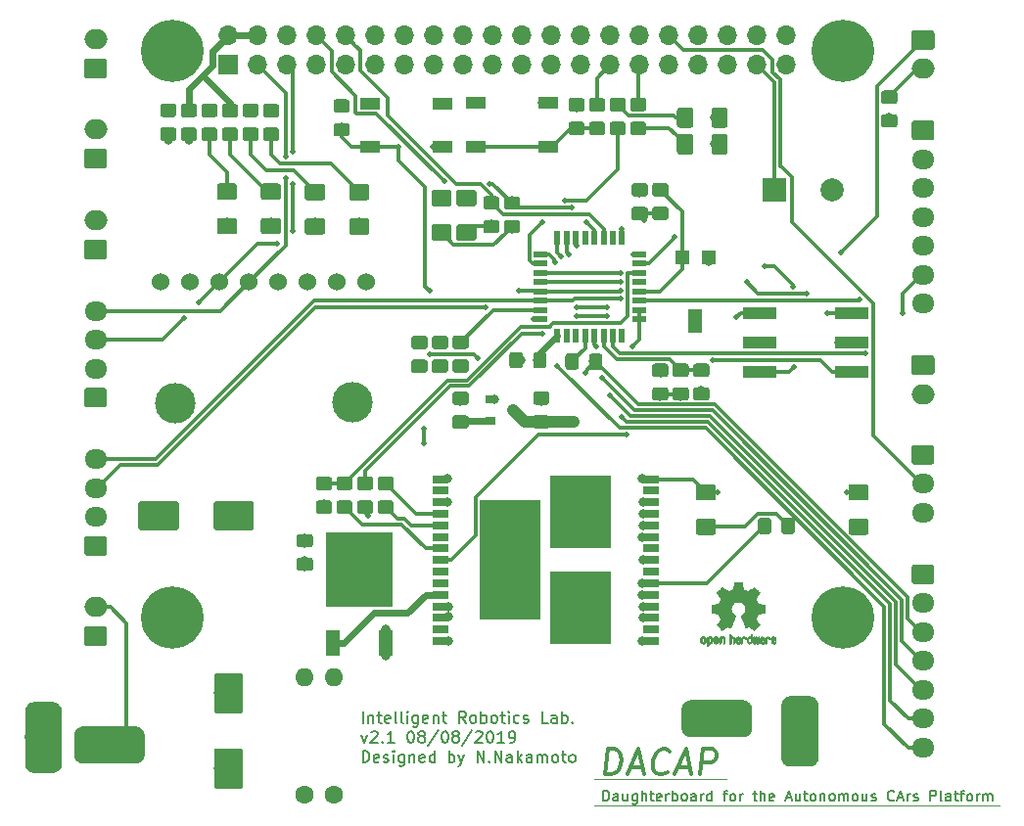
<source format=gtl>
G04 #@! TF.GenerationSoftware,KiCad,Pcbnew,5.1.2-f72e74a~84~ubuntu16.04.1*
G04 #@! TF.CreationDate,2019-08-19T17:24:30+09:00*
G04 #@! TF.ProjectId,MD&SubCPU-ver2.0,4d442653-7562-4435-9055-2d766572322e,rev?*
G04 #@! TF.SameCoordinates,Original*
G04 #@! TF.FileFunction,Copper,L1,Top*
G04 #@! TF.FilePolarity,Positive*
%FSLAX46Y46*%
G04 Gerber Fmt 4.6, Leading zero omitted, Abs format (unit mm)*
G04 Created by KiCad (PCBNEW 5.1.2-f72e74a~84~ubuntu16.04.1) date 2019-08-19 17:24:30*
%MOMM*%
%LPD*%
G04 APERTURE LIST*
%ADD10C,0.100000*%
%ADD11C,0.200000*%
%ADD12C,0.300000*%
%ADD13C,0.010000*%
%ADD14R,1.300000X1.300000*%
%ADD15R,1.300000X2.000000*%
%ADD16C,3.193800*%
%ADD17O,1.950000X1.700000*%
%ADD18C,1.700000*%
%ADD19O,2.000000X1.700000*%
%ADD20C,1.200000*%
%ADD21C,1.524000*%
%ADD22C,3.500000*%
%ADD23R,0.600000X1.200000*%
%ADD24R,1.200000X0.600000*%
%ADD25R,1.700000X1.700000*%
%ADD26O,1.700000X1.700000*%
%ADD27C,1.600000*%
%ADD28O,1.600000X1.600000*%
%ADD29C,1.150000*%
%ADD30C,2.500000*%
%ADD31C,1.425000*%
%ADD32R,2.000000X2.000000*%
%ADD33C,2.000000*%
%ADD34R,1.200000X2.200000*%
%ADD35R,5.800000X6.400000*%
%ADD36R,3.000000X1.000000*%
%ADD37R,1.700000X1.000000*%
%ADD38R,5.250000X6.230000*%
%ADD39R,1.350000X0.660000*%
%ADD40R,5.250000X10.300000*%
%ADD41C,0.800000*%
%ADD42C,5.400000*%
%ADD43R,0.900000X0.800000*%
%ADD44C,0.500000*%
%ADD45C,0.600000*%
%ADD46C,1.000000*%
G04 APERTURE END LIST*
D10*
X95125190Y-135961428D02*
X130172809Y-135961428D01*
X95123714Y-133675428D02*
X106552285Y-133675428D01*
D11*
X75114357Y-128800380D02*
X75114357Y-127800380D01*
X75590547Y-128133714D02*
X75590547Y-128800380D01*
X75590547Y-128228952D02*
X75638166Y-128181333D01*
X75733404Y-128133714D01*
X75876262Y-128133714D01*
X75971500Y-128181333D01*
X76019119Y-128276571D01*
X76019119Y-128800380D01*
X76352452Y-128133714D02*
X76733404Y-128133714D01*
X76495309Y-127800380D02*
X76495309Y-128657523D01*
X76542928Y-128752761D01*
X76638166Y-128800380D01*
X76733404Y-128800380D01*
X77447690Y-128752761D02*
X77352452Y-128800380D01*
X77161976Y-128800380D01*
X77066738Y-128752761D01*
X77019119Y-128657523D01*
X77019119Y-128276571D01*
X77066738Y-128181333D01*
X77161976Y-128133714D01*
X77352452Y-128133714D01*
X77447690Y-128181333D01*
X77495309Y-128276571D01*
X77495309Y-128371809D01*
X77019119Y-128467047D01*
X78066738Y-128800380D02*
X77971500Y-128752761D01*
X77923881Y-128657523D01*
X77923881Y-127800380D01*
X78590547Y-128800380D02*
X78495309Y-128752761D01*
X78447690Y-128657523D01*
X78447690Y-127800380D01*
X78971500Y-128800380D02*
X78971500Y-128133714D01*
X78971500Y-127800380D02*
X78923881Y-127848000D01*
X78971500Y-127895619D01*
X79019119Y-127848000D01*
X78971500Y-127800380D01*
X78971500Y-127895619D01*
X79876262Y-128133714D02*
X79876262Y-128943238D01*
X79828642Y-129038476D01*
X79781023Y-129086095D01*
X79685785Y-129133714D01*
X79542928Y-129133714D01*
X79447690Y-129086095D01*
X79876262Y-128752761D02*
X79781023Y-128800380D01*
X79590547Y-128800380D01*
X79495309Y-128752761D01*
X79447690Y-128705142D01*
X79400071Y-128609904D01*
X79400071Y-128324190D01*
X79447690Y-128228952D01*
X79495309Y-128181333D01*
X79590547Y-128133714D01*
X79781023Y-128133714D01*
X79876262Y-128181333D01*
X80733404Y-128752761D02*
X80638166Y-128800380D01*
X80447690Y-128800380D01*
X80352452Y-128752761D01*
X80304833Y-128657523D01*
X80304833Y-128276571D01*
X80352452Y-128181333D01*
X80447690Y-128133714D01*
X80638166Y-128133714D01*
X80733404Y-128181333D01*
X80781023Y-128276571D01*
X80781023Y-128371809D01*
X80304833Y-128467047D01*
X81209595Y-128133714D02*
X81209595Y-128800380D01*
X81209595Y-128228952D02*
X81257214Y-128181333D01*
X81352452Y-128133714D01*
X81495309Y-128133714D01*
X81590547Y-128181333D01*
X81638166Y-128276571D01*
X81638166Y-128800380D01*
X81971500Y-128133714D02*
X82352452Y-128133714D01*
X82114357Y-127800380D02*
X82114357Y-128657523D01*
X82161976Y-128752761D01*
X82257214Y-128800380D01*
X82352452Y-128800380D01*
X84019119Y-128800380D02*
X83685785Y-128324190D01*
X83447690Y-128800380D02*
X83447690Y-127800380D01*
X83828642Y-127800380D01*
X83923881Y-127848000D01*
X83971500Y-127895619D01*
X84019119Y-127990857D01*
X84019119Y-128133714D01*
X83971500Y-128228952D01*
X83923881Y-128276571D01*
X83828642Y-128324190D01*
X83447690Y-128324190D01*
X84590547Y-128800380D02*
X84495309Y-128752761D01*
X84447690Y-128705142D01*
X84400071Y-128609904D01*
X84400071Y-128324190D01*
X84447690Y-128228952D01*
X84495309Y-128181333D01*
X84590547Y-128133714D01*
X84733404Y-128133714D01*
X84828642Y-128181333D01*
X84876262Y-128228952D01*
X84923881Y-128324190D01*
X84923881Y-128609904D01*
X84876262Y-128705142D01*
X84828642Y-128752761D01*
X84733404Y-128800380D01*
X84590547Y-128800380D01*
X85352452Y-128800380D02*
X85352452Y-127800380D01*
X85352452Y-128181333D02*
X85447690Y-128133714D01*
X85638166Y-128133714D01*
X85733404Y-128181333D01*
X85781023Y-128228952D01*
X85828642Y-128324190D01*
X85828642Y-128609904D01*
X85781023Y-128705142D01*
X85733404Y-128752761D01*
X85638166Y-128800380D01*
X85447690Y-128800380D01*
X85352452Y-128752761D01*
X86400071Y-128800380D02*
X86304833Y-128752761D01*
X86257214Y-128705142D01*
X86209595Y-128609904D01*
X86209595Y-128324190D01*
X86257214Y-128228952D01*
X86304833Y-128181333D01*
X86400071Y-128133714D01*
X86542928Y-128133714D01*
X86638166Y-128181333D01*
X86685785Y-128228952D01*
X86733404Y-128324190D01*
X86733404Y-128609904D01*
X86685785Y-128705142D01*
X86638166Y-128752761D01*
X86542928Y-128800380D01*
X86400071Y-128800380D01*
X87019119Y-128133714D02*
X87400071Y-128133714D01*
X87161976Y-127800380D02*
X87161976Y-128657523D01*
X87209595Y-128752761D01*
X87304833Y-128800380D01*
X87400071Y-128800380D01*
X87733404Y-128800380D02*
X87733404Y-128133714D01*
X87733404Y-127800380D02*
X87685785Y-127848000D01*
X87733404Y-127895619D01*
X87781023Y-127848000D01*
X87733404Y-127800380D01*
X87733404Y-127895619D01*
X88638166Y-128752761D02*
X88542928Y-128800380D01*
X88352452Y-128800380D01*
X88257214Y-128752761D01*
X88209595Y-128705142D01*
X88161976Y-128609904D01*
X88161976Y-128324190D01*
X88209595Y-128228952D01*
X88257214Y-128181333D01*
X88352452Y-128133714D01*
X88542928Y-128133714D01*
X88638166Y-128181333D01*
X89019119Y-128752761D02*
X89114357Y-128800380D01*
X89304833Y-128800380D01*
X89400071Y-128752761D01*
X89447690Y-128657523D01*
X89447690Y-128609904D01*
X89400071Y-128514666D01*
X89304833Y-128467047D01*
X89161976Y-128467047D01*
X89066738Y-128419428D01*
X89019119Y-128324190D01*
X89019119Y-128276571D01*
X89066738Y-128181333D01*
X89161976Y-128133714D01*
X89304833Y-128133714D01*
X89400071Y-128181333D01*
X91114357Y-128800380D02*
X90638166Y-128800380D01*
X90638166Y-127800380D01*
X91876262Y-128800380D02*
X91876262Y-128276571D01*
X91828642Y-128181333D01*
X91733404Y-128133714D01*
X91542928Y-128133714D01*
X91447690Y-128181333D01*
X91876262Y-128752761D02*
X91781023Y-128800380D01*
X91542928Y-128800380D01*
X91447690Y-128752761D01*
X91400071Y-128657523D01*
X91400071Y-128562285D01*
X91447690Y-128467047D01*
X91542928Y-128419428D01*
X91781023Y-128419428D01*
X91876262Y-128371809D01*
X92352452Y-128800380D02*
X92352452Y-127800380D01*
X92352452Y-128181333D02*
X92447690Y-128133714D01*
X92638166Y-128133714D01*
X92733404Y-128181333D01*
X92781023Y-128228952D01*
X92828642Y-128324190D01*
X92828642Y-128609904D01*
X92781023Y-128705142D01*
X92733404Y-128752761D01*
X92638166Y-128800380D01*
X92447690Y-128800380D01*
X92352452Y-128752761D01*
X93257214Y-128705142D02*
X93304833Y-128752761D01*
X93257214Y-128800380D01*
X93209595Y-128752761D01*
X93257214Y-128705142D01*
X93257214Y-128800380D01*
X75019119Y-129833714D02*
X75257214Y-130500380D01*
X75495309Y-129833714D01*
X75828642Y-129595619D02*
X75876262Y-129548000D01*
X75971500Y-129500380D01*
X76209595Y-129500380D01*
X76304833Y-129548000D01*
X76352452Y-129595619D01*
X76400071Y-129690857D01*
X76400071Y-129786095D01*
X76352452Y-129928952D01*
X75781023Y-130500380D01*
X76400071Y-130500380D01*
X76828642Y-130405142D02*
X76876262Y-130452761D01*
X76828642Y-130500380D01*
X76781023Y-130452761D01*
X76828642Y-130405142D01*
X76828642Y-130500380D01*
X77828642Y-130500380D02*
X77257214Y-130500380D01*
X77542928Y-130500380D02*
X77542928Y-129500380D01*
X77447690Y-129643238D01*
X77352452Y-129738476D01*
X77257214Y-129786095D01*
X79209595Y-129500380D02*
X79304833Y-129500380D01*
X79400071Y-129548000D01*
X79447690Y-129595619D01*
X79495309Y-129690857D01*
X79542928Y-129881333D01*
X79542928Y-130119428D01*
X79495309Y-130309904D01*
X79447690Y-130405142D01*
X79400071Y-130452761D01*
X79304833Y-130500380D01*
X79209595Y-130500380D01*
X79114357Y-130452761D01*
X79066738Y-130405142D01*
X79019119Y-130309904D01*
X78971500Y-130119428D01*
X78971500Y-129881333D01*
X79019119Y-129690857D01*
X79066738Y-129595619D01*
X79114357Y-129548000D01*
X79209595Y-129500380D01*
X80114357Y-129928952D02*
X80019119Y-129881333D01*
X79971500Y-129833714D01*
X79923881Y-129738476D01*
X79923881Y-129690857D01*
X79971500Y-129595619D01*
X80019119Y-129548000D01*
X80114357Y-129500380D01*
X80304833Y-129500380D01*
X80400071Y-129548000D01*
X80447690Y-129595619D01*
X80495309Y-129690857D01*
X80495309Y-129738476D01*
X80447690Y-129833714D01*
X80400071Y-129881333D01*
X80304833Y-129928952D01*
X80114357Y-129928952D01*
X80019119Y-129976571D01*
X79971500Y-130024190D01*
X79923881Y-130119428D01*
X79923881Y-130309904D01*
X79971500Y-130405142D01*
X80019119Y-130452761D01*
X80114357Y-130500380D01*
X80304833Y-130500380D01*
X80400071Y-130452761D01*
X80447690Y-130405142D01*
X80495309Y-130309904D01*
X80495309Y-130119428D01*
X80447690Y-130024190D01*
X80400071Y-129976571D01*
X80304833Y-129928952D01*
X81638166Y-129452761D02*
X80781023Y-130738476D01*
X82161976Y-129500380D02*
X82257214Y-129500380D01*
X82352452Y-129548000D01*
X82400071Y-129595619D01*
X82447690Y-129690857D01*
X82495309Y-129881333D01*
X82495309Y-130119428D01*
X82447690Y-130309904D01*
X82400071Y-130405142D01*
X82352452Y-130452761D01*
X82257214Y-130500380D01*
X82161976Y-130500380D01*
X82066738Y-130452761D01*
X82019119Y-130405142D01*
X81971500Y-130309904D01*
X81923881Y-130119428D01*
X81923881Y-129881333D01*
X81971500Y-129690857D01*
X82019119Y-129595619D01*
X82066738Y-129548000D01*
X82161976Y-129500380D01*
X83066738Y-129928952D02*
X82971500Y-129881333D01*
X82923881Y-129833714D01*
X82876262Y-129738476D01*
X82876262Y-129690857D01*
X82923881Y-129595619D01*
X82971500Y-129548000D01*
X83066738Y-129500380D01*
X83257214Y-129500380D01*
X83352452Y-129548000D01*
X83400071Y-129595619D01*
X83447690Y-129690857D01*
X83447690Y-129738476D01*
X83400071Y-129833714D01*
X83352452Y-129881333D01*
X83257214Y-129928952D01*
X83066738Y-129928952D01*
X82971500Y-129976571D01*
X82923881Y-130024190D01*
X82876262Y-130119428D01*
X82876262Y-130309904D01*
X82923881Y-130405142D01*
X82971500Y-130452761D01*
X83066738Y-130500380D01*
X83257214Y-130500380D01*
X83352452Y-130452761D01*
X83400071Y-130405142D01*
X83447690Y-130309904D01*
X83447690Y-130119428D01*
X83400071Y-130024190D01*
X83352452Y-129976571D01*
X83257214Y-129928952D01*
X84590547Y-129452761D02*
X83733404Y-130738476D01*
X84876262Y-129595619D02*
X84923881Y-129548000D01*
X85019119Y-129500380D01*
X85257214Y-129500380D01*
X85352452Y-129548000D01*
X85400071Y-129595619D01*
X85447690Y-129690857D01*
X85447690Y-129786095D01*
X85400071Y-129928952D01*
X84828642Y-130500380D01*
X85447690Y-130500380D01*
X86066738Y-129500380D02*
X86161976Y-129500380D01*
X86257214Y-129548000D01*
X86304833Y-129595619D01*
X86352452Y-129690857D01*
X86400071Y-129881333D01*
X86400071Y-130119428D01*
X86352452Y-130309904D01*
X86304833Y-130405142D01*
X86257214Y-130452761D01*
X86161976Y-130500380D01*
X86066738Y-130500380D01*
X85971500Y-130452761D01*
X85923881Y-130405142D01*
X85876262Y-130309904D01*
X85828642Y-130119428D01*
X85828642Y-129881333D01*
X85876262Y-129690857D01*
X85923881Y-129595619D01*
X85971500Y-129548000D01*
X86066738Y-129500380D01*
X87352452Y-130500380D02*
X86781023Y-130500380D01*
X87066738Y-130500380D02*
X87066738Y-129500380D01*
X86971500Y-129643238D01*
X86876262Y-129738476D01*
X86781023Y-129786095D01*
X87828642Y-130500380D02*
X88019119Y-130500380D01*
X88114357Y-130452761D01*
X88161976Y-130405142D01*
X88257214Y-130262285D01*
X88304833Y-130071809D01*
X88304833Y-129690857D01*
X88257214Y-129595619D01*
X88209595Y-129548000D01*
X88114357Y-129500380D01*
X87923881Y-129500380D01*
X87828642Y-129548000D01*
X87781023Y-129595619D01*
X87733404Y-129690857D01*
X87733404Y-129928952D01*
X87781023Y-130024190D01*
X87828642Y-130071809D01*
X87923881Y-130119428D01*
X88114357Y-130119428D01*
X88209595Y-130071809D01*
X88257214Y-130024190D01*
X88304833Y-129928952D01*
X75114357Y-132200380D02*
X75114357Y-131200380D01*
X75352452Y-131200380D01*
X75495309Y-131248000D01*
X75590547Y-131343238D01*
X75638166Y-131438476D01*
X75685785Y-131628952D01*
X75685785Y-131771809D01*
X75638166Y-131962285D01*
X75590547Y-132057523D01*
X75495309Y-132152761D01*
X75352452Y-132200380D01*
X75114357Y-132200380D01*
X76495309Y-132152761D02*
X76400071Y-132200380D01*
X76209595Y-132200380D01*
X76114357Y-132152761D01*
X76066738Y-132057523D01*
X76066738Y-131676571D01*
X76114357Y-131581333D01*
X76209595Y-131533714D01*
X76400071Y-131533714D01*
X76495309Y-131581333D01*
X76542928Y-131676571D01*
X76542928Y-131771809D01*
X76066738Y-131867047D01*
X76923881Y-132152761D02*
X77019119Y-132200380D01*
X77209595Y-132200380D01*
X77304833Y-132152761D01*
X77352452Y-132057523D01*
X77352452Y-132009904D01*
X77304833Y-131914666D01*
X77209595Y-131867047D01*
X77066738Y-131867047D01*
X76971500Y-131819428D01*
X76923881Y-131724190D01*
X76923881Y-131676571D01*
X76971500Y-131581333D01*
X77066738Y-131533714D01*
X77209595Y-131533714D01*
X77304833Y-131581333D01*
X77781023Y-132200380D02*
X77781023Y-131533714D01*
X77781023Y-131200380D02*
X77733404Y-131248000D01*
X77781023Y-131295619D01*
X77828642Y-131248000D01*
X77781023Y-131200380D01*
X77781023Y-131295619D01*
X78685785Y-131533714D02*
X78685785Y-132343238D01*
X78638166Y-132438476D01*
X78590547Y-132486095D01*
X78495309Y-132533714D01*
X78352452Y-132533714D01*
X78257214Y-132486095D01*
X78685785Y-132152761D02*
X78590547Y-132200380D01*
X78400071Y-132200380D01*
X78304833Y-132152761D01*
X78257214Y-132105142D01*
X78209595Y-132009904D01*
X78209595Y-131724190D01*
X78257214Y-131628952D01*
X78304833Y-131581333D01*
X78400071Y-131533714D01*
X78590547Y-131533714D01*
X78685785Y-131581333D01*
X79161976Y-131533714D02*
X79161976Y-132200380D01*
X79161976Y-131628952D02*
X79209595Y-131581333D01*
X79304833Y-131533714D01*
X79447690Y-131533714D01*
X79542928Y-131581333D01*
X79590547Y-131676571D01*
X79590547Y-132200380D01*
X80447690Y-132152761D02*
X80352452Y-132200380D01*
X80161976Y-132200380D01*
X80066738Y-132152761D01*
X80019119Y-132057523D01*
X80019119Y-131676571D01*
X80066738Y-131581333D01*
X80161976Y-131533714D01*
X80352452Y-131533714D01*
X80447690Y-131581333D01*
X80495309Y-131676571D01*
X80495309Y-131771809D01*
X80019119Y-131867047D01*
X81352452Y-132200380D02*
X81352452Y-131200380D01*
X81352452Y-132152761D02*
X81257214Y-132200380D01*
X81066738Y-132200380D01*
X80971500Y-132152761D01*
X80923881Y-132105142D01*
X80876262Y-132009904D01*
X80876262Y-131724190D01*
X80923881Y-131628952D01*
X80971500Y-131581333D01*
X81066738Y-131533714D01*
X81257214Y-131533714D01*
X81352452Y-131581333D01*
X82590547Y-132200380D02*
X82590547Y-131200380D01*
X82590547Y-131581333D02*
X82685785Y-131533714D01*
X82876262Y-131533714D01*
X82971500Y-131581333D01*
X83019119Y-131628952D01*
X83066738Y-131724190D01*
X83066738Y-132009904D01*
X83019119Y-132105142D01*
X82971500Y-132152761D01*
X82876262Y-132200380D01*
X82685785Y-132200380D01*
X82590547Y-132152761D01*
X83400071Y-131533714D02*
X83638166Y-132200380D01*
X83876262Y-131533714D02*
X83638166Y-132200380D01*
X83542928Y-132438476D01*
X83495309Y-132486095D01*
X83400071Y-132533714D01*
X85019119Y-132200380D02*
X85019119Y-131200380D01*
X85590547Y-132200380D01*
X85590547Y-131200380D01*
X86066738Y-132105142D02*
X86114357Y-132152761D01*
X86066738Y-132200380D01*
X86019119Y-132152761D01*
X86066738Y-132105142D01*
X86066738Y-132200380D01*
X86542928Y-132200380D02*
X86542928Y-131200380D01*
X87114357Y-132200380D01*
X87114357Y-131200380D01*
X88019119Y-132200380D02*
X88019119Y-131676571D01*
X87971500Y-131581333D01*
X87876262Y-131533714D01*
X87685785Y-131533714D01*
X87590547Y-131581333D01*
X88019119Y-132152761D02*
X87923881Y-132200380D01*
X87685785Y-132200380D01*
X87590547Y-132152761D01*
X87542928Y-132057523D01*
X87542928Y-131962285D01*
X87590547Y-131867047D01*
X87685785Y-131819428D01*
X87923881Y-131819428D01*
X88019119Y-131771809D01*
X88495309Y-132200380D02*
X88495309Y-131200380D01*
X88590547Y-131819428D02*
X88876262Y-132200380D01*
X88876262Y-131533714D02*
X88495309Y-131914666D01*
X89733404Y-132200380D02*
X89733404Y-131676571D01*
X89685785Y-131581333D01*
X89590547Y-131533714D01*
X89400071Y-131533714D01*
X89304833Y-131581333D01*
X89733404Y-132152761D02*
X89638166Y-132200380D01*
X89400071Y-132200380D01*
X89304833Y-132152761D01*
X89257214Y-132057523D01*
X89257214Y-131962285D01*
X89304833Y-131867047D01*
X89400071Y-131819428D01*
X89638166Y-131819428D01*
X89733404Y-131771809D01*
X90209595Y-132200380D02*
X90209595Y-131533714D01*
X90209595Y-131628952D02*
X90257214Y-131581333D01*
X90352452Y-131533714D01*
X90495309Y-131533714D01*
X90590547Y-131581333D01*
X90638166Y-131676571D01*
X90638166Y-132200380D01*
X90638166Y-131676571D02*
X90685785Y-131581333D01*
X90781023Y-131533714D01*
X90923881Y-131533714D01*
X91019119Y-131581333D01*
X91066738Y-131676571D01*
X91066738Y-132200380D01*
X91685785Y-132200380D02*
X91590547Y-132152761D01*
X91542928Y-132105142D01*
X91495309Y-132009904D01*
X91495309Y-131724190D01*
X91542928Y-131628952D01*
X91590547Y-131581333D01*
X91685785Y-131533714D01*
X91828642Y-131533714D01*
X91923881Y-131581333D01*
X91971500Y-131628952D01*
X92019119Y-131724190D01*
X92019119Y-132009904D01*
X91971500Y-132105142D01*
X91923881Y-132152761D01*
X91828642Y-132200380D01*
X91685785Y-132200380D01*
X92304833Y-131533714D02*
X92685785Y-131533714D01*
X92447690Y-131200380D02*
X92447690Y-132057523D01*
X92495309Y-132152761D01*
X92590547Y-132200380D01*
X92685785Y-132200380D01*
X93161976Y-132200380D02*
X93066738Y-132152761D01*
X93019119Y-132105142D01*
X92971500Y-132009904D01*
X92971500Y-131724190D01*
X93019119Y-131628952D01*
X93066738Y-131581333D01*
X93161976Y-131533714D01*
X93304833Y-131533714D01*
X93400071Y-131581333D01*
X93447690Y-131628952D01*
X93495309Y-131724190D01*
X93495309Y-132009904D01*
X93447690Y-132105142D01*
X93400071Y-132152761D01*
X93304833Y-132200380D01*
X93161976Y-132200380D01*
X95911785Y-135535142D02*
X95911785Y-134635142D01*
X96126071Y-134635142D01*
X96254642Y-134678000D01*
X96340357Y-134763714D01*
X96383214Y-134849428D01*
X96426071Y-135020857D01*
X96426071Y-135149428D01*
X96383214Y-135320857D01*
X96340357Y-135406571D01*
X96254642Y-135492285D01*
X96126071Y-135535142D01*
X95911785Y-135535142D01*
X97197500Y-135535142D02*
X97197500Y-135063714D01*
X97154642Y-134978000D01*
X97068928Y-134935142D01*
X96897500Y-134935142D01*
X96811785Y-134978000D01*
X97197500Y-135492285D02*
X97111785Y-135535142D01*
X96897500Y-135535142D01*
X96811785Y-135492285D01*
X96768928Y-135406571D01*
X96768928Y-135320857D01*
X96811785Y-135235142D01*
X96897500Y-135192285D01*
X97111785Y-135192285D01*
X97197500Y-135149428D01*
X98011785Y-134935142D02*
X98011785Y-135535142D01*
X97626071Y-134935142D02*
X97626071Y-135406571D01*
X97668928Y-135492285D01*
X97754642Y-135535142D01*
X97883214Y-135535142D01*
X97968928Y-135492285D01*
X98011785Y-135449428D01*
X98826071Y-134935142D02*
X98826071Y-135663714D01*
X98783214Y-135749428D01*
X98740357Y-135792285D01*
X98654642Y-135835142D01*
X98526071Y-135835142D01*
X98440357Y-135792285D01*
X98826071Y-135492285D02*
X98740357Y-135535142D01*
X98568928Y-135535142D01*
X98483214Y-135492285D01*
X98440357Y-135449428D01*
X98397500Y-135363714D01*
X98397500Y-135106571D01*
X98440357Y-135020857D01*
X98483214Y-134978000D01*
X98568928Y-134935142D01*
X98740357Y-134935142D01*
X98826071Y-134978000D01*
X99254642Y-135535142D02*
X99254642Y-134635142D01*
X99640357Y-135535142D02*
X99640357Y-135063714D01*
X99597500Y-134978000D01*
X99511785Y-134935142D01*
X99383214Y-134935142D01*
X99297500Y-134978000D01*
X99254642Y-135020857D01*
X99940357Y-134935142D02*
X100283214Y-134935142D01*
X100068928Y-134635142D02*
X100068928Y-135406571D01*
X100111785Y-135492285D01*
X100197500Y-135535142D01*
X100283214Y-135535142D01*
X100926071Y-135492285D02*
X100840357Y-135535142D01*
X100668928Y-135535142D01*
X100583214Y-135492285D01*
X100540357Y-135406571D01*
X100540357Y-135063714D01*
X100583214Y-134978000D01*
X100668928Y-134935142D01*
X100840357Y-134935142D01*
X100926071Y-134978000D01*
X100968928Y-135063714D01*
X100968928Y-135149428D01*
X100540357Y-135235142D01*
X101354642Y-135535142D02*
X101354642Y-134935142D01*
X101354642Y-135106571D02*
X101397500Y-135020857D01*
X101440357Y-134978000D01*
X101526071Y-134935142D01*
X101611785Y-134935142D01*
X101911785Y-135535142D02*
X101911785Y-134635142D01*
X101911785Y-134978000D02*
X101997500Y-134935142D01*
X102168928Y-134935142D01*
X102254642Y-134978000D01*
X102297500Y-135020857D01*
X102340357Y-135106571D01*
X102340357Y-135363714D01*
X102297500Y-135449428D01*
X102254642Y-135492285D01*
X102168928Y-135535142D01*
X101997500Y-135535142D01*
X101911785Y-135492285D01*
X102854642Y-135535142D02*
X102768928Y-135492285D01*
X102726071Y-135449428D01*
X102683214Y-135363714D01*
X102683214Y-135106571D01*
X102726071Y-135020857D01*
X102768928Y-134978000D01*
X102854642Y-134935142D01*
X102983214Y-134935142D01*
X103068928Y-134978000D01*
X103111785Y-135020857D01*
X103154642Y-135106571D01*
X103154642Y-135363714D01*
X103111785Y-135449428D01*
X103068928Y-135492285D01*
X102983214Y-135535142D01*
X102854642Y-135535142D01*
X103926071Y-135535142D02*
X103926071Y-135063714D01*
X103883214Y-134978000D01*
X103797500Y-134935142D01*
X103626071Y-134935142D01*
X103540357Y-134978000D01*
X103926071Y-135492285D02*
X103840357Y-135535142D01*
X103626071Y-135535142D01*
X103540357Y-135492285D01*
X103497500Y-135406571D01*
X103497500Y-135320857D01*
X103540357Y-135235142D01*
X103626071Y-135192285D01*
X103840357Y-135192285D01*
X103926071Y-135149428D01*
X104354642Y-135535142D02*
X104354642Y-134935142D01*
X104354642Y-135106571D02*
X104397500Y-135020857D01*
X104440357Y-134978000D01*
X104526071Y-134935142D01*
X104611785Y-134935142D01*
X105297500Y-135535142D02*
X105297500Y-134635142D01*
X105297500Y-135492285D02*
X105211785Y-135535142D01*
X105040357Y-135535142D01*
X104954642Y-135492285D01*
X104911785Y-135449428D01*
X104868928Y-135363714D01*
X104868928Y-135106571D01*
X104911785Y-135020857D01*
X104954642Y-134978000D01*
X105040357Y-134935142D01*
X105211785Y-134935142D01*
X105297500Y-134978000D01*
X106283214Y-134935142D02*
X106626071Y-134935142D01*
X106411785Y-135535142D02*
X106411785Y-134763714D01*
X106454642Y-134678000D01*
X106540357Y-134635142D01*
X106626071Y-134635142D01*
X107054642Y-135535142D02*
X106968928Y-135492285D01*
X106926071Y-135449428D01*
X106883214Y-135363714D01*
X106883214Y-135106571D01*
X106926071Y-135020857D01*
X106968928Y-134978000D01*
X107054642Y-134935142D01*
X107183214Y-134935142D01*
X107268928Y-134978000D01*
X107311785Y-135020857D01*
X107354642Y-135106571D01*
X107354642Y-135363714D01*
X107311785Y-135449428D01*
X107268928Y-135492285D01*
X107183214Y-135535142D01*
X107054642Y-135535142D01*
X107740357Y-135535142D02*
X107740357Y-134935142D01*
X107740357Y-135106571D02*
X107783214Y-135020857D01*
X107826071Y-134978000D01*
X107911785Y-134935142D01*
X107997500Y-134935142D01*
X108854642Y-134935142D02*
X109197500Y-134935142D01*
X108983214Y-134635142D02*
X108983214Y-135406571D01*
X109026071Y-135492285D01*
X109111785Y-135535142D01*
X109197500Y-135535142D01*
X109497500Y-135535142D02*
X109497500Y-134635142D01*
X109883214Y-135535142D02*
X109883214Y-135063714D01*
X109840357Y-134978000D01*
X109754642Y-134935142D01*
X109626071Y-134935142D01*
X109540357Y-134978000D01*
X109497500Y-135020857D01*
X110654642Y-135492285D02*
X110568928Y-135535142D01*
X110397500Y-135535142D01*
X110311785Y-135492285D01*
X110268928Y-135406571D01*
X110268928Y-135063714D01*
X110311785Y-134978000D01*
X110397500Y-134935142D01*
X110568928Y-134935142D01*
X110654642Y-134978000D01*
X110697500Y-135063714D01*
X110697500Y-135149428D01*
X110268928Y-135235142D01*
X111726071Y-135278000D02*
X112154642Y-135278000D01*
X111640357Y-135535142D02*
X111940357Y-134635142D01*
X112240357Y-135535142D01*
X112926071Y-134935142D02*
X112926071Y-135535142D01*
X112540357Y-134935142D02*
X112540357Y-135406571D01*
X112583214Y-135492285D01*
X112668928Y-135535142D01*
X112797500Y-135535142D01*
X112883214Y-135492285D01*
X112926071Y-135449428D01*
X113226071Y-134935142D02*
X113568928Y-134935142D01*
X113354642Y-134635142D02*
X113354642Y-135406571D01*
X113397500Y-135492285D01*
X113483214Y-135535142D01*
X113568928Y-135535142D01*
X113997500Y-135535142D02*
X113911785Y-135492285D01*
X113868928Y-135449428D01*
X113826071Y-135363714D01*
X113826071Y-135106571D01*
X113868928Y-135020857D01*
X113911785Y-134978000D01*
X113997500Y-134935142D01*
X114126071Y-134935142D01*
X114211785Y-134978000D01*
X114254642Y-135020857D01*
X114297500Y-135106571D01*
X114297500Y-135363714D01*
X114254642Y-135449428D01*
X114211785Y-135492285D01*
X114126071Y-135535142D01*
X113997500Y-135535142D01*
X114683214Y-134935142D02*
X114683214Y-135535142D01*
X114683214Y-135020857D02*
X114726071Y-134978000D01*
X114811785Y-134935142D01*
X114940357Y-134935142D01*
X115026071Y-134978000D01*
X115068928Y-135063714D01*
X115068928Y-135535142D01*
X115626071Y-135535142D02*
X115540357Y-135492285D01*
X115497499Y-135449428D01*
X115454642Y-135363714D01*
X115454642Y-135106571D01*
X115497499Y-135020857D01*
X115540357Y-134978000D01*
X115626071Y-134935142D01*
X115754642Y-134935142D01*
X115840357Y-134978000D01*
X115883214Y-135020857D01*
X115926071Y-135106571D01*
X115926071Y-135363714D01*
X115883214Y-135449428D01*
X115840357Y-135492285D01*
X115754642Y-135535142D01*
X115626071Y-135535142D01*
X116311785Y-135535142D02*
X116311785Y-134935142D01*
X116311785Y-135020857D02*
X116354642Y-134978000D01*
X116440357Y-134935142D01*
X116568928Y-134935142D01*
X116654642Y-134978000D01*
X116697499Y-135063714D01*
X116697499Y-135535142D01*
X116697499Y-135063714D02*
X116740357Y-134978000D01*
X116826071Y-134935142D01*
X116954642Y-134935142D01*
X117040357Y-134978000D01*
X117083214Y-135063714D01*
X117083214Y-135535142D01*
X117640357Y-135535142D02*
X117554642Y-135492285D01*
X117511785Y-135449428D01*
X117468928Y-135363714D01*
X117468928Y-135106571D01*
X117511785Y-135020857D01*
X117554642Y-134978000D01*
X117640357Y-134935142D01*
X117768928Y-134935142D01*
X117854642Y-134978000D01*
X117897499Y-135020857D01*
X117940357Y-135106571D01*
X117940357Y-135363714D01*
X117897499Y-135449428D01*
X117854642Y-135492285D01*
X117768928Y-135535142D01*
X117640357Y-135535142D01*
X118711785Y-134935142D02*
X118711785Y-135535142D01*
X118326071Y-134935142D02*
X118326071Y-135406571D01*
X118368928Y-135492285D01*
X118454642Y-135535142D01*
X118583214Y-135535142D01*
X118668928Y-135492285D01*
X118711785Y-135449428D01*
X119097499Y-135492285D02*
X119183214Y-135535142D01*
X119354642Y-135535142D01*
X119440357Y-135492285D01*
X119483214Y-135406571D01*
X119483214Y-135363714D01*
X119440357Y-135278000D01*
X119354642Y-135235142D01*
X119226071Y-135235142D01*
X119140357Y-135192285D01*
X119097499Y-135106571D01*
X119097499Y-135063714D01*
X119140357Y-134978000D01*
X119226071Y-134935142D01*
X119354642Y-134935142D01*
X119440357Y-134978000D01*
X121068928Y-135449428D02*
X121026071Y-135492285D01*
X120897499Y-135535142D01*
X120811785Y-135535142D01*
X120683214Y-135492285D01*
X120597499Y-135406571D01*
X120554642Y-135320857D01*
X120511785Y-135149428D01*
X120511785Y-135020857D01*
X120554642Y-134849428D01*
X120597499Y-134763714D01*
X120683214Y-134678000D01*
X120811785Y-134635142D01*
X120897499Y-134635142D01*
X121026071Y-134678000D01*
X121068928Y-134720857D01*
X121411785Y-135278000D02*
X121840357Y-135278000D01*
X121326071Y-135535142D02*
X121626071Y-134635142D01*
X121926071Y-135535142D01*
X122226071Y-135535142D02*
X122226071Y-134935142D01*
X122226071Y-135106571D02*
X122268928Y-135020857D01*
X122311785Y-134978000D01*
X122397499Y-134935142D01*
X122483214Y-134935142D01*
X122740357Y-135492285D02*
X122826071Y-135535142D01*
X122997499Y-135535142D01*
X123083214Y-135492285D01*
X123126071Y-135406571D01*
X123126071Y-135363714D01*
X123083214Y-135278000D01*
X122997499Y-135235142D01*
X122868928Y-135235142D01*
X122783214Y-135192285D01*
X122740357Y-135106571D01*
X122740357Y-135063714D01*
X122783214Y-134978000D01*
X122868928Y-134935142D01*
X122997499Y-134935142D01*
X123083214Y-134978000D01*
X124197499Y-135535142D02*
X124197499Y-134635142D01*
X124540357Y-134635142D01*
X124626071Y-134678000D01*
X124668928Y-134720857D01*
X124711785Y-134806571D01*
X124711785Y-134935142D01*
X124668928Y-135020857D01*
X124626071Y-135063714D01*
X124540357Y-135106571D01*
X124197499Y-135106571D01*
X125226071Y-135535142D02*
X125140357Y-135492285D01*
X125097499Y-135406571D01*
X125097499Y-134635142D01*
X125954642Y-135535142D02*
X125954642Y-135063714D01*
X125911785Y-134978000D01*
X125826071Y-134935142D01*
X125654642Y-134935142D01*
X125568928Y-134978000D01*
X125954642Y-135492285D02*
X125868928Y-135535142D01*
X125654642Y-135535142D01*
X125568928Y-135492285D01*
X125526071Y-135406571D01*
X125526071Y-135320857D01*
X125568928Y-135235142D01*
X125654642Y-135192285D01*
X125868928Y-135192285D01*
X125954642Y-135149428D01*
X126254642Y-134935142D02*
X126597499Y-134935142D01*
X126383214Y-134635142D02*
X126383214Y-135406571D01*
X126426071Y-135492285D01*
X126511785Y-135535142D01*
X126597499Y-135535142D01*
X126768928Y-134935142D02*
X127111785Y-134935142D01*
X126897499Y-135535142D02*
X126897499Y-134763714D01*
X126940357Y-134678000D01*
X127026071Y-134635142D01*
X127111785Y-134635142D01*
X127540357Y-135535142D02*
X127454642Y-135492285D01*
X127411785Y-135449428D01*
X127368928Y-135363714D01*
X127368928Y-135106571D01*
X127411785Y-135020857D01*
X127454642Y-134978000D01*
X127540357Y-134935142D01*
X127668928Y-134935142D01*
X127754642Y-134978000D01*
X127797499Y-135020857D01*
X127840357Y-135106571D01*
X127840357Y-135363714D01*
X127797499Y-135449428D01*
X127754642Y-135492285D01*
X127668928Y-135535142D01*
X127540357Y-135535142D01*
X128226071Y-135535142D02*
X128226071Y-134935142D01*
X128226071Y-135106571D02*
X128268928Y-135020857D01*
X128311785Y-134978000D01*
X128397499Y-134935142D01*
X128483214Y-134935142D01*
X128783214Y-135535142D02*
X128783214Y-134935142D01*
X128783214Y-135020857D02*
X128826071Y-134978000D01*
X128911785Y-134935142D01*
X129040357Y-134935142D01*
X129126071Y-134978000D01*
X129168928Y-135063714D01*
X129168928Y-135535142D01*
X129168928Y-135063714D02*
X129211785Y-134978000D01*
X129297499Y-134935142D01*
X129426071Y-134935142D01*
X129511785Y-134978000D01*
X129554642Y-135063714D01*
X129554642Y-135535142D01*
D12*
X96085565Y-133265738D02*
X96360565Y-131065738D01*
X96884375Y-131065738D01*
X97185565Y-131170500D01*
X97368898Y-131380023D01*
X97447470Y-131589547D01*
X97499851Y-132008595D01*
X97460565Y-132322880D01*
X97303422Y-132741928D01*
X97172470Y-132951452D01*
X96936755Y-133160976D01*
X96609375Y-133265738D01*
X96085565Y-133265738D01*
X98259375Y-132637166D02*
X99306994Y-132637166D01*
X97971279Y-133265738D02*
X98979613Y-131065738D01*
X99437946Y-133265738D01*
X101454613Y-133056214D02*
X101336755Y-133160976D01*
X101009375Y-133265738D01*
X100799851Y-133265738D01*
X100498660Y-133160976D01*
X100315327Y-132951452D01*
X100236755Y-132741928D01*
X100184375Y-132322880D01*
X100223660Y-132008595D01*
X100380803Y-131589547D01*
X100511755Y-131380023D01*
X100747470Y-131170500D01*
X101074851Y-131065738D01*
X101284375Y-131065738D01*
X101585565Y-131170500D01*
X101677232Y-131275261D01*
X102345089Y-132637166D02*
X103392708Y-132637166D01*
X102056994Y-133265738D02*
X103065327Y-131065738D01*
X103523660Y-133265738D01*
X104256994Y-133265738D02*
X104531994Y-131065738D01*
X105370089Y-131065738D01*
X105566517Y-131170500D01*
X105658184Y-131275261D01*
X105736755Y-131484785D01*
X105697470Y-131799071D01*
X105566517Y-132008595D01*
X105448660Y-132113357D01*
X105226041Y-132218119D01*
X104387946Y-132218119D01*
D13*
G36*
X107672910Y-116622348D02*
G01*
X107751454Y-116622778D01*
X107808298Y-116623942D01*
X107847105Y-116626207D01*
X107871538Y-116629940D01*
X107885262Y-116635506D01*
X107891940Y-116643273D01*
X107895236Y-116653605D01*
X107895556Y-116654943D01*
X107900562Y-116679079D01*
X107909829Y-116726701D01*
X107922392Y-116792741D01*
X107937287Y-116872128D01*
X107953551Y-116959796D01*
X107954119Y-116962875D01*
X107970410Y-117048789D01*
X107985652Y-117124696D01*
X107998861Y-117186045D01*
X108009054Y-117228282D01*
X108015248Y-117246855D01*
X108015543Y-117247184D01*
X108033788Y-117256253D01*
X108071405Y-117271367D01*
X108120271Y-117289262D01*
X108120543Y-117289358D01*
X108182093Y-117312493D01*
X108254657Y-117341965D01*
X108323057Y-117371597D01*
X108326294Y-117373062D01*
X108437702Y-117423626D01*
X108684399Y-117255160D01*
X108760077Y-117203803D01*
X108828631Y-117157889D01*
X108886088Y-117120030D01*
X108928476Y-117092837D01*
X108951825Y-117078921D01*
X108954042Y-117077889D01*
X108971010Y-117082484D01*
X109002701Y-117104655D01*
X109050352Y-117145447D01*
X109115198Y-117205905D01*
X109181397Y-117270227D01*
X109245214Y-117333612D01*
X109302329Y-117391451D01*
X109349305Y-117440175D01*
X109382703Y-117476210D01*
X109399085Y-117495984D01*
X109399694Y-117497002D01*
X109401505Y-117510572D01*
X109394683Y-117532733D01*
X109377540Y-117566478D01*
X109348393Y-117614800D01*
X109305555Y-117680692D01*
X109248448Y-117765517D01*
X109197766Y-117840177D01*
X109152461Y-117907140D01*
X109115150Y-117962516D01*
X109088452Y-118002420D01*
X109074985Y-118022962D01*
X109074137Y-118024356D01*
X109075781Y-118044038D01*
X109088245Y-118082293D01*
X109109048Y-118131889D01*
X109116462Y-118147728D01*
X109148814Y-118218290D01*
X109183328Y-118298353D01*
X109211365Y-118367629D01*
X109231568Y-118419045D01*
X109247615Y-118458119D01*
X109256888Y-118478541D01*
X109258041Y-118480114D01*
X109275096Y-118482721D01*
X109315298Y-118489863D01*
X109373302Y-118500523D01*
X109443763Y-118513685D01*
X109521335Y-118528333D01*
X109600672Y-118543449D01*
X109676431Y-118558018D01*
X109743264Y-118571022D01*
X109795828Y-118581445D01*
X109828776Y-118588270D01*
X109836857Y-118590199D01*
X109845205Y-118594962D01*
X109851506Y-118605718D01*
X109856045Y-118626098D01*
X109859104Y-118659734D01*
X109860967Y-118710255D01*
X109861918Y-118781292D01*
X109862240Y-118876476D01*
X109862257Y-118915492D01*
X109862257Y-119232799D01*
X109786057Y-119247839D01*
X109743663Y-119255995D01*
X109680400Y-119267899D01*
X109603962Y-119282116D01*
X109522043Y-119297210D01*
X109499400Y-119301355D01*
X109423806Y-119316053D01*
X109357953Y-119330505D01*
X109307366Y-119343375D01*
X109277574Y-119353322D01*
X109272612Y-119356287D01*
X109260426Y-119377283D01*
X109242953Y-119417967D01*
X109223577Y-119470322D01*
X109219734Y-119481600D01*
X109194339Y-119551523D01*
X109162817Y-119630418D01*
X109131969Y-119701266D01*
X109131817Y-119701595D01*
X109080447Y-119812733D01*
X109249399Y-120061253D01*
X109418352Y-120309772D01*
X109201429Y-120527058D01*
X109135819Y-120591726D01*
X109075979Y-120648733D01*
X109025267Y-120695033D01*
X108987046Y-120727584D01*
X108964675Y-120743343D01*
X108961466Y-120744343D01*
X108942626Y-120736469D01*
X108904180Y-120714578D01*
X108850330Y-120681267D01*
X108785276Y-120639131D01*
X108714940Y-120591943D01*
X108643555Y-120543810D01*
X108579908Y-120501928D01*
X108528041Y-120468871D01*
X108491995Y-120447218D01*
X108475867Y-120439543D01*
X108456189Y-120446037D01*
X108418875Y-120463150D01*
X108371621Y-120487326D01*
X108366612Y-120490013D01*
X108302977Y-120521927D01*
X108259341Y-120537579D01*
X108232202Y-120537745D01*
X108218057Y-120523204D01*
X108217975Y-120523000D01*
X108210905Y-120505779D01*
X108194042Y-120464899D01*
X108168695Y-120403525D01*
X108136171Y-120324819D01*
X108097778Y-120231947D01*
X108054822Y-120128072D01*
X108013222Y-120027502D01*
X107967504Y-119916516D01*
X107925526Y-119813703D01*
X107888548Y-119722215D01*
X107857827Y-119645201D01*
X107834622Y-119585815D01*
X107820190Y-119547209D01*
X107815743Y-119532800D01*
X107826896Y-119516272D01*
X107856069Y-119489930D01*
X107894971Y-119460887D01*
X108005757Y-119369039D01*
X108092351Y-119263759D01*
X108153716Y-119147266D01*
X108188815Y-119021776D01*
X108196608Y-118889507D01*
X108190943Y-118828457D01*
X108160078Y-118701795D01*
X108106920Y-118589941D01*
X108034767Y-118494001D01*
X107946917Y-118415076D01*
X107846665Y-118354270D01*
X107737310Y-118312687D01*
X107622147Y-118291428D01*
X107504475Y-118291599D01*
X107387590Y-118314301D01*
X107274789Y-118360638D01*
X107169369Y-118431713D01*
X107125368Y-118471911D01*
X107040979Y-118575129D01*
X106982222Y-118687925D01*
X106948704Y-118807010D01*
X106940035Y-118929095D01*
X106955823Y-119050893D01*
X106995678Y-119169116D01*
X107059207Y-119280475D01*
X107146021Y-119381684D01*
X107243029Y-119460887D01*
X107283437Y-119491162D01*
X107311982Y-119517219D01*
X107322257Y-119532825D01*
X107316877Y-119549843D01*
X107301575Y-119590500D01*
X107277612Y-119651642D01*
X107246244Y-119730119D01*
X107208732Y-119822780D01*
X107166333Y-119926472D01*
X107124663Y-120027526D01*
X107078690Y-120138607D01*
X107036107Y-120241541D01*
X106998221Y-120333165D01*
X106966340Y-120410316D01*
X106941771Y-120469831D01*
X106925820Y-120508544D01*
X106919910Y-120523000D01*
X106905948Y-120537685D01*
X106878940Y-120537642D01*
X106835413Y-120522099D01*
X106771890Y-120490284D01*
X106771388Y-120490013D01*
X106723560Y-120465323D01*
X106684897Y-120447338D01*
X106663095Y-120439614D01*
X106662133Y-120439543D01*
X106645721Y-120447378D01*
X106609487Y-120469165D01*
X106557474Y-120502328D01*
X106493725Y-120544291D01*
X106423060Y-120591943D01*
X106351116Y-120640191D01*
X106286274Y-120682151D01*
X106232735Y-120715227D01*
X106194697Y-120736821D01*
X106176533Y-120744343D01*
X106159808Y-120734457D01*
X106126180Y-120706826D01*
X106079010Y-120664495D01*
X106021658Y-120610505D01*
X105957484Y-120547899D01*
X105936497Y-120526983D01*
X105719499Y-120309623D01*
X105884668Y-120067220D01*
X105934864Y-119992781D01*
X105978919Y-119925972D01*
X106014362Y-119870665D01*
X106038719Y-119830729D01*
X106049522Y-119810036D01*
X106049838Y-119808563D01*
X106044143Y-119789058D01*
X106028826Y-119749822D01*
X106006537Y-119697430D01*
X105990893Y-119662355D01*
X105961641Y-119595201D01*
X105934094Y-119527358D01*
X105912737Y-119470034D01*
X105906935Y-119452572D01*
X105890452Y-119405938D01*
X105874340Y-119369905D01*
X105865490Y-119356287D01*
X105845960Y-119347952D01*
X105803334Y-119336137D01*
X105743145Y-119322181D01*
X105670922Y-119307422D01*
X105638600Y-119301355D01*
X105556522Y-119286273D01*
X105477795Y-119271669D01*
X105410109Y-119258980D01*
X105361160Y-119249642D01*
X105351943Y-119247839D01*
X105275743Y-119232799D01*
X105275743Y-118915492D01*
X105275914Y-118811154D01*
X105276616Y-118732213D01*
X105278134Y-118675038D01*
X105280749Y-118635999D01*
X105284746Y-118611465D01*
X105290409Y-118597805D01*
X105298020Y-118591389D01*
X105301143Y-118590199D01*
X105319978Y-118585980D01*
X105361588Y-118577562D01*
X105420630Y-118565961D01*
X105491757Y-118552195D01*
X105569625Y-118537280D01*
X105648887Y-118522232D01*
X105724198Y-118508069D01*
X105790213Y-118495806D01*
X105841587Y-118486461D01*
X105872975Y-118481050D01*
X105879959Y-118480114D01*
X105886285Y-118467596D01*
X105900290Y-118434246D01*
X105919355Y-118386377D01*
X105926634Y-118367629D01*
X105955996Y-118295195D01*
X105990571Y-118215170D01*
X106021537Y-118147728D01*
X106044323Y-118096159D01*
X106059482Y-118053785D01*
X106064542Y-118027834D01*
X106063736Y-118024356D01*
X106053041Y-118007936D01*
X106028620Y-117971417D01*
X105993095Y-117918687D01*
X105949087Y-117853635D01*
X105899217Y-117780151D01*
X105889356Y-117765645D01*
X105831492Y-117679704D01*
X105788956Y-117614261D01*
X105760054Y-117566304D01*
X105743090Y-117532820D01*
X105736367Y-117510795D01*
X105738190Y-117497217D01*
X105738236Y-117497131D01*
X105752586Y-117479297D01*
X105784323Y-117444817D01*
X105830010Y-117397268D01*
X105886204Y-117340222D01*
X105949468Y-117277255D01*
X105956602Y-117270227D01*
X106036330Y-117193020D01*
X106097857Y-117136330D01*
X106142421Y-117099110D01*
X106171257Y-117080315D01*
X106183958Y-117077889D01*
X106202494Y-117088471D01*
X106240961Y-117112916D01*
X106295386Y-117148612D01*
X106361798Y-117192947D01*
X106436225Y-117243311D01*
X106453601Y-117255160D01*
X106700297Y-117423626D01*
X106811706Y-117373062D01*
X106879457Y-117343595D01*
X106952183Y-117313959D01*
X107014703Y-117290330D01*
X107017457Y-117289358D01*
X107066360Y-117271457D01*
X107104057Y-117256320D01*
X107122425Y-117247210D01*
X107122456Y-117247184D01*
X107128285Y-117230717D01*
X107138192Y-117190219D01*
X107151195Y-117130242D01*
X107166309Y-117055340D01*
X107182552Y-116970064D01*
X107183881Y-116962875D01*
X107200175Y-116875014D01*
X107215133Y-116795260D01*
X107227791Y-116728681D01*
X107237186Y-116680347D01*
X107242354Y-116655325D01*
X107242444Y-116654943D01*
X107245589Y-116644299D01*
X107251704Y-116636262D01*
X107264453Y-116630467D01*
X107287500Y-116626547D01*
X107324509Y-116624135D01*
X107379144Y-116622865D01*
X107455067Y-116622371D01*
X107555944Y-116622286D01*
X107569000Y-116622286D01*
X107672910Y-116622348D01*
X107672910Y-116622348D01*
G37*
X107672910Y-116622348D02*
X107751454Y-116622778D01*
X107808298Y-116623942D01*
X107847105Y-116626207D01*
X107871538Y-116629940D01*
X107885262Y-116635506D01*
X107891940Y-116643273D01*
X107895236Y-116653605D01*
X107895556Y-116654943D01*
X107900562Y-116679079D01*
X107909829Y-116726701D01*
X107922392Y-116792741D01*
X107937287Y-116872128D01*
X107953551Y-116959796D01*
X107954119Y-116962875D01*
X107970410Y-117048789D01*
X107985652Y-117124696D01*
X107998861Y-117186045D01*
X108009054Y-117228282D01*
X108015248Y-117246855D01*
X108015543Y-117247184D01*
X108033788Y-117256253D01*
X108071405Y-117271367D01*
X108120271Y-117289262D01*
X108120543Y-117289358D01*
X108182093Y-117312493D01*
X108254657Y-117341965D01*
X108323057Y-117371597D01*
X108326294Y-117373062D01*
X108437702Y-117423626D01*
X108684399Y-117255160D01*
X108760077Y-117203803D01*
X108828631Y-117157889D01*
X108886088Y-117120030D01*
X108928476Y-117092837D01*
X108951825Y-117078921D01*
X108954042Y-117077889D01*
X108971010Y-117082484D01*
X109002701Y-117104655D01*
X109050352Y-117145447D01*
X109115198Y-117205905D01*
X109181397Y-117270227D01*
X109245214Y-117333612D01*
X109302329Y-117391451D01*
X109349305Y-117440175D01*
X109382703Y-117476210D01*
X109399085Y-117495984D01*
X109399694Y-117497002D01*
X109401505Y-117510572D01*
X109394683Y-117532733D01*
X109377540Y-117566478D01*
X109348393Y-117614800D01*
X109305555Y-117680692D01*
X109248448Y-117765517D01*
X109197766Y-117840177D01*
X109152461Y-117907140D01*
X109115150Y-117962516D01*
X109088452Y-118002420D01*
X109074985Y-118022962D01*
X109074137Y-118024356D01*
X109075781Y-118044038D01*
X109088245Y-118082293D01*
X109109048Y-118131889D01*
X109116462Y-118147728D01*
X109148814Y-118218290D01*
X109183328Y-118298353D01*
X109211365Y-118367629D01*
X109231568Y-118419045D01*
X109247615Y-118458119D01*
X109256888Y-118478541D01*
X109258041Y-118480114D01*
X109275096Y-118482721D01*
X109315298Y-118489863D01*
X109373302Y-118500523D01*
X109443763Y-118513685D01*
X109521335Y-118528333D01*
X109600672Y-118543449D01*
X109676431Y-118558018D01*
X109743264Y-118571022D01*
X109795828Y-118581445D01*
X109828776Y-118588270D01*
X109836857Y-118590199D01*
X109845205Y-118594962D01*
X109851506Y-118605718D01*
X109856045Y-118626098D01*
X109859104Y-118659734D01*
X109860967Y-118710255D01*
X109861918Y-118781292D01*
X109862240Y-118876476D01*
X109862257Y-118915492D01*
X109862257Y-119232799D01*
X109786057Y-119247839D01*
X109743663Y-119255995D01*
X109680400Y-119267899D01*
X109603962Y-119282116D01*
X109522043Y-119297210D01*
X109499400Y-119301355D01*
X109423806Y-119316053D01*
X109357953Y-119330505D01*
X109307366Y-119343375D01*
X109277574Y-119353322D01*
X109272612Y-119356287D01*
X109260426Y-119377283D01*
X109242953Y-119417967D01*
X109223577Y-119470322D01*
X109219734Y-119481600D01*
X109194339Y-119551523D01*
X109162817Y-119630418D01*
X109131969Y-119701266D01*
X109131817Y-119701595D01*
X109080447Y-119812733D01*
X109249399Y-120061253D01*
X109418352Y-120309772D01*
X109201429Y-120527058D01*
X109135819Y-120591726D01*
X109075979Y-120648733D01*
X109025267Y-120695033D01*
X108987046Y-120727584D01*
X108964675Y-120743343D01*
X108961466Y-120744343D01*
X108942626Y-120736469D01*
X108904180Y-120714578D01*
X108850330Y-120681267D01*
X108785276Y-120639131D01*
X108714940Y-120591943D01*
X108643555Y-120543810D01*
X108579908Y-120501928D01*
X108528041Y-120468871D01*
X108491995Y-120447218D01*
X108475867Y-120439543D01*
X108456189Y-120446037D01*
X108418875Y-120463150D01*
X108371621Y-120487326D01*
X108366612Y-120490013D01*
X108302977Y-120521927D01*
X108259341Y-120537579D01*
X108232202Y-120537745D01*
X108218057Y-120523204D01*
X108217975Y-120523000D01*
X108210905Y-120505779D01*
X108194042Y-120464899D01*
X108168695Y-120403525D01*
X108136171Y-120324819D01*
X108097778Y-120231947D01*
X108054822Y-120128072D01*
X108013222Y-120027502D01*
X107967504Y-119916516D01*
X107925526Y-119813703D01*
X107888548Y-119722215D01*
X107857827Y-119645201D01*
X107834622Y-119585815D01*
X107820190Y-119547209D01*
X107815743Y-119532800D01*
X107826896Y-119516272D01*
X107856069Y-119489930D01*
X107894971Y-119460887D01*
X108005757Y-119369039D01*
X108092351Y-119263759D01*
X108153716Y-119147266D01*
X108188815Y-119021776D01*
X108196608Y-118889507D01*
X108190943Y-118828457D01*
X108160078Y-118701795D01*
X108106920Y-118589941D01*
X108034767Y-118494001D01*
X107946917Y-118415076D01*
X107846665Y-118354270D01*
X107737310Y-118312687D01*
X107622147Y-118291428D01*
X107504475Y-118291599D01*
X107387590Y-118314301D01*
X107274789Y-118360638D01*
X107169369Y-118431713D01*
X107125368Y-118471911D01*
X107040979Y-118575129D01*
X106982222Y-118687925D01*
X106948704Y-118807010D01*
X106940035Y-118929095D01*
X106955823Y-119050893D01*
X106995678Y-119169116D01*
X107059207Y-119280475D01*
X107146021Y-119381684D01*
X107243029Y-119460887D01*
X107283437Y-119491162D01*
X107311982Y-119517219D01*
X107322257Y-119532825D01*
X107316877Y-119549843D01*
X107301575Y-119590500D01*
X107277612Y-119651642D01*
X107246244Y-119730119D01*
X107208732Y-119822780D01*
X107166333Y-119926472D01*
X107124663Y-120027526D01*
X107078690Y-120138607D01*
X107036107Y-120241541D01*
X106998221Y-120333165D01*
X106966340Y-120410316D01*
X106941771Y-120469831D01*
X106925820Y-120508544D01*
X106919910Y-120523000D01*
X106905948Y-120537685D01*
X106878940Y-120537642D01*
X106835413Y-120522099D01*
X106771890Y-120490284D01*
X106771388Y-120490013D01*
X106723560Y-120465323D01*
X106684897Y-120447338D01*
X106663095Y-120439614D01*
X106662133Y-120439543D01*
X106645721Y-120447378D01*
X106609487Y-120469165D01*
X106557474Y-120502328D01*
X106493725Y-120544291D01*
X106423060Y-120591943D01*
X106351116Y-120640191D01*
X106286274Y-120682151D01*
X106232735Y-120715227D01*
X106194697Y-120736821D01*
X106176533Y-120744343D01*
X106159808Y-120734457D01*
X106126180Y-120706826D01*
X106079010Y-120664495D01*
X106021658Y-120610505D01*
X105957484Y-120547899D01*
X105936497Y-120526983D01*
X105719499Y-120309623D01*
X105884668Y-120067220D01*
X105934864Y-119992781D01*
X105978919Y-119925972D01*
X106014362Y-119870665D01*
X106038719Y-119830729D01*
X106049522Y-119810036D01*
X106049838Y-119808563D01*
X106044143Y-119789058D01*
X106028826Y-119749822D01*
X106006537Y-119697430D01*
X105990893Y-119662355D01*
X105961641Y-119595201D01*
X105934094Y-119527358D01*
X105912737Y-119470034D01*
X105906935Y-119452572D01*
X105890452Y-119405938D01*
X105874340Y-119369905D01*
X105865490Y-119356287D01*
X105845960Y-119347952D01*
X105803334Y-119336137D01*
X105743145Y-119322181D01*
X105670922Y-119307422D01*
X105638600Y-119301355D01*
X105556522Y-119286273D01*
X105477795Y-119271669D01*
X105410109Y-119258980D01*
X105361160Y-119249642D01*
X105351943Y-119247839D01*
X105275743Y-119232799D01*
X105275743Y-118915492D01*
X105275914Y-118811154D01*
X105276616Y-118732213D01*
X105278134Y-118675038D01*
X105280749Y-118635999D01*
X105284746Y-118611465D01*
X105290409Y-118597805D01*
X105298020Y-118591389D01*
X105301143Y-118590199D01*
X105319978Y-118585980D01*
X105361588Y-118577562D01*
X105420630Y-118565961D01*
X105491757Y-118552195D01*
X105569625Y-118537280D01*
X105648887Y-118522232D01*
X105724198Y-118508069D01*
X105790213Y-118495806D01*
X105841587Y-118486461D01*
X105872975Y-118481050D01*
X105879959Y-118480114D01*
X105886285Y-118467596D01*
X105900290Y-118434246D01*
X105919355Y-118386377D01*
X105926634Y-118367629D01*
X105955996Y-118295195D01*
X105990571Y-118215170D01*
X106021537Y-118147728D01*
X106044323Y-118096159D01*
X106059482Y-118053785D01*
X106064542Y-118027834D01*
X106063736Y-118024356D01*
X106053041Y-118007936D01*
X106028620Y-117971417D01*
X105993095Y-117918687D01*
X105949087Y-117853635D01*
X105899217Y-117780151D01*
X105889356Y-117765645D01*
X105831492Y-117679704D01*
X105788956Y-117614261D01*
X105760054Y-117566304D01*
X105743090Y-117532820D01*
X105736367Y-117510795D01*
X105738190Y-117497217D01*
X105738236Y-117497131D01*
X105752586Y-117479297D01*
X105784323Y-117444817D01*
X105830010Y-117397268D01*
X105886204Y-117340222D01*
X105949468Y-117277255D01*
X105956602Y-117270227D01*
X106036330Y-117193020D01*
X106097857Y-117136330D01*
X106142421Y-117099110D01*
X106171257Y-117080315D01*
X106183958Y-117077889D01*
X106202494Y-117088471D01*
X106240961Y-117112916D01*
X106295386Y-117148612D01*
X106361798Y-117192947D01*
X106436225Y-117243311D01*
X106453601Y-117255160D01*
X106700297Y-117423626D01*
X106811706Y-117373062D01*
X106879457Y-117343595D01*
X106952183Y-117313959D01*
X107014703Y-117290330D01*
X107017457Y-117289358D01*
X107066360Y-117271457D01*
X107104057Y-117256320D01*
X107122425Y-117247210D01*
X107122456Y-117247184D01*
X107128285Y-117230717D01*
X107138192Y-117190219D01*
X107151195Y-117130242D01*
X107166309Y-117055340D01*
X107182552Y-116970064D01*
X107183881Y-116962875D01*
X107200175Y-116875014D01*
X107215133Y-116795260D01*
X107227791Y-116728681D01*
X107237186Y-116680347D01*
X107242354Y-116655325D01*
X107242444Y-116654943D01*
X107245589Y-116644299D01*
X107251704Y-116636262D01*
X107264453Y-116630467D01*
X107287500Y-116626547D01*
X107324509Y-116624135D01*
X107379144Y-116622865D01*
X107455067Y-116622371D01*
X107555944Y-116622286D01*
X107569000Y-116622286D01*
X107672910Y-116622348D01*
G36*
X110722595Y-121346966D02*
G01*
X110780021Y-121384497D01*
X110807719Y-121418096D01*
X110829662Y-121479064D01*
X110831405Y-121527308D01*
X110827457Y-121591816D01*
X110678686Y-121656934D01*
X110606349Y-121690202D01*
X110559084Y-121716964D01*
X110534507Y-121740144D01*
X110530237Y-121762667D01*
X110543889Y-121787455D01*
X110558943Y-121803886D01*
X110602746Y-121830235D01*
X110650389Y-121832081D01*
X110694145Y-121811546D01*
X110726289Y-121770752D01*
X110732038Y-121756347D01*
X110759576Y-121711356D01*
X110791258Y-121692182D01*
X110834714Y-121675779D01*
X110834714Y-121737966D01*
X110830872Y-121780283D01*
X110815823Y-121815969D01*
X110784280Y-121856943D01*
X110779592Y-121862267D01*
X110744506Y-121898720D01*
X110714347Y-121918283D01*
X110676615Y-121927283D01*
X110645335Y-121930230D01*
X110589385Y-121930965D01*
X110549555Y-121921660D01*
X110524708Y-121907846D01*
X110485656Y-121877467D01*
X110458625Y-121844613D01*
X110441517Y-121803294D01*
X110432238Y-121747521D01*
X110428693Y-121671305D01*
X110428410Y-121632622D01*
X110429372Y-121586247D01*
X110517007Y-121586247D01*
X110518023Y-121611126D01*
X110520556Y-121615200D01*
X110537274Y-121609665D01*
X110573249Y-121595017D01*
X110621331Y-121574190D01*
X110631386Y-121569714D01*
X110692152Y-121538814D01*
X110725632Y-121511657D01*
X110732990Y-121486220D01*
X110715391Y-121460481D01*
X110700856Y-121449109D01*
X110648410Y-121426364D01*
X110599322Y-121430122D01*
X110558227Y-121457884D01*
X110529758Y-121507152D01*
X110520631Y-121546257D01*
X110517007Y-121586247D01*
X110429372Y-121586247D01*
X110430285Y-121542249D01*
X110437196Y-121475384D01*
X110450884Y-121426695D01*
X110473096Y-121390849D01*
X110505574Y-121362513D01*
X110519733Y-121353355D01*
X110584053Y-121329507D01*
X110654473Y-121328006D01*
X110722595Y-121346966D01*
X110722595Y-121346966D01*
G37*
X110722595Y-121346966D02*
X110780021Y-121384497D01*
X110807719Y-121418096D01*
X110829662Y-121479064D01*
X110831405Y-121527308D01*
X110827457Y-121591816D01*
X110678686Y-121656934D01*
X110606349Y-121690202D01*
X110559084Y-121716964D01*
X110534507Y-121740144D01*
X110530237Y-121762667D01*
X110543889Y-121787455D01*
X110558943Y-121803886D01*
X110602746Y-121830235D01*
X110650389Y-121832081D01*
X110694145Y-121811546D01*
X110726289Y-121770752D01*
X110732038Y-121756347D01*
X110759576Y-121711356D01*
X110791258Y-121692182D01*
X110834714Y-121675779D01*
X110834714Y-121737966D01*
X110830872Y-121780283D01*
X110815823Y-121815969D01*
X110784280Y-121856943D01*
X110779592Y-121862267D01*
X110744506Y-121898720D01*
X110714347Y-121918283D01*
X110676615Y-121927283D01*
X110645335Y-121930230D01*
X110589385Y-121930965D01*
X110549555Y-121921660D01*
X110524708Y-121907846D01*
X110485656Y-121877467D01*
X110458625Y-121844613D01*
X110441517Y-121803294D01*
X110432238Y-121747521D01*
X110428693Y-121671305D01*
X110428410Y-121632622D01*
X110429372Y-121586247D01*
X110517007Y-121586247D01*
X110518023Y-121611126D01*
X110520556Y-121615200D01*
X110537274Y-121609665D01*
X110573249Y-121595017D01*
X110621331Y-121574190D01*
X110631386Y-121569714D01*
X110692152Y-121538814D01*
X110725632Y-121511657D01*
X110732990Y-121486220D01*
X110715391Y-121460481D01*
X110700856Y-121449109D01*
X110648410Y-121426364D01*
X110599322Y-121430122D01*
X110558227Y-121457884D01*
X110529758Y-121507152D01*
X110520631Y-121546257D01*
X110517007Y-121586247D01*
X110429372Y-121586247D01*
X110430285Y-121542249D01*
X110437196Y-121475384D01*
X110450884Y-121426695D01*
X110473096Y-121390849D01*
X110505574Y-121362513D01*
X110519733Y-121353355D01*
X110584053Y-121329507D01*
X110654473Y-121328006D01*
X110722595Y-121346966D01*
G36*
X110221600Y-121338752D02*
G01*
X110238948Y-121346334D01*
X110280356Y-121379128D01*
X110315765Y-121426547D01*
X110337664Y-121477151D01*
X110341229Y-121502098D01*
X110329279Y-121536927D01*
X110303067Y-121555357D01*
X110274964Y-121566516D01*
X110262095Y-121568572D01*
X110255829Y-121553649D01*
X110243456Y-121521175D01*
X110238028Y-121506502D01*
X110207590Y-121455744D01*
X110163520Y-121430427D01*
X110107010Y-121431206D01*
X110102825Y-121432203D01*
X110072655Y-121446507D01*
X110050476Y-121474393D01*
X110035327Y-121519287D01*
X110026250Y-121584615D01*
X110022286Y-121673804D01*
X110021914Y-121721261D01*
X110021730Y-121796071D01*
X110020522Y-121847069D01*
X110017309Y-121879471D01*
X110011109Y-121898495D01*
X110000940Y-121909356D01*
X109985819Y-121917272D01*
X109984946Y-121917670D01*
X109955828Y-121929981D01*
X109941403Y-121934514D01*
X109939186Y-121920809D01*
X109937289Y-121882925D01*
X109935847Y-121825715D01*
X109934998Y-121754027D01*
X109934829Y-121701565D01*
X109935692Y-121600047D01*
X109939070Y-121523032D01*
X109946142Y-121466023D01*
X109958088Y-121424526D01*
X109976090Y-121394043D01*
X110001327Y-121370080D01*
X110026247Y-121353355D01*
X110086171Y-121331097D01*
X110155911Y-121326076D01*
X110221600Y-121338752D01*
X110221600Y-121338752D01*
G37*
X110221600Y-121338752D02*
X110238948Y-121346334D01*
X110280356Y-121379128D01*
X110315765Y-121426547D01*
X110337664Y-121477151D01*
X110341229Y-121502098D01*
X110329279Y-121536927D01*
X110303067Y-121555357D01*
X110274964Y-121566516D01*
X110262095Y-121568572D01*
X110255829Y-121553649D01*
X110243456Y-121521175D01*
X110238028Y-121506502D01*
X110207590Y-121455744D01*
X110163520Y-121430427D01*
X110107010Y-121431206D01*
X110102825Y-121432203D01*
X110072655Y-121446507D01*
X110050476Y-121474393D01*
X110035327Y-121519287D01*
X110026250Y-121584615D01*
X110022286Y-121673804D01*
X110021914Y-121721261D01*
X110021730Y-121796071D01*
X110020522Y-121847069D01*
X110017309Y-121879471D01*
X110011109Y-121898495D01*
X110000940Y-121909356D01*
X109985819Y-121917272D01*
X109984946Y-121917670D01*
X109955828Y-121929981D01*
X109941403Y-121934514D01*
X109939186Y-121920809D01*
X109937289Y-121882925D01*
X109935847Y-121825715D01*
X109934998Y-121754027D01*
X109934829Y-121701565D01*
X109935692Y-121600047D01*
X109939070Y-121523032D01*
X109946142Y-121466023D01*
X109958088Y-121424526D01*
X109976090Y-121394043D01*
X110001327Y-121370080D01*
X110026247Y-121353355D01*
X110086171Y-121331097D01*
X110155911Y-121326076D01*
X110221600Y-121338752D01*
G36*
X109713876Y-121336335D02*
G01*
X109755667Y-121355344D01*
X109788469Y-121378378D01*
X109812503Y-121404133D01*
X109829097Y-121437358D01*
X109839577Y-121482800D01*
X109845271Y-121545207D01*
X109847507Y-121629327D01*
X109847743Y-121684721D01*
X109847743Y-121900826D01*
X109810774Y-121917670D01*
X109781656Y-121929981D01*
X109767231Y-121934514D01*
X109764472Y-121921025D01*
X109762282Y-121884653D01*
X109760942Y-121831542D01*
X109760657Y-121789372D01*
X109759434Y-121728447D01*
X109756136Y-121680115D01*
X109751321Y-121650518D01*
X109747496Y-121644229D01*
X109721783Y-121650652D01*
X109681418Y-121667125D01*
X109634679Y-121689458D01*
X109589845Y-121713457D01*
X109555193Y-121734930D01*
X109539002Y-121749685D01*
X109538938Y-121749845D01*
X109540330Y-121777152D01*
X109552818Y-121803219D01*
X109574743Y-121824392D01*
X109606743Y-121831474D01*
X109634092Y-121830649D01*
X109672826Y-121830042D01*
X109693158Y-121839116D01*
X109705369Y-121863092D01*
X109706909Y-121867613D01*
X109712203Y-121901806D01*
X109698047Y-121922568D01*
X109661148Y-121932462D01*
X109621289Y-121934292D01*
X109549562Y-121920727D01*
X109512432Y-121901355D01*
X109466576Y-121855845D01*
X109442256Y-121799983D01*
X109440073Y-121740957D01*
X109460629Y-121685953D01*
X109491549Y-121651486D01*
X109522420Y-121632189D01*
X109570942Y-121607759D01*
X109627485Y-121582985D01*
X109636910Y-121579199D01*
X109699019Y-121551791D01*
X109734822Y-121527634D01*
X109746337Y-121503619D01*
X109735580Y-121476635D01*
X109717114Y-121455543D01*
X109673469Y-121429572D01*
X109625446Y-121427624D01*
X109581406Y-121447637D01*
X109549709Y-121487551D01*
X109545549Y-121497848D01*
X109521327Y-121535724D01*
X109485965Y-121563842D01*
X109441343Y-121586917D01*
X109441343Y-121521485D01*
X109443969Y-121481506D01*
X109455230Y-121449997D01*
X109480199Y-121416378D01*
X109504169Y-121390484D01*
X109541441Y-121353817D01*
X109570401Y-121334121D01*
X109601505Y-121326220D01*
X109636713Y-121324914D01*
X109713876Y-121336335D01*
X109713876Y-121336335D01*
G37*
X109713876Y-121336335D02*
X109755667Y-121355344D01*
X109788469Y-121378378D01*
X109812503Y-121404133D01*
X109829097Y-121437358D01*
X109839577Y-121482800D01*
X109845271Y-121545207D01*
X109847507Y-121629327D01*
X109847743Y-121684721D01*
X109847743Y-121900826D01*
X109810774Y-121917670D01*
X109781656Y-121929981D01*
X109767231Y-121934514D01*
X109764472Y-121921025D01*
X109762282Y-121884653D01*
X109760942Y-121831542D01*
X109760657Y-121789372D01*
X109759434Y-121728447D01*
X109756136Y-121680115D01*
X109751321Y-121650518D01*
X109747496Y-121644229D01*
X109721783Y-121650652D01*
X109681418Y-121667125D01*
X109634679Y-121689458D01*
X109589845Y-121713457D01*
X109555193Y-121734930D01*
X109539002Y-121749685D01*
X109538938Y-121749845D01*
X109540330Y-121777152D01*
X109552818Y-121803219D01*
X109574743Y-121824392D01*
X109606743Y-121831474D01*
X109634092Y-121830649D01*
X109672826Y-121830042D01*
X109693158Y-121839116D01*
X109705369Y-121863092D01*
X109706909Y-121867613D01*
X109712203Y-121901806D01*
X109698047Y-121922568D01*
X109661148Y-121932462D01*
X109621289Y-121934292D01*
X109549562Y-121920727D01*
X109512432Y-121901355D01*
X109466576Y-121855845D01*
X109442256Y-121799983D01*
X109440073Y-121740957D01*
X109460629Y-121685953D01*
X109491549Y-121651486D01*
X109522420Y-121632189D01*
X109570942Y-121607759D01*
X109627485Y-121582985D01*
X109636910Y-121579199D01*
X109699019Y-121551791D01*
X109734822Y-121527634D01*
X109746337Y-121503619D01*
X109735580Y-121476635D01*
X109717114Y-121455543D01*
X109673469Y-121429572D01*
X109625446Y-121427624D01*
X109581406Y-121447637D01*
X109549709Y-121487551D01*
X109545549Y-121497848D01*
X109521327Y-121535724D01*
X109485965Y-121563842D01*
X109441343Y-121586917D01*
X109441343Y-121521485D01*
X109443969Y-121481506D01*
X109455230Y-121449997D01*
X109480199Y-121416378D01*
X109504169Y-121390484D01*
X109541441Y-121353817D01*
X109570401Y-121334121D01*
X109601505Y-121326220D01*
X109636713Y-121324914D01*
X109713876Y-121336335D01*
G36*
X109348833Y-121338663D02*
G01*
X109351048Y-121376850D01*
X109352784Y-121434886D01*
X109353899Y-121508180D01*
X109354257Y-121585055D01*
X109354257Y-121845196D01*
X109308326Y-121891127D01*
X109276675Y-121919429D01*
X109248890Y-121930893D01*
X109210915Y-121930168D01*
X109195840Y-121928321D01*
X109148726Y-121922948D01*
X109109756Y-121919869D01*
X109100257Y-121919585D01*
X109068233Y-121921445D01*
X109022432Y-121926114D01*
X109004674Y-121928321D01*
X108961057Y-121931735D01*
X108931745Y-121924320D01*
X108902680Y-121901427D01*
X108892188Y-121891127D01*
X108846257Y-121845196D01*
X108846257Y-121358602D01*
X108883226Y-121341758D01*
X108915059Y-121329282D01*
X108933683Y-121324914D01*
X108938458Y-121338718D01*
X108942921Y-121377286D01*
X108946775Y-121436356D01*
X108949722Y-121511663D01*
X108951143Y-121575286D01*
X108955114Y-121825657D01*
X108989759Y-121830556D01*
X109021268Y-121827131D01*
X109036708Y-121816041D01*
X109041023Y-121795308D01*
X109044708Y-121751145D01*
X109047469Y-121689146D01*
X109049012Y-121614909D01*
X109049235Y-121576706D01*
X109049457Y-121356783D01*
X109095166Y-121340849D01*
X109127518Y-121330015D01*
X109145115Y-121324962D01*
X109145623Y-121324914D01*
X109147388Y-121338648D01*
X109149329Y-121376730D01*
X109151282Y-121434482D01*
X109153084Y-121507227D01*
X109154343Y-121575286D01*
X109158314Y-121825657D01*
X109245400Y-121825657D01*
X109249396Y-121597240D01*
X109253392Y-121368822D01*
X109295847Y-121346868D01*
X109327192Y-121331793D01*
X109345744Y-121324951D01*
X109346279Y-121324914D01*
X109348833Y-121338663D01*
X109348833Y-121338663D01*
G37*
X109348833Y-121338663D02*
X109351048Y-121376850D01*
X109352784Y-121434886D01*
X109353899Y-121508180D01*
X109354257Y-121585055D01*
X109354257Y-121845196D01*
X109308326Y-121891127D01*
X109276675Y-121919429D01*
X109248890Y-121930893D01*
X109210915Y-121930168D01*
X109195840Y-121928321D01*
X109148726Y-121922948D01*
X109109756Y-121919869D01*
X109100257Y-121919585D01*
X109068233Y-121921445D01*
X109022432Y-121926114D01*
X109004674Y-121928321D01*
X108961057Y-121931735D01*
X108931745Y-121924320D01*
X108902680Y-121901427D01*
X108892188Y-121891127D01*
X108846257Y-121845196D01*
X108846257Y-121358602D01*
X108883226Y-121341758D01*
X108915059Y-121329282D01*
X108933683Y-121324914D01*
X108938458Y-121338718D01*
X108942921Y-121377286D01*
X108946775Y-121436356D01*
X108949722Y-121511663D01*
X108951143Y-121575286D01*
X108955114Y-121825657D01*
X108989759Y-121830556D01*
X109021268Y-121827131D01*
X109036708Y-121816041D01*
X109041023Y-121795308D01*
X109044708Y-121751145D01*
X109047469Y-121689146D01*
X109049012Y-121614909D01*
X109049235Y-121576706D01*
X109049457Y-121356783D01*
X109095166Y-121340849D01*
X109127518Y-121330015D01*
X109145115Y-121324962D01*
X109145623Y-121324914D01*
X109147388Y-121338648D01*
X109149329Y-121376730D01*
X109151282Y-121434482D01*
X109153084Y-121507227D01*
X109154343Y-121575286D01*
X109158314Y-121825657D01*
X109245400Y-121825657D01*
X109249396Y-121597240D01*
X109253392Y-121368822D01*
X109295847Y-121346868D01*
X109327192Y-121331793D01*
X109345744Y-121324951D01*
X109346279Y-121324914D01*
X109348833Y-121338663D01*
G36*
X108759117Y-121445358D02*
G01*
X108758933Y-121553837D01*
X108758219Y-121637287D01*
X108756675Y-121699704D01*
X108754001Y-121745085D01*
X108749894Y-121777429D01*
X108744055Y-121800733D01*
X108736182Y-121818995D01*
X108730221Y-121829418D01*
X108680855Y-121885945D01*
X108618264Y-121921377D01*
X108549013Y-121934090D01*
X108479668Y-121922463D01*
X108438375Y-121901568D01*
X108395025Y-121865422D01*
X108365481Y-121821276D01*
X108347655Y-121763462D01*
X108339463Y-121686313D01*
X108338302Y-121629714D01*
X108338458Y-121625647D01*
X108439857Y-121625647D01*
X108440476Y-121690550D01*
X108443314Y-121733514D01*
X108449840Y-121761622D01*
X108461523Y-121781953D01*
X108475483Y-121797288D01*
X108522365Y-121826890D01*
X108572701Y-121829419D01*
X108620276Y-121804705D01*
X108623979Y-121801356D01*
X108639783Y-121783935D01*
X108649693Y-121763209D01*
X108655058Y-121732362D01*
X108657228Y-121684577D01*
X108657571Y-121631748D01*
X108656827Y-121565381D01*
X108653748Y-121521106D01*
X108647061Y-121492009D01*
X108635496Y-121471173D01*
X108626013Y-121460107D01*
X108581960Y-121432198D01*
X108531224Y-121428843D01*
X108482796Y-121450159D01*
X108473450Y-121458073D01*
X108457540Y-121475647D01*
X108447610Y-121496587D01*
X108442278Y-121527782D01*
X108440163Y-121576122D01*
X108439857Y-121625647D01*
X108338458Y-121625647D01*
X108341810Y-121538568D01*
X108353726Y-121470086D01*
X108376135Y-121418600D01*
X108411124Y-121378443D01*
X108438375Y-121357861D01*
X108487907Y-121335625D01*
X108545316Y-121325304D01*
X108598682Y-121328067D01*
X108628543Y-121339212D01*
X108640261Y-121342383D01*
X108648037Y-121330557D01*
X108653465Y-121298866D01*
X108657571Y-121250593D01*
X108662067Y-121196829D01*
X108668313Y-121164482D01*
X108679676Y-121145985D01*
X108699528Y-121133770D01*
X108712000Y-121128362D01*
X108759171Y-121108601D01*
X108759117Y-121445358D01*
X108759117Y-121445358D01*
G37*
X108759117Y-121445358D02*
X108758933Y-121553837D01*
X108758219Y-121637287D01*
X108756675Y-121699704D01*
X108754001Y-121745085D01*
X108749894Y-121777429D01*
X108744055Y-121800733D01*
X108736182Y-121818995D01*
X108730221Y-121829418D01*
X108680855Y-121885945D01*
X108618264Y-121921377D01*
X108549013Y-121934090D01*
X108479668Y-121922463D01*
X108438375Y-121901568D01*
X108395025Y-121865422D01*
X108365481Y-121821276D01*
X108347655Y-121763462D01*
X108339463Y-121686313D01*
X108338302Y-121629714D01*
X108338458Y-121625647D01*
X108439857Y-121625647D01*
X108440476Y-121690550D01*
X108443314Y-121733514D01*
X108449840Y-121761622D01*
X108461523Y-121781953D01*
X108475483Y-121797288D01*
X108522365Y-121826890D01*
X108572701Y-121829419D01*
X108620276Y-121804705D01*
X108623979Y-121801356D01*
X108639783Y-121783935D01*
X108649693Y-121763209D01*
X108655058Y-121732362D01*
X108657228Y-121684577D01*
X108657571Y-121631748D01*
X108656827Y-121565381D01*
X108653748Y-121521106D01*
X108647061Y-121492009D01*
X108635496Y-121471173D01*
X108626013Y-121460107D01*
X108581960Y-121432198D01*
X108531224Y-121428843D01*
X108482796Y-121450159D01*
X108473450Y-121458073D01*
X108457540Y-121475647D01*
X108447610Y-121496587D01*
X108442278Y-121527782D01*
X108440163Y-121576122D01*
X108439857Y-121625647D01*
X108338458Y-121625647D01*
X108341810Y-121538568D01*
X108353726Y-121470086D01*
X108376135Y-121418600D01*
X108411124Y-121378443D01*
X108438375Y-121357861D01*
X108487907Y-121335625D01*
X108545316Y-121325304D01*
X108598682Y-121328067D01*
X108628543Y-121339212D01*
X108640261Y-121342383D01*
X108648037Y-121330557D01*
X108653465Y-121298866D01*
X108657571Y-121250593D01*
X108662067Y-121196829D01*
X108668313Y-121164482D01*
X108679676Y-121145985D01*
X108699528Y-121133770D01*
X108712000Y-121128362D01*
X108759171Y-121108601D01*
X108759117Y-121445358D01*
G36*
X108098926Y-121329755D02*
G01*
X108164858Y-121354084D01*
X108218273Y-121397117D01*
X108239164Y-121427409D01*
X108261939Y-121482994D01*
X108261466Y-121523186D01*
X108237562Y-121550217D01*
X108228717Y-121554813D01*
X108190530Y-121569144D01*
X108171028Y-121565472D01*
X108164422Y-121541407D01*
X108164086Y-121528114D01*
X108151992Y-121479210D01*
X108120471Y-121444999D01*
X108076659Y-121428476D01*
X108027695Y-121432634D01*
X107987894Y-121454227D01*
X107974450Y-121466544D01*
X107964921Y-121481487D01*
X107958485Y-121504075D01*
X107954317Y-121539328D01*
X107951597Y-121592266D01*
X107949502Y-121667907D01*
X107948960Y-121691857D01*
X107946981Y-121773790D01*
X107944731Y-121831455D01*
X107941357Y-121869608D01*
X107936006Y-121893004D01*
X107927824Y-121906398D01*
X107915959Y-121914545D01*
X107908362Y-121918144D01*
X107876102Y-121930452D01*
X107857111Y-121934514D01*
X107850836Y-121920948D01*
X107847006Y-121879934D01*
X107845600Y-121810999D01*
X107846598Y-121713669D01*
X107846908Y-121698657D01*
X107849101Y-121609859D01*
X107851693Y-121545019D01*
X107855382Y-121499067D01*
X107860864Y-121466935D01*
X107868835Y-121443553D01*
X107879993Y-121423852D01*
X107885830Y-121415410D01*
X107919296Y-121378057D01*
X107956727Y-121349003D01*
X107961309Y-121346467D01*
X108028426Y-121326443D01*
X108098926Y-121329755D01*
X108098926Y-121329755D01*
G37*
X108098926Y-121329755D02*
X108164858Y-121354084D01*
X108218273Y-121397117D01*
X108239164Y-121427409D01*
X108261939Y-121482994D01*
X108261466Y-121523186D01*
X108237562Y-121550217D01*
X108228717Y-121554813D01*
X108190530Y-121569144D01*
X108171028Y-121565472D01*
X108164422Y-121541407D01*
X108164086Y-121528114D01*
X108151992Y-121479210D01*
X108120471Y-121444999D01*
X108076659Y-121428476D01*
X108027695Y-121432634D01*
X107987894Y-121454227D01*
X107974450Y-121466544D01*
X107964921Y-121481487D01*
X107958485Y-121504075D01*
X107954317Y-121539328D01*
X107951597Y-121592266D01*
X107949502Y-121667907D01*
X107948960Y-121691857D01*
X107946981Y-121773790D01*
X107944731Y-121831455D01*
X107941357Y-121869608D01*
X107936006Y-121893004D01*
X107927824Y-121906398D01*
X107915959Y-121914545D01*
X107908362Y-121918144D01*
X107876102Y-121930452D01*
X107857111Y-121934514D01*
X107850836Y-121920948D01*
X107847006Y-121879934D01*
X107845600Y-121810999D01*
X107846598Y-121713669D01*
X107846908Y-121698657D01*
X107849101Y-121609859D01*
X107851693Y-121545019D01*
X107855382Y-121499067D01*
X107860864Y-121466935D01*
X107868835Y-121443553D01*
X107879993Y-121423852D01*
X107885830Y-121415410D01*
X107919296Y-121378057D01*
X107956727Y-121349003D01*
X107961309Y-121346467D01*
X108028426Y-121326443D01*
X108098926Y-121329755D01*
G36*
X107608744Y-121330968D02*
G01*
X107665616Y-121352087D01*
X107666267Y-121352493D01*
X107701440Y-121378380D01*
X107727407Y-121408633D01*
X107745670Y-121448058D01*
X107757732Y-121501462D01*
X107765096Y-121573651D01*
X107769264Y-121669432D01*
X107769629Y-121683078D01*
X107774876Y-121888842D01*
X107730716Y-121911678D01*
X107698763Y-121927110D01*
X107679470Y-121934423D01*
X107678578Y-121934514D01*
X107675239Y-121921022D01*
X107672587Y-121884626D01*
X107670956Y-121831452D01*
X107670600Y-121788393D01*
X107670592Y-121718641D01*
X107667403Y-121674837D01*
X107656288Y-121653944D01*
X107632501Y-121652925D01*
X107591296Y-121668741D01*
X107529086Y-121697815D01*
X107483341Y-121721963D01*
X107459813Y-121742913D01*
X107452896Y-121765747D01*
X107452886Y-121766877D01*
X107464299Y-121806212D01*
X107498092Y-121827462D01*
X107549809Y-121830539D01*
X107587061Y-121830006D01*
X107606703Y-121840735D01*
X107618952Y-121866505D01*
X107626002Y-121899337D01*
X107615842Y-121917966D01*
X107612017Y-121920632D01*
X107576001Y-121931340D01*
X107525566Y-121932856D01*
X107473626Y-121925759D01*
X107436822Y-121912788D01*
X107385938Y-121869585D01*
X107357014Y-121809446D01*
X107351286Y-121762462D01*
X107355657Y-121720082D01*
X107371475Y-121685488D01*
X107402797Y-121654763D01*
X107453678Y-121623990D01*
X107528176Y-121589252D01*
X107532714Y-121587288D01*
X107599821Y-121556287D01*
X107641232Y-121530862D01*
X107658981Y-121508014D01*
X107655107Y-121484745D01*
X107631643Y-121458056D01*
X107624627Y-121451914D01*
X107577630Y-121428100D01*
X107528933Y-121429103D01*
X107486522Y-121452451D01*
X107458384Y-121495675D01*
X107455769Y-121504160D01*
X107430308Y-121545308D01*
X107398001Y-121565128D01*
X107351286Y-121584770D01*
X107351286Y-121533950D01*
X107365496Y-121460082D01*
X107407675Y-121392327D01*
X107429624Y-121369661D01*
X107479517Y-121340569D01*
X107542967Y-121327400D01*
X107608744Y-121330968D01*
X107608744Y-121330968D01*
G37*
X107608744Y-121330968D02*
X107665616Y-121352087D01*
X107666267Y-121352493D01*
X107701440Y-121378380D01*
X107727407Y-121408633D01*
X107745670Y-121448058D01*
X107757732Y-121501462D01*
X107765096Y-121573651D01*
X107769264Y-121669432D01*
X107769629Y-121683078D01*
X107774876Y-121888842D01*
X107730716Y-121911678D01*
X107698763Y-121927110D01*
X107679470Y-121934423D01*
X107678578Y-121934514D01*
X107675239Y-121921022D01*
X107672587Y-121884626D01*
X107670956Y-121831452D01*
X107670600Y-121788393D01*
X107670592Y-121718641D01*
X107667403Y-121674837D01*
X107656288Y-121653944D01*
X107632501Y-121652925D01*
X107591296Y-121668741D01*
X107529086Y-121697815D01*
X107483341Y-121721963D01*
X107459813Y-121742913D01*
X107452896Y-121765747D01*
X107452886Y-121766877D01*
X107464299Y-121806212D01*
X107498092Y-121827462D01*
X107549809Y-121830539D01*
X107587061Y-121830006D01*
X107606703Y-121840735D01*
X107618952Y-121866505D01*
X107626002Y-121899337D01*
X107615842Y-121917966D01*
X107612017Y-121920632D01*
X107576001Y-121931340D01*
X107525566Y-121932856D01*
X107473626Y-121925759D01*
X107436822Y-121912788D01*
X107385938Y-121869585D01*
X107357014Y-121809446D01*
X107351286Y-121762462D01*
X107355657Y-121720082D01*
X107371475Y-121685488D01*
X107402797Y-121654763D01*
X107453678Y-121623990D01*
X107528176Y-121589252D01*
X107532714Y-121587288D01*
X107599821Y-121556287D01*
X107641232Y-121530862D01*
X107658981Y-121508014D01*
X107655107Y-121484745D01*
X107631643Y-121458056D01*
X107624627Y-121451914D01*
X107577630Y-121428100D01*
X107528933Y-121429103D01*
X107486522Y-121452451D01*
X107458384Y-121495675D01*
X107455769Y-121504160D01*
X107430308Y-121545308D01*
X107398001Y-121565128D01*
X107351286Y-121584770D01*
X107351286Y-121533950D01*
X107365496Y-121460082D01*
X107407675Y-121392327D01*
X107429624Y-121369661D01*
X107479517Y-121340569D01*
X107542967Y-121327400D01*
X107608744Y-121330968D01*
G36*
X106944886Y-121231289D02*
G01*
X106949139Y-121290613D01*
X106954025Y-121325572D01*
X106960795Y-121340820D01*
X106970702Y-121341015D01*
X106973914Y-121339195D01*
X107016644Y-121326015D01*
X107072227Y-121326785D01*
X107128737Y-121340333D01*
X107164082Y-121357861D01*
X107200321Y-121385861D01*
X107226813Y-121417549D01*
X107244999Y-121457813D01*
X107256322Y-121511543D01*
X107262222Y-121583626D01*
X107264143Y-121678951D01*
X107264177Y-121697237D01*
X107264200Y-121902646D01*
X107218491Y-121918580D01*
X107186027Y-121929420D01*
X107168215Y-121934468D01*
X107167691Y-121934514D01*
X107165937Y-121920828D01*
X107164444Y-121883076D01*
X107163326Y-121826224D01*
X107162697Y-121755234D01*
X107162600Y-121712073D01*
X107162398Y-121626973D01*
X107161358Y-121565981D01*
X107158831Y-121524177D01*
X107154164Y-121496642D01*
X107146707Y-121478456D01*
X107135811Y-121464698D01*
X107129007Y-121458073D01*
X107082272Y-121431375D01*
X107031272Y-121429375D01*
X106985001Y-121451955D01*
X106976444Y-121460107D01*
X106963893Y-121475436D01*
X106955188Y-121493618D01*
X106949631Y-121519909D01*
X106946526Y-121559562D01*
X106945176Y-121617832D01*
X106944886Y-121698173D01*
X106944886Y-121902646D01*
X106899177Y-121918580D01*
X106866713Y-121929420D01*
X106848901Y-121934468D01*
X106848377Y-121934514D01*
X106847037Y-121920623D01*
X106845828Y-121881439D01*
X106844801Y-121820700D01*
X106844002Y-121742141D01*
X106843481Y-121649498D01*
X106843286Y-121546509D01*
X106843286Y-121149342D01*
X106890457Y-121129444D01*
X106937629Y-121109547D01*
X106944886Y-121231289D01*
X106944886Y-121231289D01*
G37*
X106944886Y-121231289D02*
X106949139Y-121290613D01*
X106954025Y-121325572D01*
X106960795Y-121340820D01*
X106970702Y-121341015D01*
X106973914Y-121339195D01*
X107016644Y-121326015D01*
X107072227Y-121326785D01*
X107128737Y-121340333D01*
X107164082Y-121357861D01*
X107200321Y-121385861D01*
X107226813Y-121417549D01*
X107244999Y-121457813D01*
X107256322Y-121511543D01*
X107262222Y-121583626D01*
X107264143Y-121678951D01*
X107264177Y-121697237D01*
X107264200Y-121902646D01*
X107218491Y-121918580D01*
X107186027Y-121929420D01*
X107168215Y-121934468D01*
X107167691Y-121934514D01*
X107165937Y-121920828D01*
X107164444Y-121883076D01*
X107163326Y-121826224D01*
X107162697Y-121755234D01*
X107162600Y-121712073D01*
X107162398Y-121626973D01*
X107161358Y-121565981D01*
X107158831Y-121524177D01*
X107154164Y-121496642D01*
X107146707Y-121478456D01*
X107135811Y-121464698D01*
X107129007Y-121458073D01*
X107082272Y-121431375D01*
X107031272Y-121429375D01*
X106985001Y-121451955D01*
X106976444Y-121460107D01*
X106963893Y-121475436D01*
X106955188Y-121493618D01*
X106949631Y-121519909D01*
X106946526Y-121559562D01*
X106945176Y-121617832D01*
X106944886Y-121698173D01*
X106944886Y-121902646D01*
X106899177Y-121918580D01*
X106866713Y-121929420D01*
X106848901Y-121934468D01*
X106848377Y-121934514D01*
X106847037Y-121920623D01*
X106845828Y-121881439D01*
X106844801Y-121820700D01*
X106844002Y-121742141D01*
X106843481Y-121649498D01*
X106843286Y-121546509D01*
X106843286Y-121149342D01*
X106890457Y-121129444D01*
X106937629Y-121109547D01*
X106944886Y-121231289D01*
G36*
X105737303Y-121311239D02*
G01*
X105794527Y-121349735D01*
X105838749Y-121405335D01*
X105865167Y-121476086D01*
X105870510Y-121528162D01*
X105869903Y-121549893D01*
X105864822Y-121566531D01*
X105850855Y-121581437D01*
X105823589Y-121597973D01*
X105778612Y-121619498D01*
X105711511Y-121649374D01*
X105711171Y-121649524D01*
X105649407Y-121677813D01*
X105598759Y-121702933D01*
X105564404Y-121722179D01*
X105551518Y-121732848D01*
X105551514Y-121732934D01*
X105562872Y-121756166D01*
X105589431Y-121781774D01*
X105619923Y-121800221D01*
X105635370Y-121803886D01*
X105677515Y-121791212D01*
X105713808Y-121759471D01*
X105731517Y-121724572D01*
X105748552Y-121698845D01*
X105781922Y-121669546D01*
X105821149Y-121644235D01*
X105855756Y-121630471D01*
X105862993Y-121629714D01*
X105871139Y-121642160D01*
X105871630Y-121673972D01*
X105865643Y-121716866D01*
X105854357Y-121762558D01*
X105838950Y-121802761D01*
X105838171Y-121804322D01*
X105791804Y-121869062D01*
X105731711Y-121913097D01*
X105663465Y-121934711D01*
X105592638Y-121932185D01*
X105524804Y-121903804D01*
X105521788Y-121901808D01*
X105468427Y-121853448D01*
X105433340Y-121790352D01*
X105413922Y-121707387D01*
X105411316Y-121684078D01*
X105406701Y-121574055D01*
X105412233Y-121522748D01*
X105551514Y-121522748D01*
X105553324Y-121554753D01*
X105563222Y-121564093D01*
X105587898Y-121557105D01*
X105626795Y-121540587D01*
X105670275Y-121519881D01*
X105671356Y-121519333D01*
X105708209Y-121499949D01*
X105723000Y-121487013D01*
X105719353Y-121473451D01*
X105703995Y-121455632D01*
X105664923Y-121429845D01*
X105622846Y-121427950D01*
X105585103Y-121446717D01*
X105559034Y-121482915D01*
X105551514Y-121522748D01*
X105412233Y-121522748D01*
X105416194Y-121486027D01*
X105440550Y-121416212D01*
X105474456Y-121367302D01*
X105535653Y-121317878D01*
X105603063Y-121293359D01*
X105671880Y-121291797D01*
X105737303Y-121311239D01*
X105737303Y-121311239D01*
G37*
X105737303Y-121311239D02*
X105794527Y-121349735D01*
X105838749Y-121405335D01*
X105865167Y-121476086D01*
X105870510Y-121528162D01*
X105869903Y-121549893D01*
X105864822Y-121566531D01*
X105850855Y-121581437D01*
X105823589Y-121597973D01*
X105778612Y-121619498D01*
X105711511Y-121649374D01*
X105711171Y-121649524D01*
X105649407Y-121677813D01*
X105598759Y-121702933D01*
X105564404Y-121722179D01*
X105551518Y-121732848D01*
X105551514Y-121732934D01*
X105562872Y-121756166D01*
X105589431Y-121781774D01*
X105619923Y-121800221D01*
X105635370Y-121803886D01*
X105677515Y-121791212D01*
X105713808Y-121759471D01*
X105731517Y-121724572D01*
X105748552Y-121698845D01*
X105781922Y-121669546D01*
X105821149Y-121644235D01*
X105855756Y-121630471D01*
X105862993Y-121629714D01*
X105871139Y-121642160D01*
X105871630Y-121673972D01*
X105865643Y-121716866D01*
X105854357Y-121762558D01*
X105838950Y-121802761D01*
X105838171Y-121804322D01*
X105791804Y-121869062D01*
X105731711Y-121913097D01*
X105663465Y-121934711D01*
X105592638Y-121932185D01*
X105524804Y-121903804D01*
X105521788Y-121901808D01*
X105468427Y-121853448D01*
X105433340Y-121790352D01*
X105413922Y-121707387D01*
X105411316Y-121684078D01*
X105406701Y-121574055D01*
X105412233Y-121522748D01*
X105551514Y-121522748D01*
X105553324Y-121554753D01*
X105563222Y-121564093D01*
X105587898Y-121557105D01*
X105626795Y-121540587D01*
X105670275Y-121519881D01*
X105671356Y-121519333D01*
X105708209Y-121499949D01*
X105723000Y-121487013D01*
X105719353Y-121473451D01*
X105703995Y-121455632D01*
X105664923Y-121429845D01*
X105622846Y-121427950D01*
X105585103Y-121446717D01*
X105559034Y-121482915D01*
X105551514Y-121522748D01*
X105412233Y-121522748D01*
X105416194Y-121486027D01*
X105440550Y-121416212D01*
X105474456Y-121367302D01*
X105535653Y-121317878D01*
X105603063Y-121293359D01*
X105671880Y-121291797D01*
X105737303Y-121311239D01*
G36*
X104610115Y-121301962D02*
G01*
X104678145Y-121337733D01*
X104728351Y-121395301D01*
X104746185Y-121432312D01*
X104760063Y-121487882D01*
X104767167Y-121558096D01*
X104767840Y-121634727D01*
X104762427Y-121709552D01*
X104751270Y-121774342D01*
X104734714Y-121820873D01*
X104729626Y-121828887D01*
X104669355Y-121888707D01*
X104597769Y-121924535D01*
X104520092Y-121935020D01*
X104441548Y-121918810D01*
X104419689Y-121909092D01*
X104377122Y-121879143D01*
X104339763Y-121839433D01*
X104336232Y-121834397D01*
X104321881Y-121810124D01*
X104312394Y-121784178D01*
X104306790Y-121750022D01*
X104304086Y-121701119D01*
X104303299Y-121630935D01*
X104303286Y-121615200D01*
X104303322Y-121610192D01*
X104448429Y-121610192D01*
X104449273Y-121676430D01*
X104452596Y-121720386D01*
X104459583Y-121748779D01*
X104471416Y-121768325D01*
X104477457Y-121774857D01*
X104512186Y-121799680D01*
X104545903Y-121798548D01*
X104579995Y-121777016D01*
X104600329Y-121754029D01*
X104612371Y-121720478D01*
X104619134Y-121667569D01*
X104619598Y-121661399D01*
X104620752Y-121565513D01*
X104608688Y-121494299D01*
X104583570Y-121448194D01*
X104545560Y-121427635D01*
X104531992Y-121426514D01*
X104496364Y-121432152D01*
X104471994Y-121451686D01*
X104457093Y-121489042D01*
X104449875Y-121548150D01*
X104448429Y-121610192D01*
X104303322Y-121610192D01*
X104303826Y-121540413D01*
X104306096Y-121488159D01*
X104311068Y-121451949D01*
X104319713Y-121425299D01*
X104333005Y-121401722D01*
X104335943Y-121397338D01*
X104385313Y-121338249D01*
X104439109Y-121303947D01*
X104504602Y-121290331D01*
X104526842Y-121289665D01*
X104610115Y-121301962D01*
X104610115Y-121301962D01*
G37*
X104610115Y-121301962D02*
X104678145Y-121337733D01*
X104728351Y-121395301D01*
X104746185Y-121432312D01*
X104760063Y-121487882D01*
X104767167Y-121558096D01*
X104767840Y-121634727D01*
X104762427Y-121709552D01*
X104751270Y-121774342D01*
X104734714Y-121820873D01*
X104729626Y-121828887D01*
X104669355Y-121888707D01*
X104597769Y-121924535D01*
X104520092Y-121935020D01*
X104441548Y-121918810D01*
X104419689Y-121909092D01*
X104377122Y-121879143D01*
X104339763Y-121839433D01*
X104336232Y-121834397D01*
X104321881Y-121810124D01*
X104312394Y-121784178D01*
X104306790Y-121750022D01*
X104304086Y-121701119D01*
X104303299Y-121630935D01*
X104303286Y-121615200D01*
X104303322Y-121610192D01*
X104448429Y-121610192D01*
X104449273Y-121676430D01*
X104452596Y-121720386D01*
X104459583Y-121748779D01*
X104471416Y-121768325D01*
X104477457Y-121774857D01*
X104512186Y-121799680D01*
X104545903Y-121798548D01*
X104579995Y-121777016D01*
X104600329Y-121754029D01*
X104612371Y-121720478D01*
X104619134Y-121667569D01*
X104619598Y-121661399D01*
X104620752Y-121565513D01*
X104608688Y-121494299D01*
X104583570Y-121448194D01*
X104545560Y-121427635D01*
X104531992Y-121426514D01*
X104496364Y-121432152D01*
X104471994Y-121451686D01*
X104457093Y-121489042D01*
X104449875Y-121548150D01*
X104448429Y-121610192D01*
X104303322Y-121610192D01*
X104303826Y-121540413D01*
X104306096Y-121488159D01*
X104311068Y-121451949D01*
X104319713Y-121425299D01*
X104333005Y-121401722D01*
X104335943Y-121397338D01*
X104385313Y-121338249D01*
X104439109Y-121303947D01*
X104504602Y-121290331D01*
X104526842Y-121289665D01*
X104610115Y-121301962D01*
G36*
X106285093Y-121307780D02*
G01*
X106331672Y-121334723D01*
X106364057Y-121361466D01*
X106387742Y-121389484D01*
X106404059Y-121423748D01*
X106414339Y-121469227D01*
X106419914Y-121530892D01*
X106422116Y-121613711D01*
X106422371Y-121673246D01*
X106422371Y-121892391D01*
X106360686Y-121920044D01*
X106299000Y-121947697D01*
X106291743Y-121707670D01*
X106288744Y-121618028D01*
X106285598Y-121552962D01*
X106281701Y-121508026D01*
X106276447Y-121478770D01*
X106269231Y-121460748D01*
X106259450Y-121449511D01*
X106256312Y-121447079D01*
X106208761Y-121428083D01*
X106160697Y-121435600D01*
X106132086Y-121455543D01*
X106120447Y-121469675D01*
X106112391Y-121488220D01*
X106107271Y-121516334D01*
X106104441Y-121559173D01*
X106103256Y-121621895D01*
X106103057Y-121687261D01*
X106103018Y-121769268D01*
X106101614Y-121827316D01*
X106096914Y-121866465D01*
X106086987Y-121891780D01*
X106069903Y-121908323D01*
X106043732Y-121921156D01*
X106008775Y-121934491D01*
X105970596Y-121949007D01*
X105975141Y-121691389D01*
X105976971Y-121598519D01*
X105979112Y-121529889D01*
X105982181Y-121480711D01*
X105986794Y-121446198D01*
X105993568Y-121421562D01*
X106003119Y-121402016D01*
X106014634Y-121384770D01*
X106070190Y-121329680D01*
X106137980Y-121297822D01*
X106211713Y-121290191D01*
X106285093Y-121307780D01*
X106285093Y-121307780D01*
G37*
X106285093Y-121307780D02*
X106331672Y-121334723D01*
X106364057Y-121361466D01*
X106387742Y-121389484D01*
X106404059Y-121423748D01*
X106414339Y-121469227D01*
X106419914Y-121530892D01*
X106422116Y-121613711D01*
X106422371Y-121673246D01*
X106422371Y-121892391D01*
X106360686Y-121920044D01*
X106299000Y-121947697D01*
X106291743Y-121707670D01*
X106288744Y-121618028D01*
X106285598Y-121552962D01*
X106281701Y-121508026D01*
X106276447Y-121478770D01*
X106269231Y-121460748D01*
X106259450Y-121449511D01*
X106256312Y-121447079D01*
X106208761Y-121428083D01*
X106160697Y-121435600D01*
X106132086Y-121455543D01*
X106120447Y-121469675D01*
X106112391Y-121488220D01*
X106107271Y-121516334D01*
X106104441Y-121559173D01*
X106103256Y-121621895D01*
X106103057Y-121687261D01*
X106103018Y-121769268D01*
X106101614Y-121827316D01*
X106096914Y-121866465D01*
X106086987Y-121891780D01*
X106069903Y-121908323D01*
X106043732Y-121921156D01*
X106008775Y-121934491D01*
X105970596Y-121949007D01*
X105975141Y-121691389D01*
X105976971Y-121598519D01*
X105979112Y-121529889D01*
X105982181Y-121480711D01*
X105986794Y-121446198D01*
X105993568Y-121421562D01*
X106003119Y-121402016D01*
X106014634Y-121384770D01*
X106070190Y-121329680D01*
X106137980Y-121297822D01*
X106211713Y-121290191D01*
X106285093Y-121307780D01*
G36*
X105168744Y-121299918D02*
G01*
X105224201Y-121327568D01*
X105273148Y-121378480D01*
X105286629Y-121397338D01*
X105301314Y-121422015D01*
X105310842Y-121448816D01*
X105316293Y-121484587D01*
X105318747Y-121536169D01*
X105319286Y-121604267D01*
X105316852Y-121697588D01*
X105308394Y-121767657D01*
X105292174Y-121819931D01*
X105266454Y-121859869D01*
X105229497Y-121892929D01*
X105226782Y-121894886D01*
X105190360Y-121914908D01*
X105146502Y-121924815D01*
X105090724Y-121927257D01*
X105000048Y-121927257D01*
X105000010Y-122015283D01*
X104999166Y-122064308D01*
X104994024Y-122093065D01*
X104980587Y-122110311D01*
X104954858Y-122124808D01*
X104948679Y-122127769D01*
X104919764Y-122141648D01*
X104897376Y-122150414D01*
X104880729Y-122151171D01*
X104869036Y-122141023D01*
X104861510Y-122117073D01*
X104857366Y-122076426D01*
X104855815Y-122016186D01*
X104856071Y-121933455D01*
X104857349Y-121825339D01*
X104857748Y-121793000D01*
X104859185Y-121681524D01*
X104860472Y-121608603D01*
X104999971Y-121608603D01*
X105000755Y-121670499D01*
X105004240Y-121710997D01*
X105012124Y-121737708D01*
X105026105Y-121758244D01*
X105035597Y-121768260D01*
X105074404Y-121797567D01*
X105108763Y-121799952D01*
X105144216Y-121775750D01*
X105145114Y-121774857D01*
X105159539Y-121756153D01*
X105168313Y-121730732D01*
X105172739Y-121691584D01*
X105174118Y-121631697D01*
X105174143Y-121618430D01*
X105170812Y-121535901D01*
X105159969Y-121478691D01*
X105140340Y-121443766D01*
X105110650Y-121428094D01*
X105093491Y-121426514D01*
X105052766Y-121433926D01*
X105024832Y-121458330D01*
X105008017Y-121502980D01*
X105000650Y-121571130D01*
X104999971Y-121608603D01*
X104860472Y-121608603D01*
X104860708Y-121595245D01*
X104862677Y-121530333D01*
X104865450Y-121482958D01*
X104869388Y-121449290D01*
X104874849Y-121425498D01*
X104882192Y-121407753D01*
X104891777Y-121392224D01*
X104895887Y-121386381D01*
X104950405Y-121331185D01*
X105019336Y-121299890D01*
X105099072Y-121291165D01*
X105168744Y-121299918D01*
X105168744Y-121299918D01*
G37*
X105168744Y-121299918D02*
X105224201Y-121327568D01*
X105273148Y-121378480D01*
X105286629Y-121397338D01*
X105301314Y-121422015D01*
X105310842Y-121448816D01*
X105316293Y-121484587D01*
X105318747Y-121536169D01*
X105319286Y-121604267D01*
X105316852Y-121697588D01*
X105308394Y-121767657D01*
X105292174Y-121819931D01*
X105266454Y-121859869D01*
X105229497Y-121892929D01*
X105226782Y-121894886D01*
X105190360Y-121914908D01*
X105146502Y-121924815D01*
X105090724Y-121927257D01*
X105000048Y-121927257D01*
X105000010Y-122015283D01*
X104999166Y-122064308D01*
X104994024Y-122093065D01*
X104980587Y-122110311D01*
X104954858Y-122124808D01*
X104948679Y-122127769D01*
X104919764Y-122141648D01*
X104897376Y-122150414D01*
X104880729Y-122151171D01*
X104869036Y-122141023D01*
X104861510Y-122117073D01*
X104857366Y-122076426D01*
X104855815Y-122016186D01*
X104856071Y-121933455D01*
X104857349Y-121825339D01*
X104857748Y-121793000D01*
X104859185Y-121681524D01*
X104860472Y-121608603D01*
X104999971Y-121608603D01*
X105000755Y-121670499D01*
X105004240Y-121710997D01*
X105012124Y-121737708D01*
X105026105Y-121758244D01*
X105035597Y-121768260D01*
X105074404Y-121797567D01*
X105108763Y-121799952D01*
X105144216Y-121775750D01*
X105145114Y-121774857D01*
X105159539Y-121756153D01*
X105168313Y-121730732D01*
X105172739Y-121691584D01*
X105174118Y-121631697D01*
X105174143Y-121618430D01*
X105170812Y-121535901D01*
X105159969Y-121478691D01*
X105140340Y-121443766D01*
X105110650Y-121428094D01*
X105093491Y-121426514D01*
X105052766Y-121433926D01*
X105024832Y-121458330D01*
X105008017Y-121502980D01*
X105000650Y-121571130D01*
X104999971Y-121608603D01*
X104860472Y-121608603D01*
X104860708Y-121595245D01*
X104862677Y-121530333D01*
X104865450Y-121482958D01*
X104869388Y-121449290D01*
X104874849Y-121425498D01*
X104882192Y-121407753D01*
X104891777Y-121392224D01*
X104895887Y-121386381D01*
X104950405Y-121331185D01*
X105019336Y-121299890D01*
X105099072Y-121291165D01*
X105168744Y-121299918D01*
D14*
X102736000Y-88563000D03*
D15*
X103886000Y-94063000D03*
D14*
X105036000Y-88563000D03*
D10*
G36*
X108077412Y-126829345D02*
G01*
X108154920Y-126840842D01*
X108230928Y-126859881D01*
X108304704Y-126886278D01*
X108375537Y-126919780D01*
X108442745Y-126960063D01*
X108505681Y-127006740D01*
X108563739Y-127059361D01*
X108616360Y-127117419D01*
X108663037Y-127180355D01*
X108703320Y-127247563D01*
X108736822Y-127318396D01*
X108763219Y-127392172D01*
X108782258Y-127468180D01*
X108793755Y-127545688D01*
X108797600Y-127623950D01*
X108797600Y-129220850D01*
X108793755Y-129299112D01*
X108782258Y-129376620D01*
X108763219Y-129452628D01*
X108736822Y-129526404D01*
X108703320Y-129597237D01*
X108663037Y-129664445D01*
X108616360Y-129727381D01*
X108563739Y-129785439D01*
X108505681Y-129838060D01*
X108442745Y-129884737D01*
X108375537Y-129925020D01*
X108304704Y-129958522D01*
X108230928Y-129984919D01*
X108154920Y-130003958D01*
X108077412Y-130015455D01*
X107999150Y-130019300D01*
X103481250Y-130019300D01*
X103402988Y-130015455D01*
X103325480Y-130003958D01*
X103249472Y-129984919D01*
X103175696Y-129958522D01*
X103104863Y-129925020D01*
X103037655Y-129884737D01*
X102974719Y-129838060D01*
X102916661Y-129785439D01*
X102864040Y-129727381D01*
X102817363Y-129664445D01*
X102777080Y-129597237D01*
X102743578Y-129526404D01*
X102717181Y-129452628D01*
X102698142Y-129376620D01*
X102686645Y-129299112D01*
X102682800Y-129220850D01*
X102682800Y-127623950D01*
X102686645Y-127545688D01*
X102698142Y-127468180D01*
X102717181Y-127392172D01*
X102743578Y-127318396D01*
X102777080Y-127247563D01*
X102817363Y-127180355D01*
X102864040Y-127117419D01*
X102916661Y-127059361D01*
X102974719Y-127006740D01*
X103037655Y-126960063D01*
X103104863Y-126919780D01*
X103175696Y-126886278D01*
X103249472Y-126859881D01*
X103325480Y-126840842D01*
X103402988Y-126829345D01*
X103481250Y-126825500D01*
X107999150Y-126825500D01*
X108077412Y-126829345D01*
X108077412Y-126829345D01*
G37*
D16*
X105740200Y-128422400D03*
D10*
G36*
X113805112Y-126476285D02*
G01*
X113882620Y-126487782D01*
X113958628Y-126506821D01*
X114032404Y-126533218D01*
X114103237Y-126566720D01*
X114170445Y-126607003D01*
X114233381Y-126653680D01*
X114291439Y-126706301D01*
X114344060Y-126764359D01*
X114390737Y-126827295D01*
X114431020Y-126894503D01*
X114464522Y-126965336D01*
X114490919Y-127039112D01*
X114509958Y-127115120D01*
X114521455Y-127192628D01*
X114525300Y-127270890D01*
X114525300Y-131788790D01*
X114521455Y-131867052D01*
X114509958Y-131944560D01*
X114490919Y-132020568D01*
X114464522Y-132094344D01*
X114431020Y-132165177D01*
X114390737Y-132232385D01*
X114344060Y-132295321D01*
X114291439Y-132353379D01*
X114233381Y-132406000D01*
X114170445Y-132452677D01*
X114103237Y-132492960D01*
X114032404Y-132526462D01*
X113958628Y-132552859D01*
X113882620Y-132571898D01*
X113805112Y-132583395D01*
X113726850Y-132587240D01*
X112129950Y-132587240D01*
X112051688Y-132583395D01*
X111974180Y-132571898D01*
X111898172Y-132552859D01*
X111824396Y-132526462D01*
X111753563Y-132492960D01*
X111686355Y-132452677D01*
X111623419Y-132406000D01*
X111565361Y-132353379D01*
X111512740Y-132295321D01*
X111466063Y-132232385D01*
X111425780Y-132165177D01*
X111392278Y-132094344D01*
X111365881Y-132020568D01*
X111346842Y-131944560D01*
X111335345Y-131867052D01*
X111331500Y-131788790D01*
X111331500Y-127270890D01*
X111335345Y-127192628D01*
X111346842Y-127115120D01*
X111365881Y-127039112D01*
X111392278Y-126965336D01*
X111425780Y-126894503D01*
X111466063Y-126827295D01*
X111512740Y-126764359D01*
X111565361Y-126706301D01*
X111623419Y-126653680D01*
X111686355Y-126607003D01*
X111753563Y-126566720D01*
X111824396Y-126533218D01*
X111898172Y-126506821D01*
X111974180Y-126487782D01*
X112051688Y-126476285D01*
X112129950Y-126472440D01*
X113726850Y-126472440D01*
X113805112Y-126476285D01*
X113805112Y-126476285D01*
G37*
D16*
X112928400Y-129529840D03*
D10*
G36*
X55533572Y-129105185D02*
G01*
X55611080Y-129116682D01*
X55687088Y-129135721D01*
X55760864Y-129162118D01*
X55831697Y-129195620D01*
X55898905Y-129235903D01*
X55961841Y-129282580D01*
X56019899Y-129335201D01*
X56072520Y-129393259D01*
X56119197Y-129456195D01*
X56159480Y-129523403D01*
X56192982Y-129594236D01*
X56219379Y-129668012D01*
X56238418Y-129744020D01*
X56249915Y-129821528D01*
X56253760Y-129899790D01*
X56253760Y-131496690D01*
X56249915Y-131574952D01*
X56238418Y-131652460D01*
X56219379Y-131728468D01*
X56192982Y-131802244D01*
X56159480Y-131873077D01*
X56119197Y-131940285D01*
X56072520Y-132003221D01*
X56019899Y-132061279D01*
X55961841Y-132113900D01*
X55898905Y-132160577D01*
X55831697Y-132200860D01*
X55760864Y-132234362D01*
X55687088Y-132260759D01*
X55611080Y-132279798D01*
X55533572Y-132291295D01*
X55455310Y-132295140D01*
X50937410Y-132295140D01*
X50859148Y-132291295D01*
X50781640Y-132279798D01*
X50705632Y-132260759D01*
X50631856Y-132234362D01*
X50561023Y-132200860D01*
X50493815Y-132160577D01*
X50430879Y-132113900D01*
X50372821Y-132061279D01*
X50320200Y-132003221D01*
X50273523Y-131940285D01*
X50233240Y-131873077D01*
X50199738Y-131802244D01*
X50173341Y-131728468D01*
X50154302Y-131652460D01*
X50142805Y-131574952D01*
X50138960Y-131496690D01*
X50138960Y-129899790D01*
X50142805Y-129821528D01*
X50154302Y-129744020D01*
X50173341Y-129668012D01*
X50199738Y-129594236D01*
X50233240Y-129523403D01*
X50273523Y-129456195D01*
X50320200Y-129393259D01*
X50372821Y-129335201D01*
X50430879Y-129282580D01*
X50493815Y-129235903D01*
X50561023Y-129195620D01*
X50631856Y-129162118D01*
X50705632Y-129135721D01*
X50781640Y-129116682D01*
X50859148Y-129105185D01*
X50937410Y-129101340D01*
X55455310Y-129101340D01*
X55533572Y-129105185D01*
X55533572Y-129105185D01*
G37*
D16*
X53196360Y-130698240D03*
D10*
G36*
X48374712Y-126994445D02*
G01*
X48452220Y-127005942D01*
X48528228Y-127024981D01*
X48602004Y-127051378D01*
X48672837Y-127084880D01*
X48740045Y-127125163D01*
X48802981Y-127171840D01*
X48861039Y-127224461D01*
X48913660Y-127282519D01*
X48960337Y-127345455D01*
X49000620Y-127412663D01*
X49034122Y-127483496D01*
X49060519Y-127557272D01*
X49079558Y-127633280D01*
X49091055Y-127710788D01*
X49094900Y-127789050D01*
X49094900Y-132306950D01*
X49091055Y-132385212D01*
X49079558Y-132462720D01*
X49060519Y-132538728D01*
X49034122Y-132612504D01*
X49000620Y-132683337D01*
X48960337Y-132750545D01*
X48913660Y-132813481D01*
X48861039Y-132871539D01*
X48802981Y-132924160D01*
X48740045Y-132970837D01*
X48672837Y-133011120D01*
X48602004Y-133044622D01*
X48528228Y-133071019D01*
X48452220Y-133090058D01*
X48374712Y-133101555D01*
X48296450Y-133105400D01*
X46699550Y-133105400D01*
X46621288Y-133101555D01*
X46543780Y-133090058D01*
X46467772Y-133071019D01*
X46393996Y-133044622D01*
X46323163Y-133011120D01*
X46255955Y-132970837D01*
X46193019Y-132924160D01*
X46134961Y-132871539D01*
X46082340Y-132813481D01*
X46035663Y-132750545D01*
X45995380Y-132683337D01*
X45961878Y-132612504D01*
X45935481Y-132538728D01*
X45916442Y-132462720D01*
X45904945Y-132385212D01*
X45901100Y-132306950D01*
X45901100Y-127789050D01*
X45904945Y-127710788D01*
X45916442Y-127633280D01*
X45935481Y-127557272D01*
X45961878Y-127483496D01*
X45995380Y-127412663D01*
X46035663Y-127345455D01*
X46082340Y-127282519D01*
X46134961Y-127224461D01*
X46193019Y-127171840D01*
X46255955Y-127125163D01*
X46323163Y-127084880D01*
X46393996Y-127051378D01*
X46467772Y-127024981D01*
X46543780Y-127005942D01*
X46621288Y-126994445D01*
X46699550Y-126990600D01*
X48296450Y-126990600D01*
X48374712Y-126994445D01*
X48374712Y-126994445D01*
G37*
D16*
X47498000Y-130048000D03*
D17*
X123558300Y-130938300D03*
X123558300Y-128438300D03*
X123558300Y-125938300D03*
X123558300Y-123438300D03*
X123558300Y-120938300D03*
X123558300Y-118438300D03*
D10*
G36*
X124307804Y-115089504D02*
G01*
X124332073Y-115093104D01*
X124355871Y-115099065D01*
X124378971Y-115107330D01*
X124401149Y-115117820D01*
X124422193Y-115130433D01*
X124441898Y-115145047D01*
X124460077Y-115161523D01*
X124476553Y-115179702D01*
X124491167Y-115199407D01*
X124503780Y-115220451D01*
X124514270Y-115242629D01*
X124522535Y-115265729D01*
X124528496Y-115289527D01*
X124532096Y-115313796D01*
X124533300Y-115338300D01*
X124533300Y-116538300D01*
X124532096Y-116562804D01*
X124528496Y-116587073D01*
X124522535Y-116610871D01*
X124514270Y-116633971D01*
X124503780Y-116656149D01*
X124491167Y-116677193D01*
X124476553Y-116696898D01*
X124460077Y-116715077D01*
X124441898Y-116731553D01*
X124422193Y-116746167D01*
X124401149Y-116758780D01*
X124378971Y-116769270D01*
X124355871Y-116777535D01*
X124332073Y-116783496D01*
X124307804Y-116787096D01*
X124283300Y-116788300D01*
X122833300Y-116788300D01*
X122808796Y-116787096D01*
X122784527Y-116783496D01*
X122760729Y-116777535D01*
X122737629Y-116769270D01*
X122715451Y-116758780D01*
X122694407Y-116746167D01*
X122674702Y-116731553D01*
X122656523Y-116715077D01*
X122640047Y-116696898D01*
X122625433Y-116677193D01*
X122612820Y-116656149D01*
X122602330Y-116633971D01*
X122594065Y-116610871D01*
X122588104Y-116587073D01*
X122584504Y-116562804D01*
X122583300Y-116538300D01*
X122583300Y-115338300D01*
X122584504Y-115313796D01*
X122588104Y-115289527D01*
X122594065Y-115265729D01*
X122602330Y-115242629D01*
X122612820Y-115220451D01*
X122625433Y-115199407D01*
X122640047Y-115179702D01*
X122656523Y-115161523D01*
X122674702Y-115145047D01*
X122694407Y-115130433D01*
X122715451Y-115117820D01*
X122737629Y-115107330D01*
X122760729Y-115099065D01*
X122784527Y-115093104D01*
X122808796Y-115089504D01*
X122833300Y-115088300D01*
X124283300Y-115088300D01*
X124307804Y-115089504D01*
X124307804Y-115089504D01*
G37*
D18*
X123558300Y-115938300D03*
D17*
X123558300Y-110587800D03*
X123558300Y-108087800D03*
D10*
G36*
X124307804Y-104739004D02*
G01*
X124332073Y-104742604D01*
X124355871Y-104748565D01*
X124378971Y-104756830D01*
X124401149Y-104767320D01*
X124422193Y-104779933D01*
X124441898Y-104794547D01*
X124460077Y-104811023D01*
X124476553Y-104829202D01*
X124491167Y-104848907D01*
X124503780Y-104869951D01*
X124514270Y-104892129D01*
X124522535Y-104915229D01*
X124528496Y-104939027D01*
X124532096Y-104963296D01*
X124533300Y-104987800D01*
X124533300Y-106187800D01*
X124532096Y-106212304D01*
X124528496Y-106236573D01*
X124522535Y-106260371D01*
X124514270Y-106283471D01*
X124503780Y-106305649D01*
X124491167Y-106326693D01*
X124476553Y-106346398D01*
X124460077Y-106364577D01*
X124441898Y-106381053D01*
X124422193Y-106395667D01*
X124401149Y-106408280D01*
X124378971Y-106418770D01*
X124355871Y-106427035D01*
X124332073Y-106432996D01*
X124307804Y-106436596D01*
X124283300Y-106437800D01*
X122833300Y-106437800D01*
X122808796Y-106436596D01*
X122784527Y-106432996D01*
X122760729Y-106427035D01*
X122737629Y-106418770D01*
X122715451Y-106408280D01*
X122694407Y-106395667D01*
X122674702Y-106381053D01*
X122656523Y-106364577D01*
X122640047Y-106346398D01*
X122625433Y-106326693D01*
X122612820Y-106305649D01*
X122602330Y-106283471D01*
X122594065Y-106260371D01*
X122588104Y-106236573D01*
X122584504Y-106212304D01*
X122583300Y-106187800D01*
X122583300Y-104987800D01*
X122584504Y-104963296D01*
X122588104Y-104939027D01*
X122594065Y-104915229D01*
X122602330Y-104892129D01*
X122612820Y-104869951D01*
X122625433Y-104848907D01*
X122640047Y-104829202D01*
X122656523Y-104811023D01*
X122674702Y-104794547D01*
X122694407Y-104779933D01*
X122715451Y-104767320D01*
X122737629Y-104756830D01*
X122760729Y-104748565D01*
X122784527Y-104742604D01*
X122808796Y-104739004D01*
X122833300Y-104737800D01*
X124283300Y-104737800D01*
X124307804Y-104739004D01*
X124307804Y-104739004D01*
G37*
D18*
X123558300Y-105587800D03*
D19*
X123558300Y-100340800D03*
D10*
G36*
X124332804Y-96992004D02*
G01*
X124357073Y-96995604D01*
X124380871Y-97001565D01*
X124403971Y-97009830D01*
X124426149Y-97020320D01*
X124447193Y-97032933D01*
X124466898Y-97047547D01*
X124485077Y-97064023D01*
X124501553Y-97082202D01*
X124516167Y-97101907D01*
X124528780Y-97122951D01*
X124539270Y-97145129D01*
X124547535Y-97168229D01*
X124553496Y-97192027D01*
X124557096Y-97216296D01*
X124558300Y-97240800D01*
X124558300Y-98440800D01*
X124557096Y-98465304D01*
X124553496Y-98489573D01*
X124547535Y-98513371D01*
X124539270Y-98536471D01*
X124528780Y-98558649D01*
X124516167Y-98579693D01*
X124501553Y-98599398D01*
X124485077Y-98617577D01*
X124466898Y-98634053D01*
X124447193Y-98648667D01*
X124426149Y-98661280D01*
X124403971Y-98671770D01*
X124380871Y-98680035D01*
X124357073Y-98685996D01*
X124332804Y-98689596D01*
X124308300Y-98690800D01*
X122808300Y-98690800D01*
X122783796Y-98689596D01*
X122759527Y-98685996D01*
X122735729Y-98680035D01*
X122712629Y-98671770D01*
X122690451Y-98661280D01*
X122669407Y-98648667D01*
X122649702Y-98634053D01*
X122631523Y-98617577D01*
X122615047Y-98599398D01*
X122600433Y-98579693D01*
X122587820Y-98558649D01*
X122577330Y-98536471D01*
X122569065Y-98513371D01*
X122563104Y-98489573D01*
X122559504Y-98465304D01*
X122558300Y-98440800D01*
X122558300Y-97240800D01*
X122559504Y-97216296D01*
X122563104Y-97192027D01*
X122569065Y-97168229D01*
X122577330Y-97145129D01*
X122587820Y-97122951D01*
X122600433Y-97101907D01*
X122615047Y-97082202D01*
X122631523Y-97064023D01*
X122649702Y-97047547D01*
X122669407Y-97032933D01*
X122690451Y-97020320D01*
X122712629Y-97009830D01*
X122735729Y-97001565D01*
X122759527Y-96995604D01*
X122783796Y-96992004D01*
X122808300Y-96990800D01*
X124308300Y-96990800D01*
X124332804Y-96992004D01*
X124332804Y-96992004D01*
G37*
D18*
X123558300Y-97840800D03*
D17*
X123571000Y-92533500D03*
X123571000Y-90033500D03*
X123571000Y-87533500D03*
X123571000Y-85033500D03*
X123571000Y-82533500D03*
X123571000Y-80033500D03*
D10*
G36*
X124320504Y-76684704D02*
G01*
X124344773Y-76688304D01*
X124368571Y-76694265D01*
X124391671Y-76702530D01*
X124413849Y-76713020D01*
X124434893Y-76725633D01*
X124454598Y-76740247D01*
X124472777Y-76756723D01*
X124489253Y-76774902D01*
X124503867Y-76794607D01*
X124516480Y-76815651D01*
X124526970Y-76837829D01*
X124535235Y-76860929D01*
X124541196Y-76884727D01*
X124544796Y-76908996D01*
X124546000Y-76933500D01*
X124546000Y-78133500D01*
X124544796Y-78158004D01*
X124541196Y-78182273D01*
X124535235Y-78206071D01*
X124526970Y-78229171D01*
X124516480Y-78251349D01*
X124503867Y-78272393D01*
X124489253Y-78292098D01*
X124472777Y-78310277D01*
X124454598Y-78326753D01*
X124434893Y-78341367D01*
X124413849Y-78353980D01*
X124391671Y-78364470D01*
X124368571Y-78372735D01*
X124344773Y-78378696D01*
X124320504Y-78382296D01*
X124296000Y-78383500D01*
X122846000Y-78383500D01*
X122821496Y-78382296D01*
X122797227Y-78378696D01*
X122773429Y-78372735D01*
X122750329Y-78364470D01*
X122728151Y-78353980D01*
X122707107Y-78341367D01*
X122687402Y-78326753D01*
X122669223Y-78310277D01*
X122652747Y-78292098D01*
X122638133Y-78272393D01*
X122625520Y-78251349D01*
X122615030Y-78229171D01*
X122606765Y-78206071D01*
X122600804Y-78182273D01*
X122597204Y-78158004D01*
X122596000Y-78133500D01*
X122596000Y-76933500D01*
X122597204Y-76908996D01*
X122600804Y-76884727D01*
X122606765Y-76860929D01*
X122615030Y-76837829D01*
X122625520Y-76815651D01*
X122638133Y-76794607D01*
X122652747Y-76774902D01*
X122669223Y-76756723D01*
X122687402Y-76740247D01*
X122707107Y-76725633D01*
X122728151Y-76713020D01*
X122750329Y-76702530D01*
X122773429Y-76694265D01*
X122797227Y-76688304D01*
X122821496Y-76684704D01*
X122846000Y-76683500D01*
X124296000Y-76683500D01*
X124320504Y-76684704D01*
X124320504Y-76684704D01*
G37*
D18*
X123571000Y-77533500D03*
D19*
X123558300Y-72223000D03*
D10*
G36*
X124332804Y-68874204D02*
G01*
X124357073Y-68877804D01*
X124380871Y-68883765D01*
X124403971Y-68892030D01*
X124426149Y-68902520D01*
X124447193Y-68915133D01*
X124466898Y-68929747D01*
X124485077Y-68946223D01*
X124501553Y-68964402D01*
X124516167Y-68984107D01*
X124528780Y-69005151D01*
X124539270Y-69027329D01*
X124547535Y-69050429D01*
X124553496Y-69074227D01*
X124557096Y-69098496D01*
X124558300Y-69123000D01*
X124558300Y-70323000D01*
X124557096Y-70347504D01*
X124553496Y-70371773D01*
X124547535Y-70395571D01*
X124539270Y-70418671D01*
X124528780Y-70440849D01*
X124516167Y-70461893D01*
X124501553Y-70481598D01*
X124485077Y-70499777D01*
X124466898Y-70516253D01*
X124447193Y-70530867D01*
X124426149Y-70543480D01*
X124403971Y-70553970D01*
X124380871Y-70562235D01*
X124357073Y-70568196D01*
X124332804Y-70571796D01*
X124308300Y-70573000D01*
X122808300Y-70573000D01*
X122783796Y-70571796D01*
X122759527Y-70568196D01*
X122735729Y-70562235D01*
X122712629Y-70553970D01*
X122690451Y-70543480D01*
X122669407Y-70530867D01*
X122649702Y-70516253D01*
X122631523Y-70499777D01*
X122615047Y-70481598D01*
X122600433Y-70461893D01*
X122587820Y-70440849D01*
X122577330Y-70418671D01*
X122569065Y-70395571D01*
X122563104Y-70371773D01*
X122559504Y-70347504D01*
X122558300Y-70323000D01*
X122558300Y-69123000D01*
X122559504Y-69098496D01*
X122563104Y-69074227D01*
X122569065Y-69050429D01*
X122577330Y-69027329D01*
X122587820Y-69005151D01*
X122600433Y-68984107D01*
X122615047Y-68964402D01*
X122631523Y-68946223D01*
X122649702Y-68929747D01*
X122669407Y-68915133D01*
X122690451Y-68902520D01*
X122712629Y-68892030D01*
X122735729Y-68883765D01*
X122759527Y-68877804D01*
X122783796Y-68874204D01*
X122808300Y-68873000D01*
X124308300Y-68873000D01*
X124332804Y-68874204D01*
X124332804Y-68874204D01*
G37*
D18*
X123558300Y-69723000D03*
D20*
X87884000Y-114681000D03*
X93980000Y-110617000D03*
X93980000Y-118872000D03*
D21*
X57658000Y-90678000D03*
X60198000Y-90678000D03*
X62738000Y-90678000D03*
X65278000Y-90678000D03*
X67818000Y-90678000D03*
X70358000Y-90678000D03*
X72898000Y-90678000D03*
X75438000Y-90678000D03*
D22*
X58904000Y-101138000D03*
X74184000Y-101078000D03*
D23*
X91942000Y-95309000D03*
X92742000Y-95309000D03*
X93542000Y-95309000D03*
X94342000Y-95309000D03*
X95142000Y-95309000D03*
X95942000Y-95309000D03*
X96742000Y-95309000D03*
X97542000Y-95309000D03*
D24*
X98992000Y-93859000D03*
X98992000Y-93059000D03*
X98992000Y-92259000D03*
X98992000Y-91459000D03*
X98992000Y-90659000D03*
X98992000Y-89859000D03*
X98992000Y-89059000D03*
X98992000Y-88259000D03*
D23*
X97542000Y-86809000D03*
X96742000Y-86809000D03*
X95942000Y-86809000D03*
X95142000Y-86809000D03*
X94342000Y-86809000D03*
X93542000Y-86809000D03*
X92742000Y-86809000D03*
X91942000Y-86809000D03*
D24*
X90492000Y-88259000D03*
X90492000Y-89059000D03*
X90492000Y-89859000D03*
X90492000Y-90659000D03*
X90492000Y-91459000D03*
X90492000Y-92259000D03*
X90492000Y-93059000D03*
X90492000Y-93859000D03*
D25*
X63500000Y-71882000D03*
D26*
X63500000Y-69342000D03*
X66040000Y-71882000D03*
X66040000Y-69342000D03*
X68580000Y-71882000D03*
X68580000Y-69342000D03*
X71120000Y-71882000D03*
X71120000Y-69342000D03*
X73660000Y-71882000D03*
X73660000Y-69342000D03*
X76200000Y-71882000D03*
X76200000Y-69342000D03*
X78740000Y-71882000D03*
X78740000Y-69342000D03*
X81280000Y-71882000D03*
X81280000Y-69342000D03*
X83820000Y-71882000D03*
X83820000Y-69342000D03*
X86360000Y-71882000D03*
X86360000Y-69342000D03*
X88900000Y-71882000D03*
X88900000Y-69342000D03*
X91440000Y-71882000D03*
X91440000Y-69342000D03*
X93980000Y-71882000D03*
X93980000Y-69342000D03*
X96520000Y-71882000D03*
X96520000Y-69342000D03*
X99060000Y-71882000D03*
X99060000Y-69342000D03*
X101600000Y-71882000D03*
X101600000Y-69342000D03*
X104140000Y-71882000D03*
X104140000Y-69342000D03*
X106680000Y-71882000D03*
X106680000Y-69342000D03*
X109220000Y-71882000D03*
X109220000Y-69342000D03*
X111760000Y-71882000D03*
X111760000Y-69342000D03*
D27*
X70040500Y-135001000D03*
D28*
X70040500Y-124841000D03*
D10*
G36*
X88723505Y-96710204D02*
G01*
X88747773Y-96713804D01*
X88771572Y-96719765D01*
X88794671Y-96728030D01*
X88816850Y-96738520D01*
X88837893Y-96751132D01*
X88857599Y-96765747D01*
X88875777Y-96782223D01*
X88892253Y-96800401D01*
X88906868Y-96820107D01*
X88919480Y-96841150D01*
X88929970Y-96863329D01*
X88938235Y-96886428D01*
X88944196Y-96910227D01*
X88947796Y-96934495D01*
X88949000Y-96958999D01*
X88949000Y-97859001D01*
X88947796Y-97883505D01*
X88944196Y-97907773D01*
X88938235Y-97931572D01*
X88929970Y-97954671D01*
X88919480Y-97976850D01*
X88906868Y-97997893D01*
X88892253Y-98017599D01*
X88875777Y-98035777D01*
X88857599Y-98052253D01*
X88837893Y-98066868D01*
X88816850Y-98079480D01*
X88794671Y-98089970D01*
X88771572Y-98098235D01*
X88747773Y-98104196D01*
X88723505Y-98107796D01*
X88699001Y-98109000D01*
X88048999Y-98109000D01*
X88024495Y-98107796D01*
X88000227Y-98104196D01*
X87976428Y-98098235D01*
X87953329Y-98089970D01*
X87931150Y-98079480D01*
X87910107Y-98066868D01*
X87890401Y-98052253D01*
X87872223Y-98035777D01*
X87855747Y-98017599D01*
X87841132Y-97997893D01*
X87828520Y-97976850D01*
X87818030Y-97954671D01*
X87809765Y-97931572D01*
X87803804Y-97907773D01*
X87800204Y-97883505D01*
X87799000Y-97859001D01*
X87799000Y-96958999D01*
X87800204Y-96934495D01*
X87803804Y-96910227D01*
X87809765Y-96886428D01*
X87818030Y-96863329D01*
X87828520Y-96841150D01*
X87841132Y-96820107D01*
X87855747Y-96800401D01*
X87872223Y-96782223D01*
X87890401Y-96765747D01*
X87910107Y-96751132D01*
X87931150Y-96738520D01*
X87953329Y-96728030D01*
X87976428Y-96719765D01*
X88000227Y-96713804D01*
X88024495Y-96710204D01*
X88048999Y-96709000D01*
X88699001Y-96709000D01*
X88723505Y-96710204D01*
X88723505Y-96710204D01*
G37*
D29*
X88374000Y-97409000D03*
D10*
G36*
X90773505Y-96710204D02*
G01*
X90797773Y-96713804D01*
X90821572Y-96719765D01*
X90844671Y-96728030D01*
X90866850Y-96738520D01*
X90887893Y-96751132D01*
X90907599Y-96765747D01*
X90925777Y-96782223D01*
X90942253Y-96800401D01*
X90956868Y-96820107D01*
X90969480Y-96841150D01*
X90979970Y-96863329D01*
X90988235Y-96886428D01*
X90994196Y-96910227D01*
X90997796Y-96934495D01*
X90999000Y-96958999D01*
X90999000Y-97859001D01*
X90997796Y-97883505D01*
X90994196Y-97907773D01*
X90988235Y-97931572D01*
X90979970Y-97954671D01*
X90969480Y-97976850D01*
X90956868Y-97997893D01*
X90942253Y-98017599D01*
X90925777Y-98035777D01*
X90907599Y-98052253D01*
X90887893Y-98066868D01*
X90866850Y-98079480D01*
X90844671Y-98089970D01*
X90821572Y-98098235D01*
X90797773Y-98104196D01*
X90773505Y-98107796D01*
X90749001Y-98109000D01*
X90098999Y-98109000D01*
X90074495Y-98107796D01*
X90050227Y-98104196D01*
X90026428Y-98098235D01*
X90003329Y-98089970D01*
X89981150Y-98079480D01*
X89960107Y-98066868D01*
X89940401Y-98052253D01*
X89922223Y-98035777D01*
X89905747Y-98017599D01*
X89891132Y-97997893D01*
X89878520Y-97976850D01*
X89868030Y-97954671D01*
X89859765Y-97931572D01*
X89853804Y-97907773D01*
X89850204Y-97883505D01*
X89849000Y-97859001D01*
X89849000Y-96958999D01*
X89850204Y-96934495D01*
X89853804Y-96910227D01*
X89859765Y-96886428D01*
X89868030Y-96863329D01*
X89878520Y-96841150D01*
X89891132Y-96820107D01*
X89905747Y-96800401D01*
X89922223Y-96782223D01*
X89940401Y-96765747D01*
X89960107Y-96751132D01*
X89981150Y-96738520D01*
X90003329Y-96728030D01*
X90026428Y-96719765D01*
X90050227Y-96713804D01*
X90074495Y-96710204D01*
X90098999Y-96709000D01*
X90749001Y-96709000D01*
X90773505Y-96710204D01*
X90773505Y-96710204D01*
G37*
D29*
X90424000Y-97409000D03*
D10*
G36*
X99534505Y-84153204D02*
G01*
X99558773Y-84156804D01*
X99582572Y-84162765D01*
X99605671Y-84171030D01*
X99627850Y-84181520D01*
X99648893Y-84194132D01*
X99668599Y-84208747D01*
X99686777Y-84225223D01*
X99703253Y-84243401D01*
X99717868Y-84263107D01*
X99730480Y-84284150D01*
X99740970Y-84306329D01*
X99749235Y-84329428D01*
X99755196Y-84353227D01*
X99758796Y-84377495D01*
X99760000Y-84401999D01*
X99760000Y-85052001D01*
X99758796Y-85076505D01*
X99755196Y-85100773D01*
X99749235Y-85124572D01*
X99740970Y-85147671D01*
X99730480Y-85169850D01*
X99717868Y-85190893D01*
X99703253Y-85210599D01*
X99686777Y-85228777D01*
X99668599Y-85245253D01*
X99648893Y-85259868D01*
X99627850Y-85272480D01*
X99605671Y-85282970D01*
X99582572Y-85291235D01*
X99558773Y-85297196D01*
X99534505Y-85300796D01*
X99510001Y-85302000D01*
X98609999Y-85302000D01*
X98585495Y-85300796D01*
X98561227Y-85297196D01*
X98537428Y-85291235D01*
X98514329Y-85282970D01*
X98492150Y-85272480D01*
X98471107Y-85259868D01*
X98451401Y-85245253D01*
X98433223Y-85228777D01*
X98416747Y-85210599D01*
X98402132Y-85190893D01*
X98389520Y-85169850D01*
X98379030Y-85147671D01*
X98370765Y-85124572D01*
X98364804Y-85100773D01*
X98361204Y-85076505D01*
X98360000Y-85052001D01*
X98360000Y-84401999D01*
X98361204Y-84377495D01*
X98364804Y-84353227D01*
X98370765Y-84329428D01*
X98379030Y-84306329D01*
X98389520Y-84284150D01*
X98402132Y-84263107D01*
X98416747Y-84243401D01*
X98433223Y-84225223D01*
X98451401Y-84208747D01*
X98471107Y-84194132D01*
X98492150Y-84181520D01*
X98514329Y-84171030D01*
X98537428Y-84162765D01*
X98561227Y-84156804D01*
X98585495Y-84153204D01*
X98609999Y-84152000D01*
X99510001Y-84152000D01*
X99534505Y-84153204D01*
X99534505Y-84153204D01*
G37*
D29*
X99060000Y-84727000D03*
D10*
G36*
X99534505Y-82103204D02*
G01*
X99558773Y-82106804D01*
X99582572Y-82112765D01*
X99605671Y-82121030D01*
X99627850Y-82131520D01*
X99648893Y-82144132D01*
X99668599Y-82158747D01*
X99686777Y-82175223D01*
X99703253Y-82193401D01*
X99717868Y-82213107D01*
X99730480Y-82234150D01*
X99740970Y-82256329D01*
X99749235Y-82279428D01*
X99755196Y-82303227D01*
X99758796Y-82327495D01*
X99760000Y-82351999D01*
X99760000Y-83002001D01*
X99758796Y-83026505D01*
X99755196Y-83050773D01*
X99749235Y-83074572D01*
X99740970Y-83097671D01*
X99730480Y-83119850D01*
X99717868Y-83140893D01*
X99703253Y-83160599D01*
X99686777Y-83178777D01*
X99668599Y-83195253D01*
X99648893Y-83209868D01*
X99627850Y-83222480D01*
X99605671Y-83232970D01*
X99582572Y-83241235D01*
X99558773Y-83247196D01*
X99534505Y-83250796D01*
X99510001Y-83252000D01*
X98609999Y-83252000D01*
X98585495Y-83250796D01*
X98561227Y-83247196D01*
X98537428Y-83241235D01*
X98514329Y-83232970D01*
X98492150Y-83222480D01*
X98471107Y-83209868D01*
X98451401Y-83195253D01*
X98433223Y-83178777D01*
X98416747Y-83160599D01*
X98402132Y-83140893D01*
X98389520Y-83119850D01*
X98379030Y-83097671D01*
X98370765Y-83074572D01*
X98364804Y-83050773D01*
X98361204Y-83026505D01*
X98360000Y-83002001D01*
X98360000Y-82351999D01*
X98361204Y-82327495D01*
X98364804Y-82303227D01*
X98370765Y-82279428D01*
X98379030Y-82256329D01*
X98389520Y-82234150D01*
X98402132Y-82213107D01*
X98416747Y-82193401D01*
X98433223Y-82175223D01*
X98451401Y-82158747D01*
X98471107Y-82144132D01*
X98492150Y-82131520D01*
X98514329Y-82121030D01*
X98537428Y-82112765D01*
X98561227Y-82106804D01*
X98585495Y-82103204D01*
X98609999Y-82102000D01*
X99510001Y-82102000D01*
X99534505Y-82103204D01*
X99534505Y-82103204D01*
G37*
D29*
X99060000Y-82677000D03*
D10*
G36*
X65480504Y-109622204D02*
G01*
X65504773Y-109625804D01*
X65528571Y-109631765D01*
X65551671Y-109640030D01*
X65573849Y-109650520D01*
X65594893Y-109663133D01*
X65614598Y-109677747D01*
X65632777Y-109694223D01*
X65649253Y-109712402D01*
X65663867Y-109732107D01*
X65676480Y-109753151D01*
X65686970Y-109775329D01*
X65695235Y-109798429D01*
X65701196Y-109822227D01*
X65704796Y-109846496D01*
X65706000Y-109871000D01*
X65706000Y-111871000D01*
X65704796Y-111895504D01*
X65701196Y-111919773D01*
X65695235Y-111943571D01*
X65686970Y-111966671D01*
X65676480Y-111988849D01*
X65663867Y-112009893D01*
X65649253Y-112029598D01*
X65632777Y-112047777D01*
X65614598Y-112064253D01*
X65594893Y-112078867D01*
X65573849Y-112091480D01*
X65551671Y-112101970D01*
X65528571Y-112110235D01*
X65504773Y-112116196D01*
X65480504Y-112119796D01*
X65456000Y-112121000D01*
X62456000Y-112121000D01*
X62431496Y-112119796D01*
X62407227Y-112116196D01*
X62383429Y-112110235D01*
X62360329Y-112101970D01*
X62338151Y-112091480D01*
X62317107Y-112078867D01*
X62297402Y-112064253D01*
X62279223Y-112047777D01*
X62262747Y-112029598D01*
X62248133Y-112009893D01*
X62235520Y-111988849D01*
X62225030Y-111966671D01*
X62216765Y-111943571D01*
X62210804Y-111919773D01*
X62207204Y-111895504D01*
X62206000Y-111871000D01*
X62206000Y-109871000D01*
X62207204Y-109846496D01*
X62210804Y-109822227D01*
X62216765Y-109798429D01*
X62225030Y-109775329D01*
X62235520Y-109753151D01*
X62248133Y-109732107D01*
X62262747Y-109712402D01*
X62279223Y-109694223D01*
X62297402Y-109677747D01*
X62317107Y-109663133D01*
X62338151Y-109650520D01*
X62360329Y-109640030D01*
X62383429Y-109631765D01*
X62407227Y-109625804D01*
X62431496Y-109622204D01*
X62456000Y-109621000D01*
X65456000Y-109621000D01*
X65480504Y-109622204D01*
X65480504Y-109622204D01*
G37*
D30*
X63956000Y-110871000D03*
D10*
G36*
X58980504Y-109622204D02*
G01*
X59004773Y-109625804D01*
X59028571Y-109631765D01*
X59051671Y-109640030D01*
X59073849Y-109650520D01*
X59094893Y-109663133D01*
X59114598Y-109677747D01*
X59132777Y-109694223D01*
X59149253Y-109712402D01*
X59163867Y-109732107D01*
X59176480Y-109753151D01*
X59186970Y-109775329D01*
X59195235Y-109798429D01*
X59201196Y-109822227D01*
X59204796Y-109846496D01*
X59206000Y-109871000D01*
X59206000Y-111871000D01*
X59204796Y-111895504D01*
X59201196Y-111919773D01*
X59195235Y-111943571D01*
X59186970Y-111966671D01*
X59176480Y-111988849D01*
X59163867Y-112009893D01*
X59149253Y-112029598D01*
X59132777Y-112047777D01*
X59114598Y-112064253D01*
X59094893Y-112078867D01*
X59073849Y-112091480D01*
X59051671Y-112101970D01*
X59028571Y-112110235D01*
X59004773Y-112116196D01*
X58980504Y-112119796D01*
X58956000Y-112121000D01*
X55956000Y-112121000D01*
X55931496Y-112119796D01*
X55907227Y-112116196D01*
X55883429Y-112110235D01*
X55860329Y-112101970D01*
X55838151Y-112091480D01*
X55817107Y-112078867D01*
X55797402Y-112064253D01*
X55779223Y-112047777D01*
X55762747Y-112029598D01*
X55748133Y-112009893D01*
X55735520Y-111988849D01*
X55725030Y-111966671D01*
X55716765Y-111943571D01*
X55710804Y-111919773D01*
X55707204Y-111895504D01*
X55706000Y-111871000D01*
X55706000Y-109871000D01*
X55707204Y-109846496D01*
X55710804Y-109822227D01*
X55716765Y-109798429D01*
X55725030Y-109775329D01*
X55735520Y-109753151D01*
X55748133Y-109732107D01*
X55762747Y-109712402D01*
X55779223Y-109694223D01*
X55797402Y-109677747D01*
X55817107Y-109663133D01*
X55838151Y-109650520D01*
X55860329Y-109640030D01*
X55883429Y-109631765D01*
X55907227Y-109625804D01*
X55931496Y-109622204D01*
X55956000Y-109621000D01*
X58956000Y-109621000D01*
X58980504Y-109622204D01*
X58980504Y-109622204D01*
G37*
D30*
X57456000Y-110871000D03*
D10*
G36*
X73753505Y-74846204D02*
G01*
X73777773Y-74849804D01*
X73801572Y-74855765D01*
X73824671Y-74864030D01*
X73846850Y-74874520D01*
X73867893Y-74887132D01*
X73887599Y-74901747D01*
X73905777Y-74918223D01*
X73922253Y-74936401D01*
X73936868Y-74956107D01*
X73949480Y-74977150D01*
X73959970Y-74999329D01*
X73968235Y-75022428D01*
X73974196Y-75046227D01*
X73977796Y-75070495D01*
X73979000Y-75094999D01*
X73979000Y-75745001D01*
X73977796Y-75769505D01*
X73974196Y-75793773D01*
X73968235Y-75817572D01*
X73959970Y-75840671D01*
X73949480Y-75862850D01*
X73936868Y-75883893D01*
X73922253Y-75903599D01*
X73905777Y-75921777D01*
X73887599Y-75938253D01*
X73867893Y-75952868D01*
X73846850Y-75965480D01*
X73824671Y-75975970D01*
X73801572Y-75984235D01*
X73777773Y-75990196D01*
X73753505Y-75993796D01*
X73729001Y-75995000D01*
X72828999Y-75995000D01*
X72804495Y-75993796D01*
X72780227Y-75990196D01*
X72756428Y-75984235D01*
X72733329Y-75975970D01*
X72711150Y-75965480D01*
X72690107Y-75952868D01*
X72670401Y-75938253D01*
X72652223Y-75921777D01*
X72635747Y-75903599D01*
X72621132Y-75883893D01*
X72608520Y-75862850D01*
X72598030Y-75840671D01*
X72589765Y-75817572D01*
X72583804Y-75793773D01*
X72580204Y-75769505D01*
X72579000Y-75745001D01*
X72579000Y-75094999D01*
X72580204Y-75070495D01*
X72583804Y-75046227D01*
X72589765Y-75022428D01*
X72598030Y-74999329D01*
X72608520Y-74977150D01*
X72621132Y-74956107D01*
X72635747Y-74936401D01*
X72652223Y-74918223D01*
X72670401Y-74901747D01*
X72690107Y-74887132D01*
X72711150Y-74874520D01*
X72733329Y-74864030D01*
X72756428Y-74855765D01*
X72780227Y-74849804D01*
X72804495Y-74846204D01*
X72828999Y-74845000D01*
X73729001Y-74845000D01*
X73753505Y-74846204D01*
X73753505Y-74846204D01*
G37*
D29*
X73279000Y-75420000D03*
D10*
G36*
X73753505Y-76896204D02*
G01*
X73777773Y-76899804D01*
X73801572Y-76905765D01*
X73824671Y-76914030D01*
X73846850Y-76924520D01*
X73867893Y-76937132D01*
X73887599Y-76951747D01*
X73905777Y-76968223D01*
X73922253Y-76986401D01*
X73936868Y-77006107D01*
X73949480Y-77027150D01*
X73959970Y-77049329D01*
X73968235Y-77072428D01*
X73974196Y-77096227D01*
X73977796Y-77120495D01*
X73979000Y-77144999D01*
X73979000Y-77795001D01*
X73977796Y-77819505D01*
X73974196Y-77843773D01*
X73968235Y-77867572D01*
X73959970Y-77890671D01*
X73949480Y-77912850D01*
X73936868Y-77933893D01*
X73922253Y-77953599D01*
X73905777Y-77971777D01*
X73887599Y-77988253D01*
X73867893Y-78002868D01*
X73846850Y-78015480D01*
X73824671Y-78025970D01*
X73801572Y-78034235D01*
X73777773Y-78040196D01*
X73753505Y-78043796D01*
X73729001Y-78045000D01*
X72828999Y-78045000D01*
X72804495Y-78043796D01*
X72780227Y-78040196D01*
X72756428Y-78034235D01*
X72733329Y-78025970D01*
X72711150Y-78015480D01*
X72690107Y-78002868D01*
X72670401Y-77988253D01*
X72652223Y-77971777D01*
X72635747Y-77953599D01*
X72621132Y-77933893D01*
X72608520Y-77912850D01*
X72598030Y-77890671D01*
X72589765Y-77867572D01*
X72583804Y-77843773D01*
X72580204Y-77819505D01*
X72579000Y-77795001D01*
X72579000Y-77144999D01*
X72580204Y-77120495D01*
X72583804Y-77096227D01*
X72589765Y-77072428D01*
X72598030Y-77049329D01*
X72608520Y-77027150D01*
X72621132Y-77006107D01*
X72635747Y-76986401D01*
X72652223Y-76968223D01*
X72670401Y-76951747D01*
X72690107Y-76937132D01*
X72711150Y-76924520D01*
X72733329Y-76914030D01*
X72756428Y-76905765D01*
X72780227Y-76899804D01*
X72804495Y-76896204D01*
X72828999Y-76895000D01*
X73729001Y-76895000D01*
X73753505Y-76896204D01*
X73753505Y-76896204D01*
G37*
D29*
X73279000Y-77470000D03*
D10*
G36*
X70578505Y-114497204D02*
G01*
X70602773Y-114500804D01*
X70626572Y-114506765D01*
X70649671Y-114515030D01*
X70671850Y-114525520D01*
X70692893Y-114538132D01*
X70712599Y-114552747D01*
X70730777Y-114569223D01*
X70747253Y-114587401D01*
X70761868Y-114607107D01*
X70774480Y-114628150D01*
X70784970Y-114650329D01*
X70793235Y-114673428D01*
X70799196Y-114697227D01*
X70802796Y-114721495D01*
X70804000Y-114745999D01*
X70804000Y-115396001D01*
X70802796Y-115420505D01*
X70799196Y-115444773D01*
X70793235Y-115468572D01*
X70784970Y-115491671D01*
X70774480Y-115513850D01*
X70761868Y-115534893D01*
X70747253Y-115554599D01*
X70730777Y-115572777D01*
X70712599Y-115589253D01*
X70692893Y-115603868D01*
X70671850Y-115616480D01*
X70649671Y-115626970D01*
X70626572Y-115635235D01*
X70602773Y-115641196D01*
X70578505Y-115644796D01*
X70554001Y-115646000D01*
X69653999Y-115646000D01*
X69629495Y-115644796D01*
X69605227Y-115641196D01*
X69581428Y-115635235D01*
X69558329Y-115626970D01*
X69536150Y-115616480D01*
X69515107Y-115603868D01*
X69495401Y-115589253D01*
X69477223Y-115572777D01*
X69460747Y-115554599D01*
X69446132Y-115534893D01*
X69433520Y-115513850D01*
X69423030Y-115491671D01*
X69414765Y-115468572D01*
X69408804Y-115444773D01*
X69405204Y-115420505D01*
X69404000Y-115396001D01*
X69404000Y-114745999D01*
X69405204Y-114721495D01*
X69408804Y-114697227D01*
X69414765Y-114673428D01*
X69423030Y-114650329D01*
X69433520Y-114628150D01*
X69446132Y-114607107D01*
X69460747Y-114587401D01*
X69477223Y-114569223D01*
X69495401Y-114552747D01*
X69515107Y-114538132D01*
X69536150Y-114525520D01*
X69558329Y-114515030D01*
X69581428Y-114506765D01*
X69605227Y-114500804D01*
X69629495Y-114497204D01*
X69653999Y-114496000D01*
X70554001Y-114496000D01*
X70578505Y-114497204D01*
X70578505Y-114497204D01*
G37*
D29*
X70104000Y-115071000D03*
D10*
G36*
X70578505Y-112447204D02*
G01*
X70602773Y-112450804D01*
X70626572Y-112456765D01*
X70649671Y-112465030D01*
X70671850Y-112475520D01*
X70692893Y-112488132D01*
X70712599Y-112502747D01*
X70730777Y-112519223D01*
X70747253Y-112537401D01*
X70761868Y-112557107D01*
X70774480Y-112578150D01*
X70784970Y-112600329D01*
X70793235Y-112623428D01*
X70799196Y-112647227D01*
X70802796Y-112671495D01*
X70804000Y-112695999D01*
X70804000Y-113346001D01*
X70802796Y-113370505D01*
X70799196Y-113394773D01*
X70793235Y-113418572D01*
X70784970Y-113441671D01*
X70774480Y-113463850D01*
X70761868Y-113484893D01*
X70747253Y-113504599D01*
X70730777Y-113522777D01*
X70712599Y-113539253D01*
X70692893Y-113553868D01*
X70671850Y-113566480D01*
X70649671Y-113576970D01*
X70626572Y-113585235D01*
X70602773Y-113591196D01*
X70578505Y-113594796D01*
X70554001Y-113596000D01*
X69653999Y-113596000D01*
X69629495Y-113594796D01*
X69605227Y-113591196D01*
X69581428Y-113585235D01*
X69558329Y-113576970D01*
X69536150Y-113566480D01*
X69515107Y-113553868D01*
X69495401Y-113539253D01*
X69477223Y-113522777D01*
X69460747Y-113504599D01*
X69446132Y-113484893D01*
X69433520Y-113463850D01*
X69423030Y-113441671D01*
X69414765Y-113418572D01*
X69408804Y-113394773D01*
X69405204Y-113370505D01*
X69404000Y-113346001D01*
X69404000Y-112695999D01*
X69405204Y-112671495D01*
X69408804Y-112647227D01*
X69414765Y-112623428D01*
X69423030Y-112600329D01*
X69433520Y-112578150D01*
X69446132Y-112557107D01*
X69460747Y-112537401D01*
X69477223Y-112519223D01*
X69495401Y-112502747D01*
X69515107Y-112488132D01*
X69536150Y-112475520D01*
X69558329Y-112465030D01*
X69581428Y-112456765D01*
X69605227Y-112450804D01*
X69629495Y-112447204D01*
X69653999Y-112446000D01*
X70554001Y-112446000D01*
X70578505Y-112447204D01*
X70578505Y-112447204D01*
G37*
D29*
X70104000Y-113021000D03*
D10*
G36*
X104868505Y-99756204D02*
G01*
X104892773Y-99759804D01*
X104916572Y-99765765D01*
X104939671Y-99774030D01*
X104961850Y-99784520D01*
X104982893Y-99797132D01*
X105002599Y-99811747D01*
X105020777Y-99828223D01*
X105037253Y-99846401D01*
X105051868Y-99866107D01*
X105064480Y-99887150D01*
X105074970Y-99909329D01*
X105083235Y-99932428D01*
X105089196Y-99956227D01*
X105092796Y-99980495D01*
X105094000Y-100004999D01*
X105094000Y-100655001D01*
X105092796Y-100679505D01*
X105089196Y-100703773D01*
X105083235Y-100727572D01*
X105074970Y-100750671D01*
X105064480Y-100772850D01*
X105051868Y-100793893D01*
X105037253Y-100813599D01*
X105020777Y-100831777D01*
X105002599Y-100848253D01*
X104982893Y-100862868D01*
X104961850Y-100875480D01*
X104939671Y-100885970D01*
X104916572Y-100894235D01*
X104892773Y-100900196D01*
X104868505Y-100903796D01*
X104844001Y-100905000D01*
X103943999Y-100905000D01*
X103919495Y-100903796D01*
X103895227Y-100900196D01*
X103871428Y-100894235D01*
X103848329Y-100885970D01*
X103826150Y-100875480D01*
X103805107Y-100862868D01*
X103785401Y-100848253D01*
X103767223Y-100831777D01*
X103750747Y-100813599D01*
X103736132Y-100793893D01*
X103723520Y-100772850D01*
X103713030Y-100750671D01*
X103704765Y-100727572D01*
X103698804Y-100703773D01*
X103695204Y-100679505D01*
X103694000Y-100655001D01*
X103694000Y-100004999D01*
X103695204Y-99980495D01*
X103698804Y-99956227D01*
X103704765Y-99932428D01*
X103713030Y-99909329D01*
X103723520Y-99887150D01*
X103736132Y-99866107D01*
X103750747Y-99846401D01*
X103767223Y-99828223D01*
X103785401Y-99811747D01*
X103805107Y-99797132D01*
X103826150Y-99784520D01*
X103848329Y-99774030D01*
X103871428Y-99765765D01*
X103895227Y-99759804D01*
X103919495Y-99756204D01*
X103943999Y-99755000D01*
X104844001Y-99755000D01*
X104868505Y-99756204D01*
X104868505Y-99756204D01*
G37*
D29*
X104394000Y-100330000D03*
D10*
G36*
X104868505Y-97706204D02*
G01*
X104892773Y-97709804D01*
X104916572Y-97715765D01*
X104939671Y-97724030D01*
X104961850Y-97734520D01*
X104982893Y-97747132D01*
X105002599Y-97761747D01*
X105020777Y-97778223D01*
X105037253Y-97796401D01*
X105051868Y-97816107D01*
X105064480Y-97837150D01*
X105074970Y-97859329D01*
X105083235Y-97882428D01*
X105089196Y-97906227D01*
X105092796Y-97930495D01*
X105094000Y-97954999D01*
X105094000Y-98605001D01*
X105092796Y-98629505D01*
X105089196Y-98653773D01*
X105083235Y-98677572D01*
X105074970Y-98700671D01*
X105064480Y-98722850D01*
X105051868Y-98743893D01*
X105037253Y-98763599D01*
X105020777Y-98781777D01*
X105002599Y-98798253D01*
X104982893Y-98812868D01*
X104961850Y-98825480D01*
X104939671Y-98835970D01*
X104916572Y-98844235D01*
X104892773Y-98850196D01*
X104868505Y-98853796D01*
X104844001Y-98855000D01*
X103943999Y-98855000D01*
X103919495Y-98853796D01*
X103895227Y-98850196D01*
X103871428Y-98844235D01*
X103848329Y-98835970D01*
X103826150Y-98825480D01*
X103805107Y-98812868D01*
X103785401Y-98798253D01*
X103767223Y-98781777D01*
X103750747Y-98763599D01*
X103736132Y-98743893D01*
X103723520Y-98722850D01*
X103713030Y-98700671D01*
X103704765Y-98677572D01*
X103698804Y-98653773D01*
X103695204Y-98629505D01*
X103694000Y-98605001D01*
X103694000Y-97954999D01*
X103695204Y-97930495D01*
X103698804Y-97906227D01*
X103704765Y-97882428D01*
X103713030Y-97859329D01*
X103723520Y-97837150D01*
X103736132Y-97816107D01*
X103750747Y-97796401D01*
X103767223Y-97778223D01*
X103785401Y-97761747D01*
X103805107Y-97747132D01*
X103826150Y-97734520D01*
X103848329Y-97724030D01*
X103871428Y-97715765D01*
X103895227Y-97709804D01*
X103919495Y-97706204D01*
X103943999Y-97705000D01*
X104844001Y-97705000D01*
X104868505Y-97706204D01*
X104868505Y-97706204D01*
G37*
D29*
X104394000Y-98280000D03*
D10*
G36*
X60545505Y-77286204D02*
G01*
X60569773Y-77289804D01*
X60593572Y-77295765D01*
X60616671Y-77304030D01*
X60638850Y-77314520D01*
X60659893Y-77327132D01*
X60679599Y-77341747D01*
X60697777Y-77358223D01*
X60714253Y-77376401D01*
X60728868Y-77396107D01*
X60741480Y-77417150D01*
X60751970Y-77439329D01*
X60760235Y-77462428D01*
X60766196Y-77486227D01*
X60769796Y-77510495D01*
X60771000Y-77534999D01*
X60771000Y-78185001D01*
X60769796Y-78209505D01*
X60766196Y-78233773D01*
X60760235Y-78257572D01*
X60751970Y-78280671D01*
X60741480Y-78302850D01*
X60728868Y-78323893D01*
X60714253Y-78343599D01*
X60697777Y-78361777D01*
X60679599Y-78378253D01*
X60659893Y-78392868D01*
X60638850Y-78405480D01*
X60616671Y-78415970D01*
X60593572Y-78424235D01*
X60569773Y-78430196D01*
X60545505Y-78433796D01*
X60521001Y-78435000D01*
X59620999Y-78435000D01*
X59596495Y-78433796D01*
X59572227Y-78430196D01*
X59548428Y-78424235D01*
X59525329Y-78415970D01*
X59503150Y-78405480D01*
X59482107Y-78392868D01*
X59462401Y-78378253D01*
X59444223Y-78361777D01*
X59427747Y-78343599D01*
X59413132Y-78323893D01*
X59400520Y-78302850D01*
X59390030Y-78280671D01*
X59381765Y-78257572D01*
X59375804Y-78233773D01*
X59372204Y-78209505D01*
X59371000Y-78185001D01*
X59371000Y-77534999D01*
X59372204Y-77510495D01*
X59375804Y-77486227D01*
X59381765Y-77462428D01*
X59390030Y-77439329D01*
X59400520Y-77417150D01*
X59413132Y-77396107D01*
X59427747Y-77376401D01*
X59444223Y-77358223D01*
X59462401Y-77341747D01*
X59482107Y-77327132D01*
X59503150Y-77314520D01*
X59525329Y-77304030D01*
X59548428Y-77295765D01*
X59572227Y-77289804D01*
X59596495Y-77286204D01*
X59620999Y-77285000D01*
X60521001Y-77285000D01*
X60545505Y-77286204D01*
X60545505Y-77286204D01*
G37*
D29*
X60071000Y-77860000D03*
D10*
G36*
X60545505Y-75236204D02*
G01*
X60569773Y-75239804D01*
X60593572Y-75245765D01*
X60616671Y-75254030D01*
X60638850Y-75264520D01*
X60659893Y-75277132D01*
X60679599Y-75291747D01*
X60697777Y-75308223D01*
X60714253Y-75326401D01*
X60728868Y-75346107D01*
X60741480Y-75367150D01*
X60751970Y-75389329D01*
X60760235Y-75412428D01*
X60766196Y-75436227D01*
X60769796Y-75460495D01*
X60771000Y-75484999D01*
X60771000Y-76135001D01*
X60769796Y-76159505D01*
X60766196Y-76183773D01*
X60760235Y-76207572D01*
X60751970Y-76230671D01*
X60741480Y-76252850D01*
X60728868Y-76273893D01*
X60714253Y-76293599D01*
X60697777Y-76311777D01*
X60679599Y-76328253D01*
X60659893Y-76342868D01*
X60638850Y-76355480D01*
X60616671Y-76365970D01*
X60593572Y-76374235D01*
X60569773Y-76380196D01*
X60545505Y-76383796D01*
X60521001Y-76385000D01*
X59620999Y-76385000D01*
X59596495Y-76383796D01*
X59572227Y-76380196D01*
X59548428Y-76374235D01*
X59525329Y-76365970D01*
X59503150Y-76355480D01*
X59482107Y-76342868D01*
X59462401Y-76328253D01*
X59444223Y-76311777D01*
X59427747Y-76293599D01*
X59413132Y-76273893D01*
X59400520Y-76252850D01*
X59390030Y-76230671D01*
X59381765Y-76207572D01*
X59375804Y-76183773D01*
X59372204Y-76159505D01*
X59371000Y-76135001D01*
X59371000Y-75484999D01*
X59372204Y-75460495D01*
X59375804Y-75436227D01*
X59381765Y-75412428D01*
X59390030Y-75389329D01*
X59400520Y-75367150D01*
X59413132Y-75346107D01*
X59427747Y-75326401D01*
X59444223Y-75308223D01*
X59462401Y-75291747D01*
X59482107Y-75277132D01*
X59503150Y-75264520D01*
X59525329Y-75254030D01*
X59548428Y-75245765D01*
X59572227Y-75239804D01*
X59596495Y-75236204D01*
X59620999Y-75235000D01*
X60521001Y-75235000D01*
X60545505Y-75236204D01*
X60545505Y-75236204D01*
G37*
D29*
X60071000Y-75810000D03*
D10*
G36*
X58767505Y-75227204D02*
G01*
X58791773Y-75230804D01*
X58815572Y-75236765D01*
X58838671Y-75245030D01*
X58860850Y-75255520D01*
X58881893Y-75268132D01*
X58901599Y-75282747D01*
X58919777Y-75299223D01*
X58936253Y-75317401D01*
X58950868Y-75337107D01*
X58963480Y-75358150D01*
X58973970Y-75380329D01*
X58982235Y-75403428D01*
X58988196Y-75427227D01*
X58991796Y-75451495D01*
X58993000Y-75475999D01*
X58993000Y-76126001D01*
X58991796Y-76150505D01*
X58988196Y-76174773D01*
X58982235Y-76198572D01*
X58973970Y-76221671D01*
X58963480Y-76243850D01*
X58950868Y-76264893D01*
X58936253Y-76284599D01*
X58919777Y-76302777D01*
X58901599Y-76319253D01*
X58881893Y-76333868D01*
X58860850Y-76346480D01*
X58838671Y-76356970D01*
X58815572Y-76365235D01*
X58791773Y-76371196D01*
X58767505Y-76374796D01*
X58743001Y-76376000D01*
X57842999Y-76376000D01*
X57818495Y-76374796D01*
X57794227Y-76371196D01*
X57770428Y-76365235D01*
X57747329Y-76356970D01*
X57725150Y-76346480D01*
X57704107Y-76333868D01*
X57684401Y-76319253D01*
X57666223Y-76302777D01*
X57649747Y-76284599D01*
X57635132Y-76264893D01*
X57622520Y-76243850D01*
X57612030Y-76221671D01*
X57603765Y-76198572D01*
X57597804Y-76174773D01*
X57594204Y-76150505D01*
X57593000Y-76126001D01*
X57593000Y-75475999D01*
X57594204Y-75451495D01*
X57597804Y-75427227D01*
X57603765Y-75403428D01*
X57612030Y-75380329D01*
X57622520Y-75358150D01*
X57635132Y-75337107D01*
X57649747Y-75317401D01*
X57666223Y-75299223D01*
X57684401Y-75282747D01*
X57704107Y-75268132D01*
X57725150Y-75255520D01*
X57747329Y-75245030D01*
X57770428Y-75236765D01*
X57794227Y-75230804D01*
X57818495Y-75227204D01*
X57842999Y-75226000D01*
X58743001Y-75226000D01*
X58767505Y-75227204D01*
X58767505Y-75227204D01*
G37*
D29*
X58293000Y-75801000D03*
D10*
G36*
X58767505Y-77277204D02*
G01*
X58791773Y-77280804D01*
X58815572Y-77286765D01*
X58838671Y-77295030D01*
X58860850Y-77305520D01*
X58881893Y-77318132D01*
X58901599Y-77332747D01*
X58919777Y-77349223D01*
X58936253Y-77367401D01*
X58950868Y-77387107D01*
X58963480Y-77408150D01*
X58973970Y-77430329D01*
X58982235Y-77453428D01*
X58988196Y-77477227D01*
X58991796Y-77501495D01*
X58993000Y-77525999D01*
X58993000Y-78176001D01*
X58991796Y-78200505D01*
X58988196Y-78224773D01*
X58982235Y-78248572D01*
X58973970Y-78271671D01*
X58963480Y-78293850D01*
X58950868Y-78314893D01*
X58936253Y-78334599D01*
X58919777Y-78352777D01*
X58901599Y-78369253D01*
X58881893Y-78383868D01*
X58860850Y-78396480D01*
X58838671Y-78406970D01*
X58815572Y-78415235D01*
X58791773Y-78421196D01*
X58767505Y-78424796D01*
X58743001Y-78426000D01*
X57842999Y-78426000D01*
X57818495Y-78424796D01*
X57794227Y-78421196D01*
X57770428Y-78415235D01*
X57747329Y-78406970D01*
X57725150Y-78396480D01*
X57704107Y-78383868D01*
X57684401Y-78369253D01*
X57666223Y-78352777D01*
X57649747Y-78334599D01*
X57635132Y-78314893D01*
X57622520Y-78293850D01*
X57612030Y-78271671D01*
X57603765Y-78248572D01*
X57597804Y-78224773D01*
X57594204Y-78200505D01*
X57593000Y-78176001D01*
X57593000Y-77525999D01*
X57594204Y-77501495D01*
X57597804Y-77477227D01*
X57603765Y-77453428D01*
X57612030Y-77430329D01*
X57622520Y-77408150D01*
X57635132Y-77387107D01*
X57649747Y-77367401D01*
X57666223Y-77349223D01*
X57684401Y-77332747D01*
X57704107Y-77318132D01*
X57725150Y-77305520D01*
X57747329Y-77295030D01*
X57770428Y-77286765D01*
X57794227Y-77280804D01*
X57818495Y-77277204D01*
X57842999Y-77276000D01*
X58743001Y-77276000D01*
X58767505Y-77277204D01*
X58767505Y-77277204D01*
G37*
D29*
X58293000Y-77851000D03*
D10*
G36*
X94073505Y-74737204D02*
G01*
X94097773Y-74740804D01*
X94121572Y-74746765D01*
X94144671Y-74755030D01*
X94166850Y-74765520D01*
X94187893Y-74778132D01*
X94207599Y-74792747D01*
X94225777Y-74809223D01*
X94242253Y-74827401D01*
X94256868Y-74847107D01*
X94269480Y-74868150D01*
X94279970Y-74890329D01*
X94288235Y-74913428D01*
X94294196Y-74937227D01*
X94297796Y-74961495D01*
X94299000Y-74985999D01*
X94299000Y-75636001D01*
X94297796Y-75660505D01*
X94294196Y-75684773D01*
X94288235Y-75708572D01*
X94279970Y-75731671D01*
X94269480Y-75753850D01*
X94256868Y-75774893D01*
X94242253Y-75794599D01*
X94225777Y-75812777D01*
X94207599Y-75829253D01*
X94187893Y-75843868D01*
X94166850Y-75856480D01*
X94144671Y-75866970D01*
X94121572Y-75875235D01*
X94097773Y-75881196D01*
X94073505Y-75884796D01*
X94049001Y-75886000D01*
X93148999Y-75886000D01*
X93124495Y-75884796D01*
X93100227Y-75881196D01*
X93076428Y-75875235D01*
X93053329Y-75866970D01*
X93031150Y-75856480D01*
X93010107Y-75843868D01*
X92990401Y-75829253D01*
X92972223Y-75812777D01*
X92955747Y-75794599D01*
X92941132Y-75774893D01*
X92928520Y-75753850D01*
X92918030Y-75731671D01*
X92909765Y-75708572D01*
X92903804Y-75684773D01*
X92900204Y-75660505D01*
X92899000Y-75636001D01*
X92899000Y-74985999D01*
X92900204Y-74961495D01*
X92903804Y-74937227D01*
X92909765Y-74913428D01*
X92918030Y-74890329D01*
X92928520Y-74868150D01*
X92941132Y-74847107D01*
X92955747Y-74827401D01*
X92972223Y-74809223D01*
X92990401Y-74792747D01*
X93010107Y-74778132D01*
X93031150Y-74765520D01*
X93053329Y-74755030D01*
X93076428Y-74746765D01*
X93100227Y-74740804D01*
X93124495Y-74737204D01*
X93148999Y-74736000D01*
X94049001Y-74736000D01*
X94073505Y-74737204D01*
X94073505Y-74737204D01*
G37*
D29*
X93599000Y-75311000D03*
D10*
G36*
X94073505Y-76787204D02*
G01*
X94097773Y-76790804D01*
X94121572Y-76796765D01*
X94144671Y-76805030D01*
X94166850Y-76815520D01*
X94187893Y-76828132D01*
X94207599Y-76842747D01*
X94225777Y-76859223D01*
X94242253Y-76877401D01*
X94256868Y-76897107D01*
X94269480Y-76918150D01*
X94279970Y-76940329D01*
X94288235Y-76963428D01*
X94294196Y-76987227D01*
X94297796Y-77011495D01*
X94299000Y-77035999D01*
X94299000Y-77686001D01*
X94297796Y-77710505D01*
X94294196Y-77734773D01*
X94288235Y-77758572D01*
X94279970Y-77781671D01*
X94269480Y-77803850D01*
X94256868Y-77824893D01*
X94242253Y-77844599D01*
X94225777Y-77862777D01*
X94207599Y-77879253D01*
X94187893Y-77893868D01*
X94166850Y-77906480D01*
X94144671Y-77916970D01*
X94121572Y-77925235D01*
X94097773Y-77931196D01*
X94073505Y-77934796D01*
X94049001Y-77936000D01*
X93148999Y-77936000D01*
X93124495Y-77934796D01*
X93100227Y-77931196D01*
X93076428Y-77925235D01*
X93053329Y-77916970D01*
X93031150Y-77906480D01*
X93010107Y-77893868D01*
X92990401Y-77879253D01*
X92972223Y-77862777D01*
X92955747Y-77844599D01*
X92941132Y-77824893D01*
X92928520Y-77803850D01*
X92918030Y-77781671D01*
X92909765Y-77758572D01*
X92903804Y-77734773D01*
X92900204Y-77710505D01*
X92899000Y-77686001D01*
X92899000Y-77035999D01*
X92900204Y-77011495D01*
X92903804Y-76987227D01*
X92909765Y-76963428D01*
X92918030Y-76940329D01*
X92928520Y-76918150D01*
X92941132Y-76897107D01*
X92955747Y-76877401D01*
X92972223Y-76859223D01*
X92990401Y-76842747D01*
X93010107Y-76828132D01*
X93031150Y-76815520D01*
X93053329Y-76805030D01*
X93076428Y-76796765D01*
X93100227Y-76790804D01*
X93124495Y-76787204D01*
X93148999Y-76786000D01*
X94049001Y-76786000D01*
X94073505Y-76787204D01*
X94073505Y-76787204D01*
G37*
D29*
X93599000Y-77361000D03*
D10*
G36*
X64524504Y-130989204D02*
G01*
X64548773Y-130992804D01*
X64572571Y-130998765D01*
X64595671Y-131007030D01*
X64617849Y-131017520D01*
X64638893Y-131030133D01*
X64658598Y-131044747D01*
X64676777Y-131061223D01*
X64693253Y-131079402D01*
X64707867Y-131099107D01*
X64720480Y-131120151D01*
X64730970Y-131142329D01*
X64739235Y-131165429D01*
X64745196Y-131189227D01*
X64748796Y-131213496D01*
X64750000Y-131238000D01*
X64750000Y-134238000D01*
X64748796Y-134262504D01*
X64745196Y-134286773D01*
X64739235Y-134310571D01*
X64730970Y-134333671D01*
X64720480Y-134355849D01*
X64707867Y-134376893D01*
X64693253Y-134396598D01*
X64676777Y-134414777D01*
X64658598Y-134431253D01*
X64638893Y-134445867D01*
X64617849Y-134458480D01*
X64595671Y-134468970D01*
X64572571Y-134477235D01*
X64548773Y-134483196D01*
X64524504Y-134486796D01*
X64500000Y-134488000D01*
X62500000Y-134488000D01*
X62475496Y-134486796D01*
X62451227Y-134483196D01*
X62427429Y-134477235D01*
X62404329Y-134468970D01*
X62382151Y-134458480D01*
X62361107Y-134445867D01*
X62341402Y-134431253D01*
X62323223Y-134414777D01*
X62306747Y-134396598D01*
X62292133Y-134376893D01*
X62279520Y-134355849D01*
X62269030Y-134333671D01*
X62260765Y-134310571D01*
X62254804Y-134286773D01*
X62251204Y-134262504D01*
X62250000Y-134238000D01*
X62250000Y-131238000D01*
X62251204Y-131213496D01*
X62254804Y-131189227D01*
X62260765Y-131165429D01*
X62269030Y-131142329D01*
X62279520Y-131120151D01*
X62292133Y-131099107D01*
X62306747Y-131079402D01*
X62323223Y-131061223D01*
X62341402Y-131044747D01*
X62361107Y-131030133D01*
X62382151Y-131017520D01*
X62404329Y-131007030D01*
X62427429Y-130998765D01*
X62451227Y-130992804D01*
X62475496Y-130989204D01*
X62500000Y-130988000D01*
X64500000Y-130988000D01*
X64524504Y-130989204D01*
X64524504Y-130989204D01*
G37*
D30*
X63500000Y-132738000D03*
D10*
G36*
X64524504Y-124489204D02*
G01*
X64548773Y-124492804D01*
X64572571Y-124498765D01*
X64595671Y-124507030D01*
X64617849Y-124517520D01*
X64638893Y-124530133D01*
X64658598Y-124544747D01*
X64676777Y-124561223D01*
X64693253Y-124579402D01*
X64707867Y-124599107D01*
X64720480Y-124620151D01*
X64730970Y-124642329D01*
X64739235Y-124665429D01*
X64745196Y-124689227D01*
X64748796Y-124713496D01*
X64750000Y-124738000D01*
X64750000Y-127738000D01*
X64748796Y-127762504D01*
X64745196Y-127786773D01*
X64739235Y-127810571D01*
X64730970Y-127833671D01*
X64720480Y-127855849D01*
X64707867Y-127876893D01*
X64693253Y-127896598D01*
X64676777Y-127914777D01*
X64658598Y-127931253D01*
X64638893Y-127945867D01*
X64617849Y-127958480D01*
X64595671Y-127968970D01*
X64572571Y-127977235D01*
X64548773Y-127983196D01*
X64524504Y-127986796D01*
X64500000Y-127988000D01*
X62500000Y-127988000D01*
X62475496Y-127986796D01*
X62451227Y-127983196D01*
X62427429Y-127977235D01*
X62404329Y-127968970D01*
X62382151Y-127958480D01*
X62361107Y-127945867D01*
X62341402Y-127931253D01*
X62323223Y-127914777D01*
X62306747Y-127896598D01*
X62292133Y-127876893D01*
X62279520Y-127855849D01*
X62269030Y-127833671D01*
X62260765Y-127810571D01*
X62254804Y-127786773D01*
X62251204Y-127762504D01*
X62250000Y-127738000D01*
X62250000Y-124738000D01*
X62251204Y-124713496D01*
X62254804Y-124689227D01*
X62260765Y-124665429D01*
X62269030Y-124642329D01*
X62279520Y-124620151D01*
X62292133Y-124599107D01*
X62306747Y-124579402D01*
X62323223Y-124561223D01*
X62341402Y-124544747D01*
X62361107Y-124530133D01*
X62382151Y-124517520D01*
X62404329Y-124507030D01*
X62427429Y-124498765D01*
X62451227Y-124492804D01*
X62475496Y-124489204D01*
X62500000Y-124488000D01*
X64500000Y-124488000D01*
X64524504Y-124489204D01*
X64524504Y-124489204D01*
G37*
D30*
X63500000Y-126238000D03*
D10*
G36*
X105424504Y-111102704D02*
G01*
X105448773Y-111106304D01*
X105472571Y-111112265D01*
X105495671Y-111120530D01*
X105517849Y-111131020D01*
X105538893Y-111143633D01*
X105558598Y-111158247D01*
X105576777Y-111174723D01*
X105593253Y-111192902D01*
X105607867Y-111212607D01*
X105620480Y-111233651D01*
X105630970Y-111255829D01*
X105639235Y-111278929D01*
X105645196Y-111302727D01*
X105648796Y-111326996D01*
X105650000Y-111351500D01*
X105650000Y-112276500D01*
X105648796Y-112301004D01*
X105645196Y-112325273D01*
X105639235Y-112349071D01*
X105630970Y-112372171D01*
X105620480Y-112394349D01*
X105607867Y-112415393D01*
X105593253Y-112435098D01*
X105576777Y-112453277D01*
X105558598Y-112469753D01*
X105538893Y-112484367D01*
X105517849Y-112496980D01*
X105495671Y-112507470D01*
X105472571Y-112515735D01*
X105448773Y-112521696D01*
X105424504Y-112525296D01*
X105400000Y-112526500D01*
X104150000Y-112526500D01*
X104125496Y-112525296D01*
X104101227Y-112521696D01*
X104077429Y-112515735D01*
X104054329Y-112507470D01*
X104032151Y-112496980D01*
X104011107Y-112484367D01*
X103991402Y-112469753D01*
X103973223Y-112453277D01*
X103956747Y-112435098D01*
X103942133Y-112415393D01*
X103929520Y-112394349D01*
X103919030Y-112372171D01*
X103910765Y-112349071D01*
X103904804Y-112325273D01*
X103901204Y-112301004D01*
X103900000Y-112276500D01*
X103900000Y-111351500D01*
X103901204Y-111326996D01*
X103904804Y-111302727D01*
X103910765Y-111278929D01*
X103919030Y-111255829D01*
X103929520Y-111233651D01*
X103942133Y-111212607D01*
X103956747Y-111192902D01*
X103973223Y-111174723D01*
X103991402Y-111158247D01*
X104011107Y-111143633D01*
X104032151Y-111131020D01*
X104054329Y-111120530D01*
X104077429Y-111112265D01*
X104101227Y-111106304D01*
X104125496Y-111102704D01*
X104150000Y-111101500D01*
X105400000Y-111101500D01*
X105424504Y-111102704D01*
X105424504Y-111102704D01*
G37*
D31*
X104775000Y-111814000D03*
D10*
G36*
X105424504Y-108127704D02*
G01*
X105448773Y-108131304D01*
X105472571Y-108137265D01*
X105495671Y-108145530D01*
X105517849Y-108156020D01*
X105538893Y-108168633D01*
X105558598Y-108183247D01*
X105576777Y-108199723D01*
X105593253Y-108217902D01*
X105607867Y-108237607D01*
X105620480Y-108258651D01*
X105630970Y-108280829D01*
X105639235Y-108303929D01*
X105645196Y-108327727D01*
X105648796Y-108351996D01*
X105650000Y-108376500D01*
X105650000Y-109301500D01*
X105648796Y-109326004D01*
X105645196Y-109350273D01*
X105639235Y-109374071D01*
X105630970Y-109397171D01*
X105620480Y-109419349D01*
X105607867Y-109440393D01*
X105593253Y-109460098D01*
X105576777Y-109478277D01*
X105558598Y-109494753D01*
X105538893Y-109509367D01*
X105517849Y-109521980D01*
X105495671Y-109532470D01*
X105472571Y-109540735D01*
X105448773Y-109546696D01*
X105424504Y-109550296D01*
X105400000Y-109551500D01*
X104150000Y-109551500D01*
X104125496Y-109550296D01*
X104101227Y-109546696D01*
X104077429Y-109540735D01*
X104054329Y-109532470D01*
X104032151Y-109521980D01*
X104011107Y-109509367D01*
X103991402Y-109494753D01*
X103973223Y-109478277D01*
X103956747Y-109460098D01*
X103942133Y-109440393D01*
X103929520Y-109419349D01*
X103919030Y-109397171D01*
X103910765Y-109374071D01*
X103904804Y-109350273D01*
X103901204Y-109326004D01*
X103900000Y-109301500D01*
X103900000Y-108376500D01*
X103901204Y-108351996D01*
X103904804Y-108327727D01*
X103910765Y-108303929D01*
X103919030Y-108280829D01*
X103929520Y-108258651D01*
X103942133Y-108237607D01*
X103956747Y-108217902D01*
X103973223Y-108199723D01*
X103991402Y-108183247D01*
X104011107Y-108168633D01*
X104032151Y-108156020D01*
X104054329Y-108145530D01*
X104077429Y-108137265D01*
X104101227Y-108131304D01*
X104125496Y-108127704D01*
X104150000Y-108126500D01*
X105400000Y-108126500D01*
X105424504Y-108127704D01*
X105424504Y-108127704D01*
G37*
D31*
X104775000Y-108839000D03*
D10*
G36*
X118632504Y-108127704D02*
G01*
X118656773Y-108131304D01*
X118680571Y-108137265D01*
X118703671Y-108145530D01*
X118725849Y-108156020D01*
X118746893Y-108168633D01*
X118766598Y-108183247D01*
X118784777Y-108199723D01*
X118801253Y-108217902D01*
X118815867Y-108237607D01*
X118828480Y-108258651D01*
X118838970Y-108280829D01*
X118847235Y-108303929D01*
X118853196Y-108327727D01*
X118856796Y-108351996D01*
X118858000Y-108376500D01*
X118858000Y-109301500D01*
X118856796Y-109326004D01*
X118853196Y-109350273D01*
X118847235Y-109374071D01*
X118838970Y-109397171D01*
X118828480Y-109419349D01*
X118815867Y-109440393D01*
X118801253Y-109460098D01*
X118784777Y-109478277D01*
X118766598Y-109494753D01*
X118746893Y-109509367D01*
X118725849Y-109521980D01*
X118703671Y-109532470D01*
X118680571Y-109540735D01*
X118656773Y-109546696D01*
X118632504Y-109550296D01*
X118608000Y-109551500D01*
X117358000Y-109551500D01*
X117333496Y-109550296D01*
X117309227Y-109546696D01*
X117285429Y-109540735D01*
X117262329Y-109532470D01*
X117240151Y-109521980D01*
X117219107Y-109509367D01*
X117199402Y-109494753D01*
X117181223Y-109478277D01*
X117164747Y-109460098D01*
X117150133Y-109440393D01*
X117137520Y-109419349D01*
X117127030Y-109397171D01*
X117118765Y-109374071D01*
X117112804Y-109350273D01*
X117109204Y-109326004D01*
X117108000Y-109301500D01*
X117108000Y-108376500D01*
X117109204Y-108351996D01*
X117112804Y-108327727D01*
X117118765Y-108303929D01*
X117127030Y-108280829D01*
X117137520Y-108258651D01*
X117150133Y-108237607D01*
X117164747Y-108217902D01*
X117181223Y-108199723D01*
X117199402Y-108183247D01*
X117219107Y-108168633D01*
X117240151Y-108156020D01*
X117262329Y-108145530D01*
X117285429Y-108137265D01*
X117309227Y-108131304D01*
X117333496Y-108127704D01*
X117358000Y-108126500D01*
X118608000Y-108126500D01*
X118632504Y-108127704D01*
X118632504Y-108127704D01*
G37*
D31*
X117983000Y-108839000D03*
D10*
G36*
X118632504Y-111102704D02*
G01*
X118656773Y-111106304D01*
X118680571Y-111112265D01*
X118703671Y-111120530D01*
X118725849Y-111131020D01*
X118746893Y-111143633D01*
X118766598Y-111158247D01*
X118784777Y-111174723D01*
X118801253Y-111192902D01*
X118815867Y-111212607D01*
X118828480Y-111233651D01*
X118838970Y-111255829D01*
X118847235Y-111278929D01*
X118853196Y-111302727D01*
X118856796Y-111326996D01*
X118858000Y-111351500D01*
X118858000Y-112276500D01*
X118856796Y-112301004D01*
X118853196Y-112325273D01*
X118847235Y-112349071D01*
X118838970Y-112372171D01*
X118828480Y-112394349D01*
X118815867Y-112415393D01*
X118801253Y-112435098D01*
X118784777Y-112453277D01*
X118766598Y-112469753D01*
X118746893Y-112484367D01*
X118725849Y-112496980D01*
X118703671Y-112507470D01*
X118680571Y-112515735D01*
X118656773Y-112521696D01*
X118632504Y-112525296D01*
X118608000Y-112526500D01*
X117358000Y-112526500D01*
X117333496Y-112525296D01*
X117309227Y-112521696D01*
X117285429Y-112515735D01*
X117262329Y-112507470D01*
X117240151Y-112496980D01*
X117219107Y-112484367D01*
X117199402Y-112469753D01*
X117181223Y-112453277D01*
X117164747Y-112435098D01*
X117150133Y-112415393D01*
X117137520Y-112394349D01*
X117127030Y-112372171D01*
X117118765Y-112349071D01*
X117112804Y-112325273D01*
X117109204Y-112301004D01*
X117108000Y-112276500D01*
X117108000Y-111351500D01*
X117109204Y-111326996D01*
X117112804Y-111302727D01*
X117118765Y-111278929D01*
X117127030Y-111255829D01*
X117137520Y-111233651D01*
X117150133Y-111212607D01*
X117164747Y-111192902D01*
X117181223Y-111174723D01*
X117199402Y-111158247D01*
X117219107Y-111143633D01*
X117240151Y-111131020D01*
X117262329Y-111120530D01*
X117285429Y-111112265D01*
X117309227Y-111106304D01*
X117333496Y-111102704D01*
X117358000Y-111101500D01*
X118608000Y-111101500D01*
X118632504Y-111102704D01*
X118632504Y-111102704D01*
G37*
D31*
X117983000Y-111814000D03*
D10*
G36*
X106461004Y-75560204D02*
G01*
X106485273Y-75563804D01*
X106509071Y-75569765D01*
X106532171Y-75578030D01*
X106554349Y-75588520D01*
X106575393Y-75601133D01*
X106595098Y-75615747D01*
X106613277Y-75632223D01*
X106629753Y-75650402D01*
X106644367Y-75670107D01*
X106656980Y-75691151D01*
X106667470Y-75713329D01*
X106675735Y-75736429D01*
X106681696Y-75760227D01*
X106685296Y-75784496D01*
X106686500Y-75809000D01*
X106686500Y-77059000D01*
X106685296Y-77083504D01*
X106681696Y-77107773D01*
X106675735Y-77131571D01*
X106667470Y-77154671D01*
X106656980Y-77176849D01*
X106644367Y-77197893D01*
X106629753Y-77217598D01*
X106613277Y-77235777D01*
X106595098Y-77252253D01*
X106575393Y-77266867D01*
X106554349Y-77279480D01*
X106532171Y-77289970D01*
X106509071Y-77298235D01*
X106485273Y-77304196D01*
X106461004Y-77307796D01*
X106436500Y-77309000D01*
X105511500Y-77309000D01*
X105486996Y-77307796D01*
X105462727Y-77304196D01*
X105438929Y-77298235D01*
X105415829Y-77289970D01*
X105393651Y-77279480D01*
X105372607Y-77266867D01*
X105352902Y-77252253D01*
X105334723Y-77235777D01*
X105318247Y-77217598D01*
X105303633Y-77197893D01*
X105291020Y-77176849D01*
X105280530Y-77154671D01*
X105272265Y-77131571D01*
X105266304Y-77107773D01*
X105262704Y-77083504D01*
X105261500Y-77059000D01*
X105261500Y-75809000D01*
X105262704Y-75784496D01*
X105266304Y-75760227D01*
X105272265Y-75736429D01*
X105280530Y-75713329D01*
X105291020Y-75691151D01*
X105303633Y-75670107D01*
X105318247Y-75650402D01*
X105334723Y-75632223D01*
X105352902Y-75615747D01*
X105372607Y-75601133D01*
X105393651Y-75588520D01*
X105415829Y-75578030D01*
X105438929Y-75569765D01*
X105462727Y-75563804D01*
X105486996Y-75560204D01*
X105511500Y-75559000D01*
X106436500Y-75559000D01*
X106461004Y-75560204D01*
X106461004Y-75560204D01*
G37*
D31*
X105974000Y-76434000D03*
D10*
G36*
X103486004Y-75560204D02*
G01*
X103510273Y-75563804D01*
X103534071Y-75569765D01*
X103557171Y-75578030D01*
X103579349Y-75588520D01*
X103600393Y-75601133D01*
X103620098Y-75615747D01*
X103638277Y-75632223D01*
X103654753Y-75650402D01*
X103669367Y-75670107D01*
X103681980Y-75691151D01*
X103692470Y-75713329D01*
X103700735Y-75736429D01*
X103706696Y-75760227D01*
X103710296Y-75784496D01*
X103711500Y-75809000D01*
X103711500Y-77059000D01*
X103710296Y-77083504D01*
X103706696Y-77107773D01*
X103700735Y-77131571D01*
X103692470Y-77154671D01*
X103681980Y-77176849D01*
X103669367Y-77197893D01*
X103654753Y-77217598D01*
X103638277Y-77235777D01*
X103620098Y-77252253D01*
X103600393Y-77266867D01*
X103579349Y-77279480D01*
X103557171Y-77289970D01*
X103534071Y-77298235D01*
X103510273Y-77304196D01*
X103486004Y-77307796D01*
X103461500Y-77309000D01*
X102536500Y-77309000D01*
X102511996Y-77307796D01*
X102487727Y-77304196D01*
X102463929Y-77298235D01*
X102440829Y-77289970D01*
X102418651Y-77279480D01*
X102397607Y-77266867D01*
X102377902Y-77252253D01*
X102359723Y-77235777D01*
X102343247Y-77217598D01*
X102328633Y-77197893D01*
X102316020Y-77176849D01*
X102305530Y-77154671D01*
X102297265Y-77131571D01*
X102291304Y-77107773D01*
X102287704Y-77083504D01*
X102286500Y-77059000D01*
X102286500Y-75809000D01*
X102287704Y-75784496D01*
X102291304Y-75760227D01*
X102297265Y-75736429D01*
X102305530Y-75713329D01*
X102316020Y-75691151D01*
X102328633Y-75670107D01*
X102343247Y-75650402D01*
X102359723Y-75632223D01*
X102377902Y-75615747D01*
X102397607Y-75601133D01*
X102418651Y-75588520D01*
X102440829Y-75578030D01*
X102463929Y-75569765D01*
X102487727Y-75563804D01*
X102511996Y-75560204D01*
X102536500Y-75559000D01*
X103461500Y-75559000D01*
X103486004Y-75560204D01*
X103486004Y-75560204D01*
G37*
D31*
X102999000Y-76434000D03*
D10*
G36*
X103484004Y-77866204D02*
G01*
X103508273Y-77869804D01*
X103532071Y-77875765D01*
X103555171Y-77884030D01*
X103577349Y-77894520D01*
X103598393Y-77907133D01*
X103618098Y-77921747D01*
X103636277Y-77938223D01*
X103652753Y-77956402D01*
X103667367Y-77976107D01*
X103679980Y-77997151D01*
X103690470Y-78019329D01*
X103698735Y-78042429D01*
X103704696Y-78066227D01*
X103708296Y-78090496D01*
X103709500Y-78115000D01*
X103709500Y-79365000D01*
X103708296Y-79389504D01*
X103704696Y-79413773D01*
X103698735Y-79437571D01*
X103690470Y-79460671D01*
X103679980Y-79482849D01*
X103667367Y-79503893D01*
X103652753Y-79523598D01*
X103636277Y-79541777D01*
X103618098Y-79558253D01*
X103598393Y-79572867D01*
X103577349Y-79585480D01*
X103555171Y-79595970D01*
X103532071Y-79604235D01*
X103508273Y-79610196D01*
X103484004Y-79613796D01*
X103459500Y-79615000D01*
X102534500Y-79615000D01*
X102509996Y-79613796D01*
X102485727Y-79610196D01*
X102461929Y-79604235D01*
X102438829Y-79595970D01*
X102416651Y-79585480D01*
X102395607Y-79572867D01*
X102375902Y-79558253D01*
X102357723Y-79541777D01*
X102341247Y-79523598D01*
X102326633Y-79503893D01*
X102314020Y-79482849D01*
X102303530Y-79460671D01*
X102295265Y-79437571D01*
X102289304Y-79413773D01*
X102285704Y-79389504D01*
X102284500Y-79365000D01*
X102284500Y-78115000D01*
X102285704Y-78090496D01*
X102289304Y-78066227D01*
X102295265Y-78042429D01*
X102303530Y-78019329D01*
X102314020Y-77997151D01*
X102326633Y-77976107D01*
X102341247Y-77956402D01*
X102357723Y-77938223D01*
X102375902Y-77921747D01*
X102395607Y-77907133D01*
X102416651Y-77894520D01*
X102438829Y-77884030D01*
X102461929Y-77875765D01*
X102485727Y-77869804D01*
X102509996Y-77866204D01*
X102534500Y-77865000D01*
X103459500Y-77865000D01*
X103484004Y-77866204D01*
X103484004Y-77866204D01*
G37*
D31*
X102997000Y-78740000D03*
D10*
G36*
X106459004Y-77866204D02*
G01*
X106483273Y-77869804D01*
X106507071Y-77875765D01*
X106530171Y-77884030D01*
X106552349Y-77894520D01*
X106573393Y-77907133D01*
X106593098Y-77921747D01*
X106611277Y-77938223D01*
X106627753Y-77956402D01*
X106642367Y-77976107D01*
X106654980Y-77997151D01*
X106665470Y-78019329D01*
X106673735Y-78042429D01*
X106679696Y-78066227D01*
X106683296Y-78090496D01*
X106684500Y-78115000D01*
X106684500Y-79365000D01*
X106683296Y-79389504D01*
X106679696Y-79413773D01*
X106673735Y-79437571D01*
X106665470Y-79460671D01*
X106654980Y-79482849D01*
X106642367Y-79503893D01*
X106627753Y-79523598D01*
X106611277Y-79541777D01*
X106593098Y-79558253D01*
X106573393Y-79572867D01*
X106552349Y-79585480D01*
X106530171Y-79595970D01*
X106507071Y-79604235D01*
X106483273Y-79610196D01*
X106459004Y-79613796D01*
X106434500Y-79615000D01*
X105509500Y-79615000D01*
X105484996Y-79613796D01*
X105460727Y-79610196D01*
X105436929Y-79604235D01*
X105413829Y-79595970D01*
X105391651Y-79585480D01*
X105370607Y-79572867D01*
X105350902Y-79558253D01*
X105332723Y-79541777D01*
X105316247Y-79523598D01*
X105301633Y-79503893D01*
X105289020Y-79482849D01*
X105278530Y-79460671D01*
X105270265Y-79437571D01*
X105264304Y-79413773D01*
X105260704Y-79389504D01*
X105259500Y-79365000D01*
X105259500Y-78115000D01*
X105260704Y-78090496D01*
X105264304Y-78066227D01*
X105270265Y-78042429D01*
X105278530Y-78019329D01*
X105289020Y-77997151D01*
X105301633Y-77976107D01*
X105316247Y-77956402D01*
X105332723Y-77938223D01*
X105350902Y-77921747D01*
X105370607Y-77907133D01*
X105391651Y-77894520D01*
X105413829Y-77884030D01*
X105436929Y-77875765D01*
X105460727Y-77869804D01*
X105484996Y-77866204D01*
X105509500Y-77865000D01*
X106434500Y-77865000D01*
X106459004Y-77866204D01*
X106459004Y-77866204D01*
G37*
D31*
X105972000Y-78740000D03*
D10*
G36*
X75452504Y-82156204D02*
G01*
X75476773Y-82159804D01*
X75500571Y-82165765D01*
X75523671Y-82174030D01*
X75545849Y-82184520D01*
X75566893Y-82197133D01*
X75586598Y-82211747D01*
X75604777Y-82228223D01*
X75621253Y-82246402D01*
X75635867Y-82266107D01*
X75648480Y-82287151D01*
X75658970Y-82309329D01*
X75667235Y-82332429D01*
X75673196Y-82356227D01*
X75676796Y-82380496D01*
X75678000Y-82405000D01*
X75678000Y-83330000D01*
X75676796Y-83354504D01*
X75673196Y-83378773D01*
X75667235Y-83402571D01*
X75658970Y-83425671D01*
X75648480Y-83447849D01*
X75635867Y-83468893D01*
X75621253Y-83488598D01*
X75604777Y-83506777D01*
X75586598Y-83523253D01*
X75566893Y-83537867D01*
X75545849Y-83550480D01*
X75523671Y-83560970D01*
X75500571Y-83569235D01*
X75476773Y-83575196D01*
X75452504Y-83578796D01*
X75428000Y-83580000D01*
X74178000Y-83580000D01*
X74153496Y-83578796D01*
X74129227Y-83575196D01*
X74105429Y-83569235D01*
X74082329Y-83560970D01*
X74060151Y-83550480D01*
X74039107Y-83537867D01*
X74019402Y-83523253D01*
X74001223Y-83506777D01*
X73984747Y-83488598D01*
X73970133Y-83468893D01*
X73957520Y-83447849D01*
X73947030Y-83425671D01*
X73938765Y-83402571D01*
X73932804Y-83378773D01*
X73929204Y-83354504D01*
X73928000Y-83330000D01*
X73928000Y-82405000D01*
X73929204Y-82380496D01*
X73932804Y-82356227D01*
X73938765Y-82332429D01*
X73947030Y-82309329D01*
X73957520Y-82287151D01*
X73970133Y-82266107D01*
X73984747Y-82246402D01*
X74001223Y-82228223D01*
X74019402Y-82211747D01*
X74039107Y-82197133D01*
X74060151Y-82184520D01*
X74082329Y-82174030D01*
X74105429Y-82165765D01*
X74129227Y-82159804D01*
X74153496Y-82156204D01*
X74178000Y-82155000D01*
X75428000Y-82155000D01*
X75452504Y-82156204D01*
X75452504Y-82156204D01*
G37*
D31*
X74803000Y-82867500D03*
D10*
G36*
X75452504Y-85131204D02*
G01*
X75476773Y-85134804D01*
X75500571Y-85140765D01*
X75523671Y-85149030D01*
X75545849Y-85159520D01*
X75566893Y-85172133D01*
X75586598Y-85186747D01*
X75604777Y-85203223D01*
X75621253Y-85221402D01*
X75635867Y-85241107D01*
X75648480Y-85262151D01*
X75658970Y-85284329D01*
X75667235Y-85307429D01*
X75673196Y-85331227D01*
X75676796Y-85355496D01*
X75678000Y-85380000D01*
X75678000Y-86305000D01*
X75676796Y-86329504D01*
X75673196Y-86353773D01*
X75667235Y-86377571D01*
X75658970Y-86400671D01*
X75648480Y-86422849D01*
X75635867Y-86443893D01*
X75621253Y-86463598D01*
X75604777Y-86481777D01*
X75586598Y-86498253D01*
X75566893Y-86512867D01*
X75545849Y-86525480D01*
X75523671Y-86535970D01*
X75500571Y-86544235D01*
X75476773Y-86550196D01*
X75452504Y-86553796D01*
X75428000Y-86555000D01*
X74178000Y-86555000D01*
X74153496Y-86553796D01*
X74129227Y-86550196D01*
X74105429Y-86544235D01*
X74082329Y-86535970D01*
X74060151Y-86525480D01*
X74039107Y-86512867D01*
X74019402Y-86498253D01*
X74001223Y-86481777D01*
X73984747Y-86463598D01*
X73970133Y-86443893D01*
X73957520Y-86422849D01*
X73947030Y-86400671D01*
X73938765Y-86377571D01*
X73932804Y-86353773D01*
X73929204Y-86329504D01*
X73928000Y-86305000D01*
X73928000Y-85380000D01*
X73929204Y-85355496D01*
X73932804Y-85331227D01*
X73938765Y-85307429D01*
X73947030Y-85284329D01*
X73957520Y-85262151D01*
X73970133Y-85241107D01*
X73984747Y-85221402D01*
X74001223Y-85203223D01*
X74019402Y-85186747D01*
X74039107Y-85172133D01*
X74060151Y-85159520D01*
X74082329Y-85149030D01*
X74105429Y-85140765D01*
X74129227Y-85134804D01*
X74153496Y-85131204D01*
X74178000Y-85130000D01*
X75428000Y-85130000D01*
X75452504Y-85131204D01*
X75452504Y-85131204D01*
G37*
D31*
X74803000Y-85842500D03*
D10*
G36*
X71628504Y-85133204D02*
G01*
X71652773Y-85136804D01*
X71676571Y-85142765D01*
X71699671Y-85151030D01*
X71721849Y-85161520D01*
X71742893Y-85174133D01*
X71762598Y-85188747D01*
X71780777Y-85205223D01*
X71797253Y-85223402D01*
X71811867Y-85243107D01*
X71824480Y-85264151D01*
X71834970Y-85286329D01*
X71843235Y-85309429D01*
X71849196Y-85333227D01*
X71852796Y-85357496D01*
X71854000Y-85382000D01*
X71854000Y-86307000D01*
X71852796Y-86331504D01*
X71849196Y-86355773D01*
X71843235Y-86379571D01*
X71834970Y-86402671D01*
X71824480Y-86424849D01*
X71811867Y-86445893D01*
X71797253Y-86465598D01*
X71780777Y-86483777D01*
X71762598Y-86500253D01*
X71742893Y-86514867D01*
X71721849Y-86527480D01*
X71699671Y-86537970D01*
X71676571Y-86546235D01*
X71652773Y-86552196D01*
X71628504Y-86555796D01*
X71604000Y-86557000D01*
X70354000Y-86557000D01*
X70329496Y-86555796D01*
X70305227Y-86552196D01*
X70281429Y-86546235D01*
X70258329Y-86537970D01*
X70236151Y-86527480D01*
X70215107Y-86514867D01*
X70195402Y-86500253D01*
X70177223Y-86483777D01*
X70160747Y-86465598D01*
X70146133Y-86445893D01*
X70133520Y-86424849D01*
X70123030Y-86402671D01*
X70114765Y-86379571D01*
X70108804Y-86355773D01*
X70105204Y-86331504D01*
X70104000Y-86307000D01*
X70104000Y-85382000D01*
X70105204Y-85357496D01*
X70108804Y-85333227D01*
X70114765Y-85309429D01*
X70123030Y-85286329D01*
X70133520Y-85264151D01*
X70146133Y-85243107D01*
X70160747Y-85223402D01*
X70177223Y-85205223D01*
X70195402Y-85188747D01*
X70215107Y-85174133D01*
X70236151Y-85161520D01*
X70258329Y-85151030D01*
X70281429Y-85142765D01*
X70305227Y-85136804D01*
X70329496Y-85133204D01*
X70354000Y-85132000D01*
X71604000Y-85132000D01*
X71628504Y-85133204D01*
X71628504Y-85133204D01*
G37*
D31*
X70979000Y-85844500D03*
D10*
G36*
X71628504Y-82158204D02*
G01*
X71652773Y-82161804D01*
X71676571Y-82167765D01*
X71699671Y-82176030D01*
X71721849Y-82186520D01*
X71742893Y-82199133D01*
X71762598Y-82213747D01*
X71780777Y-82230223D01*
X71797253Y-82248402D01*
X71811867Y-82268107D01*
X71824480Y-82289151D01*
X71834970Y-82311329D01*
X71843235Y-82334429D01*
X71849196Y-82358227D01*
X71852796Y-82382496D01*
X71854000Y-82407000D01*
X71854000Y-83332000D01*
X71852796Y-83356504D01*
X71849196Y-83380773D01*
X71843235Y-83404571D01*
X71834970Y-83427671D01*
X71824480Y-83449849D01*
X71811867Y-83470893D01*
X71797253Y-83490598D01*
X71780777Y-83508777D01*
X71762598Y-83525253D01*
X71742893Y-83539867D01*
X71721849Y-83552480D01*
X71699671Y-83562970D01*
X71676571Y-83571235D01*
X71652773Y-83577196D01*
X71628504Y-83580796D01*
X71604000Y-83582000D01*
X70354000Y-83582000D01*
X70329496Y-83580796D01*
X70305227Y-83577196D01*
X70281429Y-83571235D01*
X70258329Y-83562970D01*
X70236151Y-83552480D01*
X70215107Y-83539867D01*
X70195402Y-83525253D01*
X70177223Y-83508777D01*
X70160747Y-83490598D01*
X70146133Y-83470893D01*
X70133520Y-83449849D01*
X70123030Y-83427671D01*
X70114765Y-83404571D01*
X70108804Y-83380773D01*
X70105204Y-83356504D01*
X70104000Y-83332000D01*
X70104000Y-82407000D01*
X70105204Y-82382496D01*
X70108804Y-82358227D01*
X70114765Y-82334429D01*
X70123030Y-82311329D01*
X70133520Y-82289151D01*
X70146133Y-82268107D01*
X70160747Y-82248402D01*
X70177223Y-82230223D01*
X70195402Y-82213747D01*
X70215107Y-82199133D01*
X70236151Y-82186520D01*
X70258329Y-82176030D01*
X70281429Y-82167765D01*
X70305227Y-82161804D01*
X70329496Y-82158204D01*
X70354000Y-82157000D01*
X71604000Y-82157000D01*
X71628504Y-82158204D01*
X71628504Y-82158204D01*
G37*
D31*
X70979000Y-82869500D03*
D10*
G36*
X67825504Y-85102704D02*
G01*
X67849773Y-85106304D01*
X67873571Y-85112265D01*
X67896671Y-85120530D01*
X67918849Y-85131020D01*
X67939893Y-85143633D01*
X67959598Y-85158247D01*
X67977777Y-85174723D01*
X67994253Y-85192902D01*
X68008867Y-85212607D01*
X68021480Y-85233651D01*
X68031970Y-85255829D01*
X68040235Y-85278929D01*
X68046196Y-85302727D01*
X68049796Y-85326996D01*
X68051000Y-85351500D01*
X68051000Y-86276500D01*
X68049796Y-86301004D01*
X68046196Y-86325273D01*
X68040235Y-86349071D01*
X68031970Y-86372171D01*
X68021480Y-86394349D01*
X68008867Y-86415393D01*
X67994253Y-86435098D01*
X67977777Y-86453277D01*
X67959598Y-86469753D01*
X67939893Y-86484367D01*
X67918849Y-86496980D01*
X67896671Y-86507470D01*
X67873571Y-86515735D01*
X67849773Y-86521696D01*
X67825504Y-86525296D01*
X67801000Y-86526500D01*
X66551000Y-86526500D01*
X66526496Y-86525296D01*
X66502227Y-86521696D01*
X66478429Y-86515735D01*
X66455329Y-86507470D01*
X66433151Y-86496980D01*
X66412107Y-86484367D01*
X66392402Y-86469753D01*
X66374223Y-86453277D01*
X66357747Y-86435098D01*
X66343133Y-86415393D01*
X66330520Y-86394349D01*
X66320030Y-86372171D01*
X66311765Y-86349071D01*
X66305804Y-86325273D01*
X66302204Y-86301004D01*
X66301000Y-86276500D01*
X66301000Y-85351500D01*
X66302204Y-85326996D01*
X66305804Y-85302727D01*
X66311765Y-85278929D01*
X66320030Y-85255829D01*
X66330520Y-85233651D01*
X66343133Y-85212607D01*
X66357747Y-85192902D01*
X66374223Y-85174723D01*
X66392402Y-85158247D01*
X66412107Y-85143633D01*
X66433151Y-85131020D01*
X66455329Y-85120530D01*
X66478429Y-85112265D01*
X66502227Y-85106304D01*
X66526496Y-85102704D01*
X66551000Y-85101500D01*
X67801000Y-85101500D01*
X67825504Y-85102704D01*
X67825504Y-85102704D01*
G37*
D31*
X67176000Y-85814000D03*
D10*
G36*
X67825504Y-82127704D02*
G01*
X67849773Y-82131304D01*
X67873571Y-82137265D01*
X67896671Y-82145530D01*
X67918849Y-82156020D01*
X67939893Y-82168633D01*
X67959598Y-82183247D01*
X67977777Y-82199723D01*
X67994253Y-82217902D01*
X68008867Y-82237607D01*
X68021480Y-82258651D01*
X68031970Y-82280829D01*
X68040235Y-82303929D01*
X68046196Y-82327727D01*
X68049796Y-82351996D01*
X68051000Y-82376500D01*
X68051000Y-83301500D01*
X68049796Y-83326004D01*
X68046196Y-83350273D01*
X68040235Y-83374071D01*
X68031970Y-83397171D01*
X68021480Y-83419349D01*
X68008867Y-83440393D01*
X67994253Y-83460098D01*
X67977777Y-83478277D01*
X67959598Y-83494753D01*
X67939893Y-83509367D01*
X67918849Y-83521980D01*
X67896671Y-83532470D01*
X67873571Y-83540735D01*
X67849773Y-83546696D01*
X67825504Y-83550296D01*
X67801000Y-83551500D01*
X66551000Y-83551500D01*
X66526496Y-83550296D01*
X66502227Y-83546696D01*
X66478429Y-83540735D01*
X66455329Y-83532470D01*
X66433151Y-83521980D01*
X66412107Y-83509367D01*
X66392402Y-83494753D01*
X66374223Y-83478277D01*
X66357747Y-83460098D01*
X66343133Y-83440393D01*
X66330520Y-83419349D01*
X66320030Y-83397171D01*
X66311765Y-83374071D01*
X66305804Y-83350273D01*
X66302204Y-83326004D01*
X66301000Y-83301500D01*
X66301000Y-82376500D01*
X66302204Y-82351996D01*
X66305804Y-82327727D01*
X66311765Y-82303929D01*
X66320030Y-82280829D01*
X66330520Y-82258651D01*
X66343133Y-82237607D01*
X66357747Y-82217902D01*
X66374223Y-82199723D01*
X66392402Y-82183247D01*
X66412107Y-82168633D01*
X66433151Y-82156020D01*
X66455329Y-82145530D01*
X66478429Y-82137265D01*
X66502227Y-82131304D01*
X66526496Y-82127704D01*
X66551000Y-82126500D01*
X67801000Y-82126500D01*
X67825504Y-82127704D01*
X67825504Y-82127704D01*
G37*
D31*
X67176000Y-82839000D03*
D10*
G36*
X64022504Y-82129204D02*
G01*
X64046773Y-82132804D01*
X64070571Y-82138765D01*
X64093671Y-82147030D01*
X64115849Y-82157520D01*
X64136893Y-82170133D01*
X64156598Y-82184747D01*
X64174777Y-82201223D01*
X64191253Y-82219402D01*
X64205867Y-82239107D01*
X64218480Y-82260151D01*
X64228970Y-82282329D01*
X64237235Y-82305429D01*
X64243196Y-82329227D01*
X64246796Y-82353496D01*
X64248000Y-82378000D01*
X64248000Y-83303000D01*
X64246796Y-83327504D01*
X64243196Y-83351773D01*
X64237235Y-83375571D01*
X64228970Y-83398671D01*
X64218480Y-83420849D01*
X64205867Y-83441893D01*
X64191253Y-83461598D01*
X64174777Y-83479777D01*
X64156598Y-83496253D01*
X64136893Y-83510867D01*
X64115849Y-83523480D01*
X64093671Y-83533970D01*
X64070571Y-83542235D01*
X64046773Y-83548196D01*
X64022504Y-83551796D01*
X63998000Y-83553000D01*
X62748000Y-83553000D01*
X62723496Y-83551796D01*
X62699227Y-83548196D01*
X62675429Y-83542235D01*
X62652329Y-83533970D01*
X62630151Y-83523480D01*
X62609107Y-83510867D01*
X62589402Y-83496253D01*
X62571223Y-83479777D01*
X62554747Y-83461598D01*
X62540133Y-83441893D01*
X62527520Y-83420849D01*
X62517030Y-83398671D01*
X62508765Y-83375571D01*
X62502804Y-83351773D01*
X62499204Y-83327504D01*
X62498000Y-83303000D01*
X62498000Y-82378000D01*
X62499204Y-82353496D01*
X62502804Y-82329227D01*
X62508765Y-82305429D01*
X62517030Y-82282329D01*
X62527520Y-82260151D01*
X62540133Y-82239107D01*
X62554747Y-82219402D01*
X62571223Y-82201223D01*
X62589402Y-82184747D01*
X62609107Y-82170133D01*
X62630151Y-82157520D01*
X62652329Y-82147030D01*
X62675429Y-82138765D01*
X62699227Y-82132804D01*
X62723496Y-82129204D01*
X62748000Y-82128000D01*
X63998000Y-82128000D01*
X64022504Y-82129204D01*
X64022504Y-82129204D01*
G37*
D31*
X63373000Y-82840500D03*
D10*
G36*
X64022504Y-85104204D02*
G01*
X64046773Y-85107804D01*
X64070571Y-85113765D01*
X64093671Y-85122030D01*
X64115849Y-85132520D01*
X64136893Y-85145133D01*
X64156598Y-85159747D01*
X64174777Y-85176223D01*
X64191253Y-85194402D01*
X64205867Y-85214107D01*
X64218480Y-85235151D01*
X64228970Y-85257329D01*
X64237235Y-85280429D01*
X64243196Y-85304227D01*
X64246796Y-85328496D01*
X64248000Y-85353000D01*
X64248000Y-86278000D01*
X64246796Y-86302504D01*
X64243196Y-86326773D01*
X64237235Y-86350571D01*
X64228970Y-86373671D01*
X64218480Y-86395849D01*
X64205867Y-86416893D01*
X64191253Y-86436598D01*
X64174777Y-86454777D01*
X64156598Y-86471253D01*
X64136893Y-86485867D01*
X64115849Y-86498480D01*
X64093671Y-86508970D01*
X64070571Y-86517235D01*
X64046773Y-86523196D01*
X64022504Y-86526796D01*
X63998000Y-86528000D01*
X62748000Y-86528000D01*
X62723496Y-86526796D01*
X62699227Y-86523196D01*
X62675429Y-86517235D01*
X62652329Y-86508970D01*
X62630151Y-86498480D01*
X62609107Y-86485867D01*
X62589402Y-86471253D01*
X62571223Y-86454777D01*
X62554747Y-86436598D01*
X62540133Y-86416893D01*
X62527520Y-86395849D01*
X62517030Y-86373671D01*
X62508765Y-86350571D01*
X62502804Y-86326773D01*
X62499204Y-86302504D01*
X62498000Y-86278000D01*
X62498000Y-85353000D01*
X62499204Y-85328496D01*
X62502804Y-85304227D01*
X62508765Y-85280429D01*
X62517030Y-85257329D01*
X62527520Y-85235151D01*
X62540133Y-85214107D01*
X62554747Y-85194402D01*
X62571223Y-85176223D01*
X62589402Y-85159747D01*
X62609107Y-85145133D01*
X62630151Y-85132520D01*
X62652329Y-85122030D01*
X62675429Y-85113765D01*
X62699227Y-85107804D01*
X62723496Y-85104204D01*
X62748000Y-85103000D01*
X63998000Y-85103000D01*
X64022504Y-85104204D01*
X64022504Y-85104204D01*
G37*
D31*
X63373000Y-85815500D03*
D10*
G36*
X84726504Y-85647704D02*
G01*
X84750773Y-85651304D01*
X84774571Y-85657265D01*
X84797671Y-85665530D01*
X84819849Y-85676020D01*
X84840893Y-85688633D01*
X84860598Y-85703247D01*
X84878777Y-85719723D01*
X84895253Y-85737902D01*
X84909867Y-85757607D01*
X84922480Y-85778651D01*
X84932970Y-85800829D01*
X84941235Y-85823929D01*
X84947196Y-85847727D01*
X84950796Y-85871996D01*
X84952000Y-85896500D01*
X84952000Y-86821500D01*
X84950796Y-86846004D01*
X84947196Y-86870273D01*
X84941235Y-86894071D01*
X84932970Y-86917171D01*
X84922480Y-86939349D01*
X84909867Y-86960393D01*
X84895253Y-86980098D01*
X84878777Y-86998277D01*
X84860598Y-87014753D01*
X84840893Y-87029367D01*
X84819849Y-87041980D01*
X84797671Y-87052470D01*
X84774571Y-87060735D01*
X84750773Y-87066696D01*
X84726504Y-87070296D01*
X84702000Y-87071500D01*
X83452000Y-87071500D01*
X83427496Y-87070296D01*
X83403227Y-87066696D01*
X83379429Y-87060735D01*
X83356329Y-87052470D01*
X83334151Y-87041980D01*
X83313107Y-87029367D01*
X83293402Y-87014753D01*
X83275223Y-86998277D01*
X83258747Y-86980098D01*
X83244133Y-86960393D01*
X83231520Y-86939349D01*
X83221030Y-86917171D01*
X83212765Y-86894071D01*
X83206804Y-86870273D01*
X83203204Y-86846004D01*
X83202000Y-86821500D01*
X83202000Y-85896500D01*
X83203204Y-85871996D01*
X83206804Y-85847727D01*
X83212765Y-85823929D01*
X83221030Y-85800829D01*
X83231520Y-85778651D01*
X83244133Y-85757607D01*
X83258747Y-85737902D01*
X83275223Y-85719723D01*
X83293402Y-85703247D01*
X83313107Y-85688633D01*
X83334151Y-85676020D01*
X83356329Y-85665530D01*
X83379429Y-85657265D01*
X83403227Y-85651304D01*
X83427496Y-85647704D01*
X83452000Y-85646500D01*
X84702000Y-85646500D01*
X84726504Y-85647704D01*
X84726504Y-85647704D01*
G37*
D31*
X84077000Y-86359000D03*
D10*
G36*
X84726504Y-82672704D02*
G01*
X84750773Y-82676304D01*
X84774571Y-82682265D01*
X84797671Y-82690530D01*
X84819849Y-82701020D01*
X84840893Y-82713633D01*
X84860598Y-82728247D01*
X84878777Y-82744723D01*
X84895253Y-82762902D01*
X84909867Y-82782607D01*
X84922480Y-82803651D01*
X84932970Y-82825829D01*
X84941235Y-82848929D01*
X84947196Y-82872727D01*
X84950796Y-82896996D01*
X84952000Y-82921500D01*
X84952000Y-83846500D01*
X84950796Y-83871004D01*
X84947196Y-83895273D01*
X84941235Y-83919071D01*
X84932970Y-83942171D01*
X84922480Y-83964349D01*
X84909867Y-83985393D01*
X84895253Y-84005098D01*
X84878777Y-84023277D01*
X84860598Y-84039753D01*
X84840893Y-84054367D01*
X84819849Y-84066980D01*
X84797671Y-84077470D01*
X84774571Y-84085735D01*
X84750773Y-84091696D01*
X84726504Y-84095296D01*
X84702000Y-84096500D01*
X83452000Y-84096500D01*
X83427496Y-84095296D01*
X83403227Y-84091696D01*
X83379429Y-84085735D01*
X83356329Y-84077470D01*
X83334151Y-84066980D01*
X83313107Y-84054367D01*
X83293402Y-84039753D01*
X83275223Y-84023277D01*
X83258747Y-84005098D01*
X83244133Y-83985393D01*
X83231520Y-83964349D01*
X83221030Y-83942171D01*
X83212765Y-83919071D01*
X83206804Y-83895273D01*
X83203204Y-83871004D01*
X83202000Y-83846500D01*
X83202000Y-82921500D01*
X83203204Y-82896996D01*
X83206804Y-82872727D01*
X83212765Y-82848929D01*
X83221030Y-82825829D01*
X83231520Y-82803651D01*
X83244133Y-82782607D01*
X83258747Y-82762902D01*
X83275223Y-82744723D01*
X83293402Y-82728247D01*
X83313107Y-82713633D01*
X83334151Y-82701020D01*
X83356329Y-82690530D01*
X83379429Y-82682265D01*
X83403227Y-82676304D01*
X83427496Y-82672704D01*
X83452000Y-82671500D01*
X84702000Y-82671500D01*
X84726504Y-82672704D01*
X84726504Y-82672704D01*
G37*
D31*
X84077000Y-83384000D03*
D10*
G36*
X82564504Y-85648704D02*
G01*
X82588773Y-85652304D01*
X82612571Y-85658265D01*
X82635671Y-85666530D01*
X82657849Y-85677020D01*
X82678893Y-85689633D01*
X82698598Y-85704247D01*
X82716777Y-85720723D01*
X82733253Y-85738902D01*
X82747867Y-85758607D01*
X82760480Y-85779651D01*
X82770970Y-85801829D01*
X82779235Y-85824929D01*
X82785196Y-85848727D01*
X82788796Y-85872996D01*
X82790000Y-85897500D01*
X82790000Y-86822500D01*
X82788796Y-86847004D01*
X82785196Y-86871273D01*
X82779235Y-86895071D01*
X82770970Y-86918171D01*
X82760480Y-86940349D01*
X82747867Y-86961393D01*
X82733253Y-86981098D01*
X82716777Y-86999277D01*
X82698598Y-87015753D01*
X82678893Y-87030367D01*
X82657849Y-87042980D01*
X82635671Y-87053470D01*
X82612571Y-87061735D01*
X82588773Y-87067696D01*
X82564504Y-87071296D01*
X82540000Y-87072500D01*
X81290000Y-87072500D01*
X81265496Y-87071296D01*
X81241227Y-87067696D01*
X81217429Y-87061735D01*
X81194329Y-87053470D01*
X81172151Y-87042980D01*
X81151107Y-87030367D01*
X81131402Y-87015753D01*
X81113223Y-86999277D01*
X81096747Y-86981098D01*
X81082133Y-86961393D01*
X81069520Y-86940349D01*
X81059030Y-86918171D01*
X81050765Y-86895071D01*
X81044804Y-86871273D01*
X81041204Y-86847004D01*
X81040000Y-86822500D01*
X81040000Y-85897500D01*
X81041204Y-85872996D01*
X81044804Y-85848727D01*
X81050765Y-85824929D01*
X81059030Y-85801829D01*
X81069520Y-85779651D01*
X81082133Y-85758607D01*
X81096747Y-85738902D01*
X81113223Y-85720723D01*
X81131402Y-85704247D01*
X81151107Y-85689633D01*
X81172151Y-85677020D01*
X81194329Y-85666530D01*
X81217429Y-85658265D01*
X81241227Y-85652304D01*
X81265496Y-85648704D01*
X81290000Y-85647500D01*
X82540000Y-85647500D01*
X82564504Y-85648704D01*
X82564504Y-85648704D01*
G37*
D31*
X81915000Y-86360000D03*
D10*
G36*
X82564504Y-82673704D02*
G01*
X82588773Y-82677304D01*
X82612571Y-82683265D01*
X82635671Y-82691530D01*
X82657849Y-82702020D01*
X82678893Y-82714633D01*
X82698598Y-82729247D01*
X82716777Y-82745723D01*
X82733253Y-82763902D01*
X82747867Y-82783607D01*
X82760480Y-82804651D01*
X82770970Y-82826829D01*
X82779235Y-82849929D01*
X82785196Y-82873727D01*
X82788796Y-82897996D01*
X82790000Y-82922500D01*
X82790000Y-83847500D01*
X82788796Y-83872004D01*
X82785196Y-83896273D01*
X82779235Y-83920071D01*
X82770970Y-83943171D01*
X82760480Y-83965349D01*
X82747867Y-83986393D01*
X82733253Y-84006098D01*
X82716777Y-84024277D01*
X82698598Y-84040753D01*
X82678893Y-84055367D01*
X82657849Y-84067980D01*
X82635671Y-84078470D01*
X82612571Y-84086735D01*
X82588773Y-84092696D01*
X82564504Y-84096296D01*
X82540000Y-84097500D01*
X81290000Y-84097500D01*
X81265496Y-84096296D01*
X81241227Y-84092696D01*
X81217429Y-84086735D01*
X81194329Y-84078470D01*
X81172151Y-84067980D01*
X81151107Y-84055367D01*
X81131402Y-84040753D01*
X81113223Y-84024277D01*
X81096747Y-84006098D01*
X81082133Y-83986393D01*
X81069520Y-83965349D01*
X81059030Y-83943171D01*
X81050765Y-83920071D01*
X81044804Y-83896273D01*
X81041204Y-83872004D01*
X81040000Y-83847500D01*
X81040000Y-82922500D01*
X81041204Y-82897996D01*
X81044804Y-82873727D01*
X81050765Y-82849929D01*
X81059030Y-82826829D01*
X81069520Y-82804651D01*
X81082133Y-82783607D01*
X81096747Y-82763902D01*
X81113223Y-82745723D01*
X81131402Y-82729247D01*
X81151107Y-82714633D01*
X81172151Y-82702020D01*
X81194329Y-82691530D01*
X81217429Y-82683265D01*
X81241227Y-82677304D01*
X81265496Y-82673704D01*
X81290000Y-82672500D01*
X82540000Y-82672500D01*
X82564504Y-82673704D01*
X82564504Y-82673704D01*
G37*
D31*
X81915000Y-83385000D03*
D28*
X72644000Y-124841000D03*
D27*
X72644000Y-135001000D03*
D10*
G36*
X52756004Y-112625704D02*
G01*
X52780273Y-112629304D01*
X52804071Y-112635265D01*
X52827171Y-112643530D01*
X52849349Y-112654020D01*
X52870393Y-112666633D01*
X52890098Y-112681247D01*
X52908277Y-112697723D01*
X52924753Y-112715902D01*
X52939367Y-112735607D01*
X52951980Y-112756651D01*
X52962470Y-112778829D01*
X52970735Y-112801929D01*
X52976696Y-112825727D01*
X52980296Y-112849996D01*
X52981500Y-112874500D01*
X52981500Y-114074500D01*
X52980296Y-114099004D01*
X52976696Y-114123273D01*
X52970735Y-114147071D01*
X52962470Y-114170171D01*
X52951980Y-114192349D01*
X52939367Y-114213393D01*
X52924753Y-114233098D01*
X52908277Y-114251277D01*
X52890098Y-114267753D01*
X52870393Y-114282367D01*
X52849349Y-114294980D01*
X52827171Y-114305470D01*
X52804071Y-114313735D01*
X52780273Y-114319696D01*
X52756004Y-114323296D01*
X52731500Y-114324500D01*
X51281500Y-114324500D01*
X51256996Y-114323296D01*
X51232727Y-114319696D01*
X51208929Y-114313735D01*
X51185829Y-114305470D01*
X51163651Y-114294980D01*
X51142607Y-114282367D01*
X51122902Y-114267753D01*
X51104723Y-114251277D01*
X51088247Y-114233098D01*
X51073633Y-114213393D01*
X51061020Y-114192349D01*
X51050530Y-114170171D01*
X51042265Y-114147071D01*
X51036304Y-114123273D01*
X51032704Y-114099004D01*
X51031500Y-114074500D01*
X51031500Y-112874500D01*
X51032704Y-112849996D01*
X51036304Y-112825727D01*
X51042265Y-112801929D01*
X51050530Y-112778829D01*
X51061020Y-112756651D01*
X51073633Y-112735607D01*
X51088247Y-112715902D01*
X51104723Y-112697723D01*
X51122902Y-112681247D01*
X51142607Y-112666633D01*
X51163651Y-112654020D01*
X51185829Y-112643530D01*
X51208929Y-112635265D01*
X51232727Y-112629304D01*
X51256996Y-112625704D01*
X51281500Y-112624500D01*
X52731500Y-112624500D01*
X52756004Y-112625704D01*
X52756004Y-112625704D01*
G37*
D18*
X52006500Y-113474500D03*
D17*
X52006500Y-110974500D03*
X52006500Y-108474500D03*
X52006500Y-105974500D03*
D19*
X52006500Y-118785000D03*
D10*
G36*
X52781004Y-120436204D02*
G01*
X52805273Y-120439804D01*
X52829071Y-120445765D01*
X52852171Y-120454030D01*
X52874349Y-120464520D01*
X52895393Y-120477133D01*
X52915098Y-120491747D01*
X52933277Y-120508223D01*
X52949753Y-120526402D01*
X52964367Y-120546107D01*
X52976980Y-120567151D01*
X52987470Y-120589329D01*
X52995735Y-120612429D01*
X53001696Y-120636227D01*
X53005296Y-120660496D01*
X53006500Y-120685000D01*
X53006500Y-121885000D01*
X53005296Y-121909504D01*
X53001696Y-121933773D01*
X52995735Y-121957571D01*
X52987470Y-121980671D01*
X52976980Y-122002849D01*
X52964367Y-122023893D01*
X52949753Y-122043598D01*
X52933277Y-122061777D01*
X52915098Y-122078253D01*
X52895393Y-122092867D01*
X52874349Y-122105480D01*
X52852171Y-122115970D01*
X52829071Y-122124235D01*
X52805273Y-122130196D01*
X52781004Y-122133796D01*
X52756500Y-122135000D01*
X51256500Y-122135000D01*
X51231996Y-122133796D01*
X51207727Y-122130196D01*
X51183929Y-122124235D01*
X51160829Y-122115970D01*
X51138651Y-122105480D01*
X51117607Y-122092867D01*
X51097902Y-122078253D01*
X51079723Y-122061777D01*
X51063247Y-122043598D01*
X51048633Y-122023893D01*
X51036020Y-122002849D01*
X51025530Y-121980671D01*
X51017265Y-121957571D01*
X51011304Y-121933773D01*
X51007704Y-121909504D01*
X51006500Y-121885000D01*
X51006500Y-120685000D01*
X51007704Y-120660496D01*
X51011304Y-120636227D01*
X51017265Y-120612429D01*
X51025530Y-120589329D01*
X51036020Y-120567151D01*
X51048633Y-120546107D01*
X51063247Y-120526402D01*
X51079723Y-120508223D01*
X51097902Y-120491747D01*
X51117607Y-120477133D01*
X51138651Y-120464520D01*
X51160829Y-120454030D01*
X51183929Y-120445765D01*
X51207727Y-120439804D01*
X51231996Y-120436204D01*
X51256500Y-120435000D01*
X52756500Y-120435000D01*
X52781004Y-120436204D01*
X52781004Y-120436204D01*
G37*
D18*
X52006500Y-121285000D03*
D10*
G36*
X52781004Y-79097704D02*
G01*
X52805273Y-79101304D01*
X52829071Y-79107265D01*
X52852171Y-79115530D01*
X52874349Y-79126020D01*
X52895393Y-79138633D01*
X52915098Y-79153247D01*
X52933277Y-79169723D01*
X52949753Y-79187902D01*
X52964367Y-79207607D01*
X52976980Y-79228651D01*
X52987470Y-79250829D01*
X52995735Y-79273929D01*
X53001696Y-79297727D01*
X53005296Y-79321996D01*
X53006500Y-79346500D01*
X53006500Y-80546500D01*
X53005296Y-80571004D01*
X53001696Y-80595273D01*
X52995735Y-80619071D01*
X52987470Y-80642171D01*
X52976980Y-80664349D01*
X52964367Y-80685393D01*
X52949753Y-80705098D01*
X52933277Y-80723277D01*
X52915098Y-80739753D01*
X52895393Y-80754367D01*
X52874349Y-80766980D01*
X52852171Y-80777470D01*
X52829071Y-80785735D01*
X52805273Y-80791696D01*
X52781004Y-80795296D01*
X52756500Y-80796500D01*
X51256500Y-80796500D01*
X51231996Y-80795296D01*
X51207727Y-80791696D01*
X51183929Y-80785735D01*
X51160829Y-80777470D01*
X51138651Y-80766980D01*
X51117607Y-80754367D01*
X51097902Y-80739753D01*
X51079723Y-80723277D01*
X51063247Y-80705098D01*
X51048633Y-80685393D01*
X51036020Y-80664349D01*
X51025530Y-80642171D01*
X51017265Y-80619071D01*
X51011304Y-80595273D01*
X51007704Y-80571004D01*
X51006500Y-80546500D01*
X51006500Y-79346500D01*
X51007704Y-79321996D01*
X51011304Y-79297727D01*
X51017265Y-79273929D01*
X51025530Y-79250829D01*
X51036020Y-79228651D01*
X51048633Y-79207607D01*
X51063247Y-79187902D01*
X51079723Y-79169723D01*
X51097902Y-79153247D01*
X51117607Y-79138633D01*
X51138651Y-79126020D01*
X51160829Y-79115530D01*
X51183929Y-79107265D01*
X51207727Y-79101304D01*
X51231996Y-79097704D01*
X51256500Y-79096500D01*
X52756500Y-79096500D01*
X52781004Y-79097704D01*
X52781004Y-79097704D01*
G37*
D18*
X52006500Y-79946500D03*
D19*
X52006500Y-77446500D03*
X52006500Y-85320500D03*
D10*
G36*
X52781004Y-86971704D02*
G01*
X52805273Y-86975304D01*
X52829071Y-86981265D01*
X52852171Y-86989530D01*
X52874349Y-87000020D01*
X52895393Y-87012633D01*
X52915098Y-87027247D01*
X52933277Y-87043723D01*
X52949753Y-87061902D01*
X52964367Y-87081607D01*
X52976980Y-87102651D01*
X52987470Y-87124829D01*
X52995735Y-87147929D01*
X53001696Y-87171727D01*
X53005296Y-87195996D01*
X53006500Y-87220500D01*
X53006500Y-88420500D01*
X53005296Y-88445004D01*
X53001696Y-88469273D01*
X52995735Y-88493071D01*
X52987470Y-88516171D01*
X52976980Y-88538349D01*
X52964367Y-88559393D01*
X52949753Y-88579098D01*
X52933277Y-88597277D01*
X52915098Y-88613753D01*
X52895393Y-88628367D01*
X52874349Y-88640980D01*
X52852171Y-88651470D01*
X52829071Y-88659735D01*
X52805273Y-88665696D01*
X52781004Y-88669296D01*
X52756500Y-88670500D01*
X51256500Y-88670500D01*
X51231996Y-88669296D01*
X51207727Y-88665696D01*
X51183929Y-88659735D01*
X51160829Y-88651470D01*
X51138651Y-88640980D01*
X51117607Y-88628367D01*
X51097902Y-88613753D01*
X51079723Y-88597277D01*
X51063247Y-88579098D01*
X51048633Y-88559393D01*
X51036020Y-88538349D01*
X51025530Y-88516171D01*
X51017265Y-88493071D01*
X51011304Y-88469273D01*
X51007704Y-88445004D01*
X51006500Y-88420500D01*
X51006500Y-87220500D01*
X51007704Y-87195996D01*
X51011304Y-87171727D01*
X51017265Y-87147929D01*
X51025530Y-87124829D01*
X51036020Y-87102651D01*
X51048633Y-87081607D01*
X51063247Y-87061902D01*
X51079723Y-87043723D01*
X51097902Y-87027247D01*
X51117607Y-87012633D01*
X51138651Y-87000020D01*
X51160829Y-86989530D01*
X51183929Y-86981265D01*
X51207727Y-86975304D01*
X51231996Y-86971704D01*
X51256500Y-86970500D01*
X52756500Y-86970500D01*
X52781004Y-86971704D01*
X52781004Y-86971704D01*
G37*
D18*
X52006500Y-87820500D03*
D19*
X52006500Y-69659500D03*
D10*
G36*
X52781004Y-71310704D02*
G01*
X52805273Y-71314304D01*
X52829071Y-71320265D01*
X52852171Y-71328530D01*
X52874349Y-71339020D01*
X52895393Y-71351633D01*
X52915098Y-71366247D01*
X52933277Y-71382723D01*
X52949753Y-71400902D01*
X52964367Y-71420607D01*
X52976980Y-71441651D01*
X52987470Y-71463829D01*
X52995735Y-71486929D01*
X53001696Y-71510727D01*
X53005296Y-71534996D01*
X53006500Y-71559500D01*
X53006500Y-72759500D01*
X53005296Y-72784004D01*
X53001696Y-72808273D01*
X52995735Y-72832071D01*
X52987470Y-72855171D01*
X52976980Y-72877349D01*
X52964367Y-72898393D01*
X52949753Y-72918098D01*
X52933277Y-72936277D01*
X52915098Y-72952753D01*
X52895393Y-72967367D01*
X52874349Y-72979980D01*
X52852171Y-72990470D01*
X52829071Y-72998735D01*
X52805273Y-73004696D01*
X52781004Y-73008296D01*
X52756500Y-73009500D01*
X51256500Y-73009500D01*
X51231996Y-73008296D01*
X51207727Y-73004696D01*
X51183929Y-72998735D01*
X51160829Y-72990470D01*
X51138651Y-72979980D01*
X51117607Y-72967367D01*
X51097902Y-72952753D01*
X51079723Y-72936277D01*
X51063247Y-72918098D01*
X51048633Y-72898393D01*
X51036020Y-72877349D01*
X51025530Y-72855171D01*
X51017265Y-72832071D01*
X51011304Y-72808273D01*
X51007704Y-72784004D01*
X51006500Y-72759500D01*
X51006500Y-71559500D01*
X51007704Y-71534996D01*
X51011304Y-71510727D01*
X51017265Y-71486929D01*
X51025530Y-71463829D01*
X51036020Y-71441651D01*
X51048633Y-71420607D01*
X51063247Y-71400902D01*
X51079723Y-71382723D01*
X51097902Y-71366247D01*
X51117607Y-71351633D01*
X51138651Y-71339020D01*
X51160829Y-71328530D01*
X51183929Y-71320265D01*
X51207727Y-71314304D01*
X51231996Y-71310704D01*
X51256500Y-71309500D01*
X52756500Y-71309500D01*
X52781004Y-71310704D01*
X52781004Y-71310704D01*
G37*
D18*
X52006500Y-72159500D03*
D32*
X110697000Y-82677000D03*
D33*
X115697000Y-82677000D03*
D34*
X72523000Y-121870000D03*
X77083000Y-121870000D03*
D35*
X74803000Y-115570000D03*
D10*
G36*
X93558505Y-96837204D02*
G01*
X93582773Y-96840804D01*
X93606572Y-96846765D01*
X93629671Y-96855030D01*
X93651850Y-96865520D01*
X93672893Y-96878132D01*
X93692599Y-96892747D01*
X93710777Y-96909223D01*
X93727253Y-96927401D01*
X93741868Y-96947107D01*
X93754480Y-96968150D01*
X93764970Y-96990329D01*
X93773235Y-97013428D01*
X93779196Y-97037227D01*
X93782796Y-97061495D01*
X93784000Y-97085999D01*
X93784000Y-97986001D01*
X93782796Y-98010505D01*
X93779196Y-98034773D01*
X93773235Y-98058572D01*
X93764970Y-98081671D01*
X93754480Y-98103850D01*
X93741868Y-98124893D01*
X93727253Y-98144599D01*
X93710777Y-98162777D01*
X93692599Y-98179253D01*
X93672893Y-98193868D01*
X93651850Y-98206480D01*
X93629671Y-98216970D01*
X93606572Y-98225235D01*
X93582773Y-98231196D01*
X93558505Y-98234796D01*
X93534001Y-98236000D01*
X92883999Y-98236000D01*
X92859495Y-98234796D01*
X92835227Y-98231196D01*
X92811428Y-98225235D01*
X92788329Y-98216970D01*
X92766150Y-98206480D01*
X92745107Y-98193868D01*
X92725401Y-98179253D01*
X92707223Y-98162777D01*
X92690747Y-98144599D01*
X92676132Y-98124893D01*
X92663520Y-98103850D01*
X92653030Y-98081671D01*
X92644765Y-98058572D01*
X92638804Y-98034773D01*
X92635204Y-98010505D01*
X92634000Y-97986001D01*
X92634000Y-97085999D01*
X92635204Y-97061495D01*
X92638804Y-97037227D01*
X92644765Y-97013428D01*
X92653030Y-96990329D01*
X92663520Y-96968150D01*
X92676132Y-96947107D01*
X92690747Y-96927401D01*
X92707223Y-96909223D01*
X92725401Y-96892747D01*
X92745107Y-96878132D01*
X92766150Y-96865520D01*
X92788329Y-96855030D01*
X92811428Y-96846765D01*
X92835227Y-96840804D01*
X92859495Y-96837204D01*
X92883999Y-96836000D01*
X93534001Y-96836000D01*
X93558505Y-96837204D01*
X93558505Y-96837204D01*
G37*
D29*
X93209000Y-97536000D03*
D10*
G36*
X95608505Y-96837204D02*
G01*
X95632773Y-96840804D01*
X95656572Y-96846765D01*
X95679671Y-96855030D01*
X95701850Y-96865520D01*
X95722893Y-96878132D01*
X95742599Y-96892747D01*
X95760777Y-96909223D01*
X95777253Y-96927401D01*
X95791868Y-96947107D01*
X95804480Y-96968150D01*
X95814970Y-96990329D01*
X95823235Y-97013428D01*
X95829196Y-97037227D01*
X95832796Y-97061495D01*
X95834000Y-97085999D01*
X95834000Y-97986001D01*
X95832796Y-98010505D01*
X95829196Y-98034773D01*
X95823235Y-98058572D01*
X95814970Y-98081671D01*
X95804480Y-98103850D01*
X95791868Y-98124893D01*
X95777253Y-98144599D01*
X95760777Y-98162777D01*
X95742599Y-98179253D01*
X95722893Y-98193868D01*
X95701850Y-98206480D01*
X95679671Y-98216970D01*
X95656572Y-98225235D01*
X95632773Y-98231196D01*
X95608505Y-98234796D01*
X95584001Y-98236000D01*
X94933999Y-98236000D01*
X94909495Y-98234796D01*
X94885227Y-98231196D01*
X94861428Y-98225235D01*
X94838329Y-98216970D01*
X94816150Y-98206480D01*
X94795107Y-98193868D01*
X94775401Y-98179253D01*
X94757223Y-98162777D01*
X94740747Y-98144599D01*
X94726132Y-98124893D01*
X94713520Y-98103850D01*
X94703030Y-98081671D01*
X94694765Y-98058572D01*
X94688804Y-98034773D01*
X94685204Y-98010505D01*
X94684000Y-97986001D01*
X94684000Y-97085999D01*
X94685204Y-97061495D01*
X94688804Y-97037227D01*
X94694765Y-97013428D01*
X94703030Y-96990329D01*
X94713520Y-96968150D01*
X94726132Y-96947107D01*
X94740747Y-96927401D01*
X94757223Y-96909223D01*
X94775401Y-96892747D01*
X94795107Y-96878132D01*
X94816150Y-96865520D01*
X94838329Y-96855030D01*
X94861428Y-96846765D01*
X94885227Y-96840804D01*
X94909495Y-96837204D01*
X94933999Y-96836000D01*
X95584001Y-96836000D01*
X95608505Y-96837204D01*
X95608505Y-96837204D01*
G37*
D29*
X95259000Y-97536000D03*
D10*
G36*
X112254505Y-111061204D02*
G01*
X112278773Y-111064804D01*
X112302572Y-111070765D01*
X112325671Y-111079030D01*
X112347850Y-111089520D01*
X112368893Y-111102132D01*
X112388599Y-111116747D01*
X112406777Y-111133223D01*
X112423253Y-111151401D01*
X112437868Y-111171107D01*
X112450480Y-111192150D01*
X112460970Y-111214329D01*
X112469235Y-111237428D01*
X112475196Y-111261227D01*
X112478796Y-111285495D01*
X112480000Y-111309999D01*
X112480000Y-112210001D01*
X112478796Y-112234505D01*
X112475196Y-112258773D01*
X112469235Y-112282572D01*
X112460970Y-112305671D01*
X112450480Y-112327850D01*
X112437868Y-112348893D01*
X112423253Y-112368599D01*
X112406777Y-112386777D01*
X112388599Y-112403253D01*
X112368893Y-112417868D01*
X112347850Y-112430480D01*
X112325671Y-112440970D01*
X112302572Y-112449235D01*
X112278773Y-112455196D01*
X112254505Y-112458796D01*
X112230001Y-112460000D01*
X111579999Y-112460000D01*
X111555495Y-112458796D01*
X111531227Y-112455196D01*
X111507428Y-112449235D01*
X111484329Y-112440970D01*
X111462150Y-112430480D01*
X111441107Y-112417868D01*
X111421401Y-112403253D01*
X111403223Y-112386777D01*
X111386747Y-112368599D01*
X111372132Y-112348893D01*
X111359520Y-112327850D01*
X111349030Y-112305671D01*
X111340765Y-112282572D01*
X111334804Y-112258773D01*
X111331204Y-112234505D01*
X111330000Y-112210001D01*
X111330000Y-111309999D01*
X111331204Y-111285495D01*
X111334804Y-111261227D01*
X111340765Y-111237428D01*
X111349030Y-111214329D01*
X111359520Y-111192150D01*
X111372132Y-111171107D01*
X111386747Y-111151401D01*
X111403223Y-111133223D01*
X111421401Y-111116747D01*
X111441107Y-111102132D01*
X111462150Y-111089520D01*
X111484329Y-111079030D01*
X111507428Y-111070765D01*
X111531227Y-111064804D01*
X111555495Y-111061204D01*
X111579999Y-111060000D01*
X112230001Y-111060000D01*
X112254505Y-111061204D01*
X112254505Y-111061204D01*
G37*
D29*
X111905000Y-111760000D03*
D10*
G36*
X110204505Y-111061204D02*
G01*
X110228773Y-111064804D01*
X110252572Y-111070765D01*
X110275671Y-111079030D01*
X110297850Y-111089520D01*
X110318893Y-111102132D01*
X110338599Y-111116747D01*
X110356777Y-111133223D01*
X110373253Y-111151401D01*
X110387868Y-111171107D01*
X110400480Y-111192150D01*
X110410970Y-111214329D01*
X110419235Y-111237428D01*
X110425196Y-111261227D01*
X110428796Y-111285495D01*
X110430000Y-111309999D01*
X110430000Y-112210001D01*
X110428796Y-112234505D01*
X110425196Y-112258773D01*
X110419235Y-112282572D01*
X110410970Y-112305671D01*
X110400480Y-112327850D01*
X110387868Y-112348893D01*
X110373253Y-112368599D01*
X110356777Y-112386777D01*
X110338599Y-112403253D01*
X110318893Y-112417868D01*
X110297850Y-112430480D01*
X110275671Y-112440970D01*
X110252572Y-112449235D01*
X110228773Y-112455196D01*
X110204505Y-112458796D01*
X110180001Y-112460000D01*
X109529999Y-112460000D01*
X109505495Y-112458796D01*
X109481227Y-112455196D01*
X109457428Y-112449235D01*
X109434329Y-112440970D01*
X109412150Y-112430480D01*
X109391107Y-112417868D01*
X109371401Y-112403253D01*
X109353223Y-112386777D01*
X109336747Y-112368599D01*
X109322132Y-112348893D01*
X109309520Y-112327850D01*
X109299030Y-112305671D01*
X109290765Y-112282572D01*
X109284804Y-112258773D01*
X109281204Y-112234505D01*
X109280000Y-112210001D01*
X109280000Y-111309999D01*
X109281204Y-111285495D01*
X109284804Y-111261227D01*
X109290765Y-111237428D01*
X109299030Y-111214329D01*
X109309520Y-111192150D01*
X109322132Y-111171107D01*
X109336747Y-111151401D01*
X109353223Y-111133223D01*
X109371401Y-111116747D01*
X109391107Y-111102132D01*
X109412150Y-111089520D01*
X109434329Y-111079030D01*
X109457428Y-111070765D01*
X109481227Y-111064804D01*
X109505495Y-111061204D01*
X109529999Y-111060000D01*
X110180001Y-111060000D01*
X110204505Y-111061204D01*
X110204505Y-111061204D01*
G37*
D29*
X109855000Y-111760000D03*
D10*
G36*
X84040505Y-97343204D02*
G01*
X84064773Y-97346804D01*
X84088572Y-97352765D01*
X84111671Y-97361030D01*
X84133850Y-97371520D01*
X84154893Y-97384132D01*
X84174599Y-97398747D01*
X84192777Y-97415223D01*
X84209253Y-97433401D01*
X84223868Y-97453107D01*
X84236480Y-97474150D01*
X84246970Y-97496329D01*
X84255235Y-97519428D01*
X84261196Y-97543227D01*
X84264796Y-97567495D01*
X84266000Y-97591999D01*
X84266000Y-98242001D01*
X84264796Y-98266505D01*
X84261196Y-98290773D01*
X84255235Y-98314572D01*
X84246970Y-98337671D01*
X84236480Y-98359850D01*
X84223868Y-98380893D01*
X84209253Y-98400599D01*
X84192777Y-98418777D01*
X84174599Y-98435253D01*
X84154893Y-98449868D01*
X84133850Y-98462480D01*
X84111671Y-98472970D01*
X84088572Y-98481235D01*
X84064773Y-98487196D01*
X84040505Y-98490796D01*
X84016001Y-98492000D01*
X83115999Y-98492000D01*
X83091495Y-98490796D01*
X83067227Y-98487196D01*
X83043428Y-98481235D01*
X83020329Y-98472970D01*
X82998150Y-98462480D01*
X82977107Y-98449868D01*
X82957401Y-98435253D01*
X82939223Y-98418777D01*
X82922747Y-98400599D01*
X82908132Y-98380893D01*
X82895520Y-98359850D01*
X82885030Y-98337671D01*
X82876765Y-98314572D01*
X82870804Y-98290773D01*
X82867204Y-98266505D01*
X82866000Y-98242001D01*
X82866000Y-97591999D01*
X82867204Y-97567495D01*
X82870804Y-97543227D01*
X82876765Y-97519428D01*
X82885030Y-97496329D01*
X82895520Y-97474150D01*
X82908132Y-97453107D01*
X82922747Y-97433401D01*
X82939223Y-97415223D01*
X82957401Y-97398747D01*
X82977107Y-97384132D01*
X82998150Y-97371520D01*
X83020329Y-97361030D01*
X83043428Y-97352765D01*
X83067227Y-97346804D01*
X83091495Y-97343204D01*
X83115999Y-97342000D01*
X84016001Y-97342000D01*
X84040505Y-97343204D01*
X84040505Y-97343204D01*
G37*
D29*
X83566000Y-97917000D03*
D10*
G36*
X84040505Y-95293204D02*
G01*
X84064773Y-95296804D01*
X84088572Y-95302765D01*
X84111671Y-95311030D01*
X84133850Y-95321520D01*
X84154893Y-95334132D01*
X84174599Y-95348747D01*
X84192777Y-95365223D01*
X84209253Y-95383401D01*
X84223868Y-95403107D01*
X84236480Y-95424150D01*
X84246970Y-95446329D01*
X84255235Y-95469428D01*
X84261196Y-95493227D01*
X84264796Y-95517495D01*
X84266000Y-95541999D01*
X84266000Y-96192001D01*
X84264796Y-96216505D01*
X84261196Y-96240773D01*
X84255235Y-96264572D01*
X84246970Y-96287671D01*
X84236480Y-96309850D01*
X84223868Y-96330893D01*
X84209253Y-96350599D01*
X84192777Y-96368777D01*
X84174599Y-96385253D01*
X84154893Y-96399868D01*
X84133850Y-96412480D01*
X84111671Y-96422970D01*
X84088572Y-96431235D01*
X84064773Y-96437196D01*
X84040505Y-96440796D01*
X84016001Y-96442000D01*
X83115999Y-96442000D01*
X83091495Y-96440796D01*
X83067227Y-96437196D01*
X83043428Y-96431235D01*
X83020329Y-96422970D01*
X82998150Y-96412480D01*
X82977107Y-96399868D01*
X82957401Y-96385253D01*
X82939223Y-96368777D01*
X82922747Y-96350599D01*
X82908132Y-96330893D01*
X82895520Y-96309850D01*
X82885030Y-96287671D01*
X82876765Y-96264572D01*
X82870804Y-96240773D01*
X82867204Y-96216505D01*
X82866000Y-96192001D01*
X82866000Y-95541999D01*
X82867204Y-95517495D01*
X82870804Y-95493227D01*
X82876765Y-95469428D01*
X82885030Y-95446329D01*
X82895520Y-95424150D01*
X82908132Y-95403107D01*
X82922747Y-95383401D01*
X82939223Y-95365223D01*
X82957401Y-95348747D01*
X82977107Y-95334132D01*
X82998150Y-95321520D01*
X83020329Y-95311030D01*
X83043428Y-95302765D01*
X83067227Y-95296804D01*
X83091495Y-95293204D01*
X83115999Y-95292000D01*
X84016001Y-95292000D01*
X84040505Y-95293204D01*
X84040505Y-95293204D01*
G37*
D29*
X83566000Y-95867000D03*
D10*
G36*
X82262505Y-97352204D02*
G01*
X82286773Y-97355804D01*
X82310572Y-97361765D01*
X82333671Y-97370030D01*
X82355850Y-97380520D01*
X82376893Y-97393132D01*
X82396599Y-97407747D01*
X82414777Y-97424223D01*
X82431253Y-97442401D01*
X82445868Y-97462107D01*
X82458480Y-97483150D01*
X82468970Y-97505329D01*
X82477235Y-97528428D01*
X82483196Y-97552227D01*
X82486796Y-97576495D01*
X82488000Y-97600999D01*
X82488000Y-98251001D01*
X82486796Y-98275505D01*
X82483196Y-98299773D01*
X82477235Y-98323572D01*
X82468970Y-98346671D01*
X82458480Y-98368850D01*
X82445868Y-98389893D01*
X82431253Y-98409599D01*
X82414777Y-98427777D01*
X82396599Y-98444253D01*
X823
... [99452 chars truncated]
</source>
